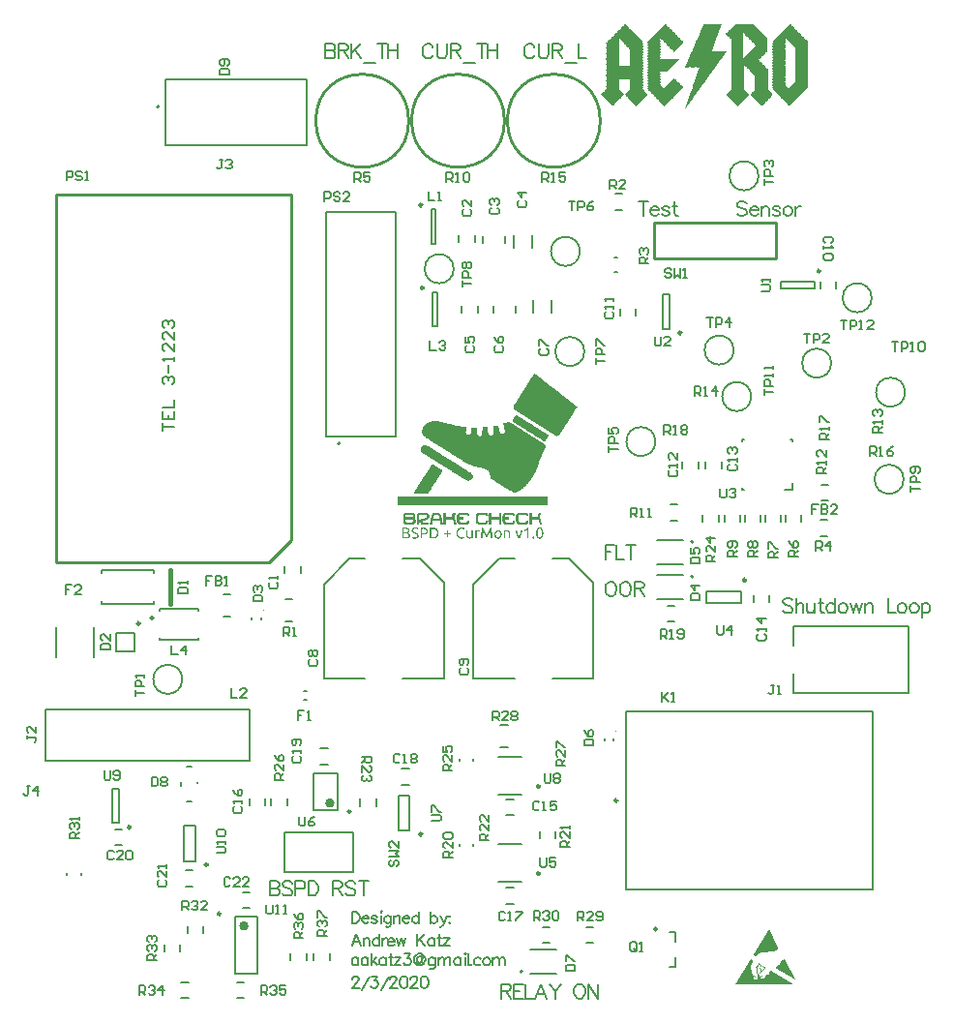
<source format=gbr>
%TF.GenerationSoftware,Altium Limited,Altium Designer,20.0.11 (256)*%
G04 Layer_Color=65535*
%FSLAX26Y26*%
%MOIN*%
%TF.FileFunction,Legend,Top*%
%TF.Part,Single*%
G01*
G75*
%TA.AperFunction,NonConductor*%
%ADD90C,0.008000*%
%ADD110C,0.003937*%
%ADD111C,0.009842*%
%ADD112C,0.015748*%
%ADD113C,0.007874*%
%ADD114C,0.010000*%
%ADD115C,0.005000*%
%ADD116C,0.006000*%
%ADD117C,0.007000*%
G36*
X2488378Y3427098D02*
X2487367D01*
Y3426087D01*
X2488378D01*
Y3425075D01*
X2487367D01*
Y3424064D01*
X2486356D01*
Y3423052D01*
Y3422041D01*
Y3421029D01*
X2485344D01*
Y3420018D01*
X2486356D01*
Y3419006D01*
X2485344D01*
Y3417995D01*
X2484333D01*
Y3416983D01*
X2483321D01*
Y3415972D01*
X2484333D01*
Y3414961D01*
X2483321D01*
Y3413949D01*
Y3412938D01*
Y3411926D01*
X2482310D01*
Y3410915D01*
X2481298D01*
Y3409903D01*
X2482310D01*
Y3408892D01*
X2481298D01*
Y3407880D01*
X2480287D01*
Y3406869D01*
Y3405857D01*
Y3404846D01*
X2479275D01*
Y3403834D01*
X2480287D01*
Y3402823D01*
X2479275D01*
Y3401811D01*
X2478264D01*
Y3400800D01*
X2477252D01*
Y3399789D01*
X2478264D01*
Y3398777D01*
X2477252D01*
Y3397766D01*
Y3396754D01*
Y3395743D01*
X2476241D01*
Y3394731D01*
X2475229D01*
Y3393720D01*
X2476241D01*
Y3392708D01*
X2475229D01*
Y3391697D01*
Y3390685D01*
Y3389674D01*
X2474218D01*
Y3388662D01*
X2473206D01*
Y3387651D01*
X2474218D01*
Y3386639D01*
X2473206D01*
Y3385628D01*
Y3384616D01*
X2472195D01*
Y3383605D01*
Y3382593D01*
X2471184D01*
Y3381582D01*
X2472195D01*
Y3380570D01*
X2471184D01*
Y3379559D01*
X2470172D01*
Y3378548D01*
Y3377536D01*
Y3376525D01*
X2469161D01*
Y3375513D01*
X2470172D01*
Y3374502D01*
X2469161D01*
Y3373490D01*
X2468149D01*
Y3372479D01*
X2467138D01*
Y3371467D01*
X2468149D01*
Y3370456D01*
X2467138D01*
Y3369444D01*
X2466126D01*
Y3368433D01*
Y3367421D01*
Y3366410D01*
X2465115D01*
Y3365398D01*
X2466126D01*
Y3364387D01*
X2465115D01*
Y3363376D01*
X2464103D01*
Y3362364D01*
Y3361352D01*
Y3360341D01*
X2463092D01*
Y3359330D01*
Y3358318D01*
Y3357307D01*
X2462080D01*
Y3356295D01*
X2461069D01*
Y3355284D01*
X2462080D01*
Y3354272D01*
X2461069D01*
Y3353261D01*
Y3352249D01*
Y3351238D01*
X2460057D01*
Y3350226D01*
X2459046D01*
Y3349215D01*
X2460057D01*
Y3348203D01*
X2459046D01*
Y3347192D01*
Y3346180D01*
Y3345169D01*
X2458034D01*
Y3344158D01*
X2457023D01*
Y3343146D01*
X2458034D01*
Y3342135D01*
X2457023D01*
Y3341123D01*
X2456011D01*
Y3340112D01*
Y3339100D01*
Y3338089D01*
X2455000D01*
Y3337077D01*
X2456011D01*
Y3336066D01*
X2455000D01*
Y3335054D01*
X2453988D01*
Y3334043D01*
X2455000D01*
Y3333031D01*
X2456011D01*
Y3334043D01*
X2457023D01*
Y3333031D01*
X2458034D01*
Y3334043D01*
X2457023D01*
Y3335054D01*
X2458034D01*
Y3334043D01*
X2459046D01*
Y3333031D01*
X2460057D01*
Y3334043D01*
X2461069D01*
Y3333031D01*
X2462080D01*
Y3334043D01*
X2461069D01*
Y3335054D01*
X2462080D01*
Y3334043D01*
X2463092D01*
Y3333031D01*
X2464103D01*
Y3334043D01*
X2465115D01*
Y3333031D01*
X2466126D01*
Y3334043D01*
X2465115D01*
Y3335054D01*
X2466126D01*
Y3334043D01*
X2467138D01*
Y3333031D01*
X2468149D01*
Y3334043D01*
X2469161D01*
Y3333031D01*
X2470172D01*
Y3334043D01*
X2469161D01*
Y3335054D01*
X2470172D01*
Y3334043D01*
X2471184D01*
Y3333031D01*
X2472195D01*
Y3334043D01*
X2473206D01*
Y3333031D01*
X2474218D01*
Y3334043D01*
X2473206D01*
Y3335054D01*
X2474218D01*
Y3334043D01*
X2475229D01*
Y3333031D01*
X2476241D01*
Y3334043D01*
X2477252D01*
Y3333031D01*
X2478264D01*
Y3334043D01*
X2477252D01*
Y3335054D01*
X2478264D01*
Y3334043D01*
X2479275D01*
Y3333031D01*
X2480287D01*
Y3334043D01*
X2481298D01*
Y3333031D01*
X2482310D01*
Y3334043D01*
X2481298D01*
Y3335054D01*
X2482310D01*
Y3334043D01*
X2483321D01*
Y3333031D01*
X2484333D01*
Y3334043D01*
X2485344D01*
Y3333031D01*
X2486356D01*
Y3334043D01*
X2485344D01*
Y3335054D01*
X2486356D01*
Y3334043D01*
X2487367D01*
Y3333031D01*
X2488378D01*
Y3334043D01*
X2489390D01*
Y3333031D01*
X2490401D01*
Y3334043D01*
X2489390D01*
Y3335054D01*
X2490401D01*
Y3334043D01*
X2491413D01*
Y3333031D01*
X2492425D01*
Y3334043D01*
X2493436D01*
Y3333031D01*
X2494447D01*
Y3334043D01*
X2493436D01*
Y3335054D01*
X2494447D01*
Y3334043D01*
X2495459D01*
Y3333031D01*
X2496470D01*
Y3334043D01*
X2497482D01*
Y3333031D01*
X2498493D01*
Y3334043D01*
X2497482D01*
Y3335054D01*
X2498493D01*
Y3334043D01*
X2499505D01*
Y3333031D01*
X2500516D01*
Y3334043D01*
X2501528D01*
Y3333031D01*
X2502539D01*
Y3334043D01*
X2501528D01*
Y3335054D01*
X2502539D01*
Y3334043D01*
X2503551D01*
Y3333031D01*
X2504562D01*
Y3332020D01*
X2503551D01*
Y3331008D01*
X2502539D01*
Y3329997D01*
X2501528D01*
Y3328985D01*
Y3327974D01*
Y3326963D01*
X2500516D01*
Y3325951D01*
X2499505D01*
Y3324939D01*
X2498493D01*
Y3323928D01*
X2497482D01*
Y3322917D01*
X2498493D01*
Y3321905D01*
X2495459D01*
Y3320894D01*
X2496470D01*
Y3319882D01*
X2495459D01*
Y3318871D01*
X2494447D01*
Y3317859D01*
X2493436D01*
Y3316848D01*
X2492425D01*
Y3315836D01*
X2491413D01*
Y3314825D01*
Y3313813D01*
Y3312802D01*
X2490401D01*
Y3311790D01*
X2489390D01*
Y3310779D01*
X2488378D01*
Y3309767D01*
X2487367D01*
Y3308756D01*
X2486356D01*
Y3307744D01*
X2485344D01*
Y3306733D01*
X2486356D01*
Y3305722D01*
X2485344D01*
Y3304710D01*
X2484333D01*
Y3303699D01*
X2483321D01*
Y3302687D01*
X2482310D01*
Y3301676D01*
X2481298D01*
Y3300664D01*
Y3299653D01*
X2480287D01*
Y3298641D01*
Y3297630D01*
X2479275D01*
Y3296618D01*
X2478264D01*
Y3295607D01*
X2477252D01*
Y3294595D01*
X2476241D01*
Y3293584D01*
X2475229D01*
Y3292572D01*
X2476241D01*
Y3291561D01*
X2474218D01*
Y3290549D01*
Y3289538D01*
X2473206D01*
Y3288526D01*
X2472195D01*
Y3287515D01*
X2471184D01*
Y3286504D01*
Y3285492D01*
X2470172D01*
Y3284481D01*
Y3283469D01*
X2469161D01*
Y3282458D01*
X2468149D01*
Y3281446D01*
X2467138D01*
Y3280435D01*
X2466126D01*
Y3279423D01*
X2465115D01*
Y3278412D01*
X2466126D01*
Y3277400D01*
X2464103D01*
Y3276389D01*
Y3275377D01*
X2463092D01*
Y3274366D01*
X2462080D01*
Y3273354D01*
X2461069D01*
Y3272343D01*
Y3271331D01*
X2460057D01*
Y3270320D01*
Y3269309D01*
X2459046D01*
Y3268297D01*
X2458034D01*
Y3267286D01*
X2457023D01*
Y3266274D01*
X2456011D01*
Y3265263D01*
X2455000D01*
Y3264251D01*
X2456011D01*
Y3263240D01*
X2453988D01*
Y3262228D01*
Y3261217D01*
X2452977D01*
Y3260205D01*
X2451965D01*
Y3259194D01*
X2450954D01*
Y3258182D01*
Y3257171D01*
X2449943D01*
Y3256159D01*
Y3255148D01*
X2448931D01*
Y3254137D01*
X2447920D01*
Y3253125D01*
X2446908D01*
Y3252114D01*
X2445897D01*
Y3251102D01*
X2444885D01*
Y3250091D01*
X2445897D01*
Y3249079D01*
X2443874D01*
Y3248068D01*
Y3247056D01*
X2442862D01*
Y3246045D01*
X2441851D01*
Y3245033D01*
X2440839D01*
Y3244022D01*
Y3243010D01*
X2438816D01*
Y3241999D01*
X2439828D01*
Y3240987D01*
X2438816D01*
Y3239976D01*
X2437805D01*
Y3238964D01*
X2436794D01*
Y3237953D01*
X2435782D01*
Y3236941D01*
X2434771D01*
Y3235930D01*
X2435782D01*
Y3234919D01*
X2432748D01*
Y3233907D01*
X2433759D01*
Y3232896D01*
X2432748D01*
Y3231884D01*
X2431736D01*
Y3230873D01*
X2430725D01*
Y3229861D01*
Y3228850D01*
X2428702D01*
Y3227838D01*
Y3226827D01*
Y3225815D01*
X2427690D01*
Y3224804D01*
X2426679D01*
Y3223792D01*
X2425667D01*
Y3222781D01*
X2424656D01*
Y3221769D01*
X2425667D01*
Y3220758D01*
X2422633D01*
Y3219746D01*
X2423644D01*
Y3218735D01*
X2422633D01*
Y3217724D01*
X2421621D01*
Y3216712D01*
X2420610D01*
Y3215700D01*
X2419598D01*
Y3214689D01*
X2418587D01*
Y3213678D01*
X2419598D01*
Y3212666D01*
X2418587D01*
Y3211655D01*
X2417575D01*
Y3210643D01*
X2416564D01*
Y3209632D01*
X2415552D01*
Y3208620D01*
X2414541D01*
Y3207609D01*
X2413530D01*
Y3206597D01*
X2412518D01*
Y3205586D01*
X2413530D01*
Y3204574D01*
X2412518D01*
Y3203563D01*
X2411507D01*
Y3202551D01*
X2410495D01*
Y3201540D01*
X2409484D01*
Y3200528D01*
X2408472D01*
Y3199517D01*
Y3198506D01*
Y3197494D01*
X2407461D01*
Y3196483D01*
X2406449D01*
Y3195471D01*
X2405438D01*
Y3194460D01*
X2404426D01*
Y3193448D01*
X2405438D01*
Y3192437D01*
X2404426D01*
Y3193448D01*
X2403415D01*
Y3192437D01*
X2402403D01*
Y3191425D01*
X2403415D01*
Y3190414D01*
X2402403D01*
Y3189402D01*
X2401392D01*
Y3188391D01*
X2400381D01*
Y3187379D01*
X2399369D01*
Y3186368D01*
X2398358D01*
Y3185356D01*
Y3184345D01*
Y3183333D01*
X2397346D01*
Y3182322D01*
X2396334D01*
Y3181311D01*
X2395323D01*
Y3180299D01*
X2394312D01*
Y3179287D01*
X2393300D01*
Y3178276D01*
X2392289D01*
Y3177265D01*
X2393300D01*
Y3176253D01*
X2392289D01*
Y3175242D01*
X2391277D01*
Y3174230D01*
X2390266D01*
Y3173219D01*
X2389254D01*
Y3172207D01*
X2388243D01*
Y3171196D01*
Y3170184D01*
X2387231D01*
Y3169173D01*
Y3168161D01*
X2386220D01*
Y3167150D01*
X2385208D01*
Y3166138D01*
X2384197D01*
Y3165127D01*
X2383185D01*
Y3164115D01*
X2382174D01*
Y3163104D01*
X2383185D01*
Y3162093D01*
X2380151D01*
Y3161081D01*
X2381162D01*
Y3160070D01*
X2380151D01*
Y3159058D01*
X2379140D01*
Y3158047D01*
X2378128D01*
Y3157035D01*
Y3156024D01*
X2377117D01*
Y3155012D01*
Y3154001D01*
X2376105D01*
Y3152989D01*
X2375094D01*
Y3151978D01*
X2374082D01*
Y3150966D01*
X2373071D01*
Y3149955D01*
X2372059D01*
Y3148943D01*
X2373071D01*
Y3147932D01*
X2371048D01*
Y3146920D01*
Y3145909D01*
X2370036D01*
Y3144897D01*
X2369025D01*
Y3143886D01*
X2368013D01*
Y3142874D01*
Y3141863D01*
X2367002D01*
Y3140852D01*
Y3139840D01*
X2365990D01*
Y3138829D01*
X2364979D01*
Y3137817D01*
X2363967D01*
Y3136806D01*
X2362956D01*
Y3137817D01*
X2361945D01*
Y3138829D01*
X2362956D01*
Y3139840D01*
X2363967D01*
Y3140852D01*
X2364979D01*
Y3141863D01*
X2363967D01*
Y3142874D01*
X2364979D01*
Y3143886D01*
X2363967D01*
Y3144897D01*
X2364979D01*
Y3145909D01*
X2365990D01*
Y3146920D01*
X2367002D01*
Y3147932D01*
X2365990D01*
Y3148943D01*
X2367002D01*
Y3149955D01*
Y3150966D01*
Y3151978D01*
X2368013D01*
Y3152989D01*
X2369025D01*
Y3154001D01*
X2368013D01*
Y3155012D01*
X2369025D01*
Y3156024D01*
X2368013D01*
Y3157035D01*
X2370036D01*
Y3158047D01*
Y3159058D01*
X2371048D01*
Y3160070D01*
X2370036D01*
Y3161081D01*
X2371048D01*
Y3162093D01*
Y3163104D01*
X2372059D01*
Y3164115D01*
Y3165127D01*
X2373071D01*
Y3166138D01*
X2372059D01*
Y3167150D01*
X2373071D01*
Y3168161D01*
X2372059D01*
Y3169173D01*
X2374082D01*
Y3170184D01*
Y3171196D01*
X2375094D01*
Y3172207D01*
X2374082D01*
Y3173219D01*
X2375094D01*
Y3174230D01*
X2376105D01*
Y3175242D01*
Y3176253D01*
Y3177265D01*
X2377117D01*
Y3178276D01*
X2376105D01*
Y3179287D01*
X2377117D01*
Y3180299D01*
X2378128D01*
Y3181311D01*
Y3182322D01*
Y3183333D01*
X2379140D01*
Y3184345D01*
Y3185356D01*
Y3186368D01*
X2380151D01*
Y3187379D01*
Y3188391D01*
Y3189402D01*
X2381162D01*
Y3190414D01*
Y3191425D01*
Y3192437D01*
X2382174D01*
Y3193448D01*
X2383185D01*
Y3194460D01*
X2382174D01*
Y3195471D01*
X2383185D01*
Y3196483D01*
Y3197494D01*
Y3198506D01*
X2384197D01*
Y3199517D01*
Y3200528D01*
Y3201540D01*
X2385208D01*
Y3202551D01*
Y3203563D01*
Y3204574D01*
X2386220D01*
Y3205586D01*
X2387231D01*
Y3206597D01*
X2386220D01*
Y3207609D01*
X2387231D01*
Y3208620D01*
Y3209632D01*
Y3210643D01*
X2388243D01*
Y3211655D01*
X2389254D01*
Y3212666D01*
X2388243D01*
Y3213678D01*
X2389254D01*
Y3214689D01*
X2390266D01*
Y3215700D01*
X2389254D01*
Y3216712D01*
X2390266D01*
Y3217724D01*
X2391277D01*
Y3218735D01*
X2390266D01*
Y3219746D01*
X2391277D01*
Y3220758D01*
X2392289D01*
Y3221769D01*
Y3222781D01*
Y3223792D01*
X2393300D01*
Y3224804D01*
X2392289D01*
Y3225815D01*
X2393300D01*
Y3226827D01*
X2394312D01*
Y3227838D01*
Y3228850D01*
Y3229861D01*
X2395323D01*
Y3230873D01*
X2394312D01*
Y3231884D01*
X2395323D01*
Y3232896D01*
X2396334D01*
Y3233907D01*
X2397346D01*
Y3234919D01*
X2396334D01*
Y3235930D01*
X2397346D01*
Y3236941D01*
X2396334D01*
Y3237953D01*
X2397346D01*
Y3238964D01*
X2398358D01*
Y3239976D01*
X2399369D01*
Y3240987D01*
X2398358D01*
Y3241999D01*
X2399369D01*
Y3243010D01*
Y3244022D01*
Y3245033D01*
X2400381D01*
Y3246045D01*
X2401392D01*
Y3247056D01*
X2400381D01*
Y3248068D01*
X2401392D01*
Y3249079D01*
X2400381D01*
Y3250091D01*
X2401392D01*
Y3251102D01*
X2402403D01*
Y3252114D01*
X2403415D01*
Y3253125D01*
X2402403D01*
Y3254137D01*
X2403415D01*
Y3255148D01*
Y3256159D01*
X2404426D01*
Y3257171D01*
Y3258182D01*
X2405438D01*
Y3259194D01*
X2404426D01*
Y3260205D01*
X2405438D01*
Y3261217D01*
Y3262228D01*
X2406449D01*
Y3263240D01*
Y3264251D01*
X2407461D01*
Y3265263D01*
X2406449D01*
Y3266274D01*
X2407461D01*
Y3267286D01*
X2408472D01*
Y3268297D01*
Y3269309D01*
Y3270320D01*
X2409484D01*
Y3271331D01*
X2408472D01*
Y3272343D01*
X2409484D01*
Y3273354D01*
Y3274366D01*
X2410495D01*
Y3275377D01*
Y3276389D01*
X2411507D01*
Y3277400D01*
X2410495D01*
Y3278412D01*
X2409484D01*
Y3279423D01*
X2408472D01*
Y3278412D01*
X2405438D01*
Y3279423D01*
X2404426D01*
Y3278412D01*
X2401392D01*
Y3279423D01*
X2400381D01*
Y3278412D01*
X2397346D01*
Y3279423D01*
X2396334D01*
Y3278412D01*
X2393300D01*
Y3279423D01*
X2392289D01*
Y3278412D01*
X2389254D01*
Y3279423D01*
X2388243D01*
Y3278412D01*
X2385208D01*
Y3279423D01*
X2384197D01*
Y3278412D01*
X2381162D01*
Y3279423D01*
X2380151D01*
Y3278412D01*
X2377117D01*
Y3279423D01*
X2376105D01*
Y3278412D01*
X2373071D01*
Y3279423D01*
X2372059D01*
Y3278412D01*
X2369025D01*
Y3279423D01*
X2368013D01*
Y3278412D01*
X2364979D01*
Y3279423D01*
X2363967D01*
Y3278412D01*
X2362956D01*
Y3279423D01*
X2361945D01*
Y3280435D01*
X2362956D01*
Y3281446D01*
Y3282458D01*
Y3283469D01*
X2363967D01*
Y3284481D01*
X2364979D01*
Y3285492D01*
X2363967D01*
Y3286504D01*
X2364979D01*
Y3287515D01*
X2365990D01*
Y3288526D01*
X2367002D01*
Y3289538D01*
X2365990D01*
Y3290549D01*
X2367002D01*
Y3291561D01*
X2368013D01*
Y3292572D01*
Y3293584D01*
Y3294595D01*
X2369025D01*
Y3295607D01*
Y3296618D01*
Y3297630D01*
X2370036D01*
Y3298641D01*
X2371048D01*
Y3299653D01*
X2370036D01*
Y3300664D01*
X2371048D01*
Y3301676D01*
X2372059D01*
Y3302687D01*
X2373071D01*
Y3303699D01*
X2372059D01*
Y3304710D01*
X2373071D01*
Y3305722D01*
X2374082D01*
Y3306733D01*
Y3307744D01*
Y3308756D01*
X2375094D01*
Y3309767D01*
Y3310779D01*
X2376105D01*
Y3311790D01*
Y3312802D01*
X2377117D01*
Y3313813D01*
X2376105D01*
Y3314825D01*
X2377117D01*
Y3315836D01*
X2378128D01*
Y3316848D01*
X2379140D01*
Y3317859D01*
X2378128D01*
Y3318871D01*
X2379140D01*
Y3319882D01*
X2380151D01*
Y3320894D01*
Y3321905D01*
Y3322917D01*
X2381162D01*
Y3323928D01*
X2382174D01*
Y3324939D01*
X2383185D01*
Y3325951D01*
X2382174D01*
Y3326963D01*
X2383185D01*
Y3327974D01*
Y3328985D01*
X2384197D01*
Y3329997D01*
Y3331008D01*
X2385208D01*
Y3332020D01*
Y3333031D01*
Y3334043D01*
X2386220D01*
Y3335054D01*
X2387231D01*
Y3336066D01*
X2386220D01*
Y3337077D01*
X2387231D01*
Y3338089D01*
X2388243D01*
Y3339100D01*
X2389254D01*
Y3340112D01*
X2388243D01*
Y3341123D01*
X2389254D01*
Y3342135D01*
Y3343146D01*
X2390266D01*
Y3344158D01*
Y3345169D01*
X2391277D01*
Y3346180D01*
Y3347192D01*
Y3348203D01*
X2392289D01*
Y3349215D01*
X2393300D01*
Y3350226D01*
X2392289D01*
Y3351238D01*
X2393300D01*
Y3352249D01*
X2394312D01*
Y3353261D01*
X2395323D01*
Y3354272D01*
X2394312D01*
Y3355284D01*
X2395323D01*
Y3356295D01*
X2396334D01*
Y3357307D01*
Y3358318D01*
Y3359330D01*
X2397346D01*
Y3360341D01*
Y3361352D01*
Y3362364D01*
X2398358D01*
Y3363376D01*
X2399369D01*
Y3364387D01*
Y3365398D01*
Y3366410D01*
X2400381D01*
Y3367421D01*
X2401392D01*
Y3368433D01*
X2400381D01*
Y3369444D01*
X2401392D01*
Y3370456D01*
X2402403D01*
Y3371467D01*
X2403415D01*
Y3372479D01*
X2402403D01*
Y3373490D01*
X2403415D01*
Y3374502D01*
X2404426D01*
Y3375513D01*
Y3376525D01*
Y3377536D01*
X2405438D01*
Y3378548D01*
X2404426D01*
Y3379559D01*
X2406449D01*
Y3380570D01*
Y3381582D01*
X2407461D01*
Y3382593D01*
Y3383605D01*
Y3384616D01*
X2408472D01*
Y3385628D01*
X2409484D01*
Y3386639D01*
X2408472D01*
Y3387651D01*
X2409484D01*
Y3388662D01*
X2410495D01*
Y3389674D01*
X2411507D01*
Y3390685D01*
X2410495D01*
Y3391697D01*
X2411507D01*
Y3392708D01*
Y3393720D01*
X2412518D01*
Y3394731D01*
Y3395743D01*
X2413530D01*
Y3396754D01*
Y3397766D01*
Y3398777D01*
X2414541D01*
Y3399789D01*
X2415552D01*
Y3400800D01*
X2414541D01*
Y3401811D01*
X2415552D01*
Y3402823D01*
X2416564D01*
Y3403834D01*
X2417575D01*
Y3404846D01*
X2416564D01*
Y3405857D01*
X2417575D01*
Y3406869D01*
Y3407880D01*
X2418587D01*
Y3408892D01*
Y3409903D01*
X2419598D01*
Y3410915D01*
Y3411926D01*
Y3412938D01*
X2420610D01*
Y3411926D01*
X2421621D01*
Y3412938D01*
X2420610D01*
Y3413949D01*
X2421621D01*
Y3414961D01*
X2420610D01*
Y3415972D01*
X2421621D01*
Y3416983D01*
X2422633D01*
Y3417995D01*
X2423644D01*
Y3419006D01*
X2422633D01*
Y3420018D01*
X2423644D01*
Y3421029D01*
X2424656D01*
Y3422041D01*
Y3423052D01*
Y3424064D01*
X2425667D01*
Y3425075D01*
X2426679D01*
Y3426087D01*
Y3427098D01*
Y3428110D01*
X2488378D01*
Y3427098D01*
D02*
G37*
G36*
X2295187Y3426087D02*
X2298222D01*
Y3425075D01*
X2297210D01*
Y3424064D01*
X2300245D01*
Y3423052D01*
X2299233D01*
Y3422041D01*
X2302268D01*
Y3421029D01*
X2301256D01*
Y3420018D01*
X2304291D01*
Y3419006D01*
X2303279D01*
Y3417995D01*
X2306314D01*
Y3416983D01*
X2305302D01*
Y3415972D01*
X2308336D01*
Y3414961D01*
X2307325D01*
Y3413949D01*
X2310359D01*
Y3412938D01*
X2309348D01*
Y3411926D01*
X2312382D01*
Y3410915D01*
X2311371D01*
Y3409903D01*
X2314405D01*
Y3408892D01*
X2313394D01*
Y3407880D01*
X2316428D01*
Y3406869D01*
X2315417D01*
Y3405857D01*
X2318451D01*
Y3404846D01*
X2317440D01*
Y3403834D01*
X2320474D01*
Y3402823D01*
X2319463D01*
Y3401811D01*
X2322497D01*
Y3400800D01*
X2321486D01*
Y3399789D01*
X2324520D01*
Y3398777D01*
X2323509D01*
Y3397766D01*
X2326543D01*
Y3396754D01*
X2325532D01*
Y3395743D01*
X2328566D01*
Y3394731D01*
X2327554D01*
Y3393720D01*
X2330589D01*
Y3392708D01*
X2329577D01*
Y3391697D01*
X2332612D01*
Y3390685D01*
X2331600D01*
Y3389674D01*
X2334635D01*
Y3388662D01*
X2333623D01*
Y3387651D01*
X2336658D01*
Y3386639D01*
X2335646D01*
Y3385628D01*
X2338681D01*
Y3384616D01*
X2337669D01*
Y3383605D01*
X2340704D01*
Y3382593D01*
X2339692D01*
Y3381582D01*
X2342727D01*
Y3380570D01*
X2341715D01*
Y3379559D01*
X2344749D01*
Y3378548D01*
X2343738D01*
Y3377536D01*
X2346772D01*
Y3376525D01*
X2345761D01*
Y3375513D01*
X2348795D01*
Y3374502D01*
X2347784D01*
Y3373490D01*
X2350818D01*
Y3372479D01*
X2349807D01*
Y3371467D01*
X2352841D01*
Y3370456D01*
X2351830D01*
Y3369444D01*
X2354864D01*
Y3368433D01*
X2353853D01*
Y3367421D01*
X2356887D01*
Y3366410D01*
X2355876D01*
Y3365398D01*
X2358910D01*
Y3364387D01*
X2357899D01*
Y3363376D01*
X2356887D01*
Y3362364D01*
X2355876D01*
Y3361352D01*
X2354864D01*
Y3360341D01*
X2353853D01*
Y3359330D01*
X2352841D01*
Y3358318D01*
X2351830D01*
Y3357307D01*
X2350818D01*
Y3356295D01*
X2349807D01*
Y3355284D01*
X2348795D01*
Y3354272D01*
X2347784D01*
Y3353261D01*
X2346772D01*
Y3352249D01*
X2345761D01*
Y3351238D01*
X2344749D01*
Y3350226D01*
X2343738D01*
Y3349215D01*
X2342727D01*
Y3348203D01*
X2341715D01*
Y3347192D01*
X2340704D01*
Y3346180D01*
X2339692D01*
Y3345169D01*
X2338681D01*
Y3344158D01*
X2337669D01*
Y3343146D01*
X2336658D01*
Y3342135D01*
X2335646D01*
Y3341123D01*
X2334635D01*
Y3340112D01*
X2333623D01*
Y3339100D01*
X2332612D01*
Y3338089D01*
X2331600D01*
Y3337077D01*
X2330589D01*
Y3336066D01*
X2329577D01*
Y3335054D01*
X2328566D01*
Y3334043D01*
X2327554D01*
Y3333031D01*
X2326543D01*
Y3332020D01*
X2325532D01*
Y3331008D01*
X2324520D01*
Y3332020D01*
X2323509D01*
Y3333031D01*
X2322497D01*
Y3334043D01*
X2321486D01*
Y3335054D01*
X2320474D01*
Y3336066D01*
X2319463D01*
Y3337077D01*
X2318451D01*
Y3338089D01*
X2317440D01*
Y3339100D01*
X2316428D01*
Y3340112D01*
X2315417D01*
Y3341123D01*
X2314405D01*
Y3342135D01*
X2313394D01*
Y3343146D01*
X2312382D01*
Y3344158D01*
X2311371D01*
Y3345169D01*
X2310359D01*
Y3346180D01*
X2309348D01*
Y3347192D01*
X2308336D01*
Y3348203D01*
X2307325D01*
Y3349215D01*
X2306314D01*
Y3350226D01*
X2305302D01*
Y3351238D01*
X2304291D01*
Y3352249D01*
X2303279D01*
Y3353261D01*
X2302268D01*
Y3354272D01*
X2301256D01*
Y3355284D01*
X2300245D01*
Y3356295D01*
X2299233D01*
Y3357307D01*
X2298222D01*
Y3358318D01*
X2297210D01*
Y3359330D01*
X2296199D01*
Y3360341D01*
X2295187D01*
Y3361352D01*
X2294176D01*
Y3362364D01*
X2293164D01*
Y3363376D01*
X2292153D01*
Y3364387D01*
X2291142D01*
Y3365398D01*
X2290130D01*
Y3366410D01*
X2289119D01*
Y3367421D01*
X2288107D01*
Y3368433D01*
X2287096D01*
Y3369444D01*
X2286084D01*
Y3370456D01*
X2285073D01*
Y3371467D01*
X2284061D01*
Y3372479D01*
X2283050D01*
Y3373490D01*
X2282038D01*
Y3374502D01*
X2281027D01*
Y3375513D01*
X2280015D01*
Y3376525D01*
X2279004D01*
Y3377536D01*
X2277992D01*
Y3378548D01*
X2276981D01*
Y3377536D01*
X2277992D01*
Y3376525D01*
X2276981D01*
Y3375513D01*
X2277992D01*
Y3374502D01*
X2276981D01*
Y3373490D01*
X2277992D01*
Y3372479D01*
X2276981D01*
Y3371467D01*
X2277992D01*
Y3370456D01*
X2276981D01*
Y3369444D01*
X2277992D01*
Y3368433D01*
X2276981D01*
Y3367421D01*
X2277992D01*
Y3366410D01*
X2276981D01*
Y3365398D01*
X2277992D01*
Y3364387D01*
X2276981D01*
Y3363376D01*
X2277992D01*
Y3362364D01*
X2276981D01*
Y3361352D01*
X2277992D01*
Y3360341D01*
X2276981D01*
Y3359330D01*
X2277992D01*
Y3358318D01*
X2276981D01*
Y3357307D01*
X2277992D01*
Y3356295D01*
X2276981D01*
Y3355284D01*
X2277992D01*
Y3354272D01*
X2276981D01*
Y3353261D01*
X2277992D01*
Y3352249D01*
X2276981D01*
Y3351238D01*
X2277992D01*
Y3350226D01*
X2276981D01*
Y3349215D01*
X2277992D01*
Y3348203D01*
X2276981D01*
Y3347192D01*
X2277992D01*
Y3346180D01*
X2276981D01*
Y3345169D01*
X2277992D01*
Y3344158D01*
X2276981D01*
Y3343146D01*
X2277992D01*
Y3342135D01*
X2276981D01*
Y3341123D01*
X2277992D01*
Y3340112D01*
X2276981D01*
Y3339100D01*
X2277992D01*
Y3338089D01*
X2276981D01*
Y3337077D01*
X2277992D01*
Y3336066D01*
X2276981D01*
Y3335054D01*
X2277992D01*
Y3334043D01*
X2276981D01*
Y3333031D01*
X2277992D01*
Y3332020D01*
X2276981D01*
Y3331008D01*
X2277992D01*
Y3329997D01*
X2276981D01*
Y3328985D01*
X2277992D01*
Y3327974D01*
X2276981D01*
Y3326963D01*
X2277992D01*
Y3325951D01*
X2276981D01*
Y3324939D01*
X2277992D01*
Y3323928D01*
X2276981D01*
Y3322917D01*
X2277992D01*
Y3321905D01*
X2276981D01*
Y3320894D01*
X2277992D01*
Y3319882D01*
X2276981D01*
Y3318871D01*
X2277992D01*
Y3317859D01*
X2276981D01*
Y3316848D01*
X2277992D01*
Y3315836D01*
X2276981D01*
Y3314825D01*
X2277992D01*
Y3313813D01*
X2276981D01*
Y3312802D01*
X2277992D01*
Y3311790D01*
X2276981D01*
Y3310779D01*
X2277992D01*
Y3309767D01*
X2276981D01*
Y3308756D01*
X2277992D01*
Y3307744D01*
X2279004D01*
Y3306733D01*
X2280015D01*
Y3307744D01*
X2281027D01*
Y3308756D01*
X2282038D01*
Y3307744D01*
X2283050D01*
Y3306733D01*
X2284061D01*
Y3307744D01*
X2285073D01*
Y3308756D01*
X2286084D01*
Y3307744D01*
X2287096D01*
Y3306733D01*
X2288107D01*
Y3307744D01*
X2289119D01*
Y3308756D01*
X2290130D01*
Y3307744D01*
X2291142D01*
Y3306733D01*
X2292153D01*
Y3307744D01*
X2293164D01*
Y3308756D01*
X2294176D01*
Y3307744D01*
X2295187D01*
Y3306733D01*
X2296199D01*
Y3307744D01*
X2297210D01*
Y3308756D01*
X2298222D01*
Y3307744D01*
X2299233D01*
Y3306733D01*
X2300245D01*
Y3307744D01*
X2301256D01*
Y3308756D01*
X2302268D01*
Y3307744D01*
X2303279D01*
Y3306733D01*
X2304291D01*
Y3307744D01*
X2305302D01*
Y3308756D01*
X2306314D01*
Y3307744D01*
X2307325D01*
Y3306733D01*
X2308336D01*
Y3307744D01*
X2309348D01*
Y3308756D01*
X2310359D01*
Y3307744D01*
X2311371D01*
Y3306733D01*
X2312382D01*
Y3307744D01*
X2313394D01*
Y3308756D01*
X2314405D01*
Y3307744D01*
X2315417D01*
Y3306733D01*
X2316428D01*
Y3307744D01*
X2317440D01*
Y3308756D01*
X2318451D01*
Y3307744D01*
X2319463D01*
Y3306733D01*
X2320474D01*
Y3307744D01*
X2321486D01*
Y3308756D01*
X2322497D01*
Y3307744D01*
X2323509D01*
Y3306733D01*
X2324520D01*
Y3307744D01*
X2325532D01*
Y3308756D01*
X2326543D01*
Y3307744D01*
X2327554D01*
Y3306733D01*
X2328566D01*
Y3307744D01*
X2329577D01*
Y3308756D01*
X2330589D01*
Y3307744D01*
X2331600D01*
Y3306733D01*
X2332612D01*
Y3307744D01*
X2333623D01*
Y3308756D01*
X2334635D01*
Y3307744D01*
X2335646D01*
Y3306733D01*
X2336658D01*
Y3307744D01*
X2337669D01*
Y3308756D01*
X2338681D01*
Y3307744D01*
X2339692D01*
Y3306733D01*
X2340704D01*
Y3307744D01*
X2341715D01*
Y3306733D01*
X2342727D01*
Y3305722D01*
X2341715D01*
Y3304710D01*
X2340704D01*
Y3303699D01*
X2338681D01*
Y3302687D01*
Y3301676D01*
X2336658D01*
Y3300664D01*
Y3299653D01*
X2334635D01*
Y3298641D01*
Y3297630D01*
X2333623D01*
Y3296618D01*
X2332612D01*
Y3295607D01*
X2330589D01*
Y3294595D01*
Y3293584D01*
X2328566D01*
Y3292572D01*
Y3291561D01*
X2326543D01*
Y3290549D01*
Y3289538D01*
X2325532D01*
Y3288526D01*
X2324520D01*
Y3287515D01*
X2323509D01*
Y3286504D01*
X2322497D01*
Y3285492D01*
X2321486D01*
Y3284481D01*
X2320474D01*
Y3283469D01*
X2319463D01*
Y3282458D01*
X2318451D01*
Y3281446D01*
X2317440D01*
Y3280435D01*
X2316428D01*
Y3279423D01*
X2315417D01*
Y3278412D01*
X2314405D01*
Y3277400D01*
X2313394D01*
Y3276389D01*
X2312382D01*
Y3275377D01*
X2311371D01*
Y3274366D01*
X2310359D01*
Y3273354D01*
X2309348D01*
Y3272343D01*
X2308336D01*
Y3271331D01*
X2307325D01*
Y3270320D01*
X2306314D01*
Y3269309D01*
X2305302D01*
Y3268297D01*
X2304291D01*
Y3267286D01*
X2303279D01*
Y3266274D01*
X2302268D01*
Y3265263D01*
X2276981D01*
Y3264251D01*
X2277992D01*
Y3263240D01*
X2276981D01*
Y3262228D01*
X2277992D01*
Y3261217D01*
X2276981D01*
Y3260205D01*
X2277992D01*
Y3259194D01*
X2276981D01*
Y3258182D01*
X2277992D01*
Y3257171D01*
X2276981D01*
Y3256159D01*
X2277992D01*
Y3255148D01*
X2276981D01*
Y3254137D01*
X2277992D01*
Y3253125D01*
X2276981D01*
Y3252114D01*
X2277992D01*
Y3251102D01*
X2276981D01*
Y3250091D01*
X2277992D01*
Y3249079D01*
X2276981D01*
Y3248068D01*
X2277992D01*
Y3247056D01*
X2276981D01*
Y3246045D01*
X2277992D01*
Y3245033D01*
X2276981D01*
Y3244022D01*
X2277992D01*
Y3243010D01*
X2276981D01*
Y3241999D01*
X2277992D01*
Y3240987D01*
X2276981D01*
Y3239976D01*
X2277992D01*
Y3238964D01*
X2276981D01*
Y3237953D01*
X2277992D01*
Y3236941D01*
X2276981D01*
Y3235930D01*
X2277992D01*
Y3234919D01*
X2276981D01*
Y3233907D01*
X2277992D01*
Y3232896D01*
X2276981D01*
Y3231884D01*
X2277992D01*
Y3230873D01*
X2276981D01*
Y3229861D01*
X2277992D01*
Y3228850D01*
X2276981D01*
Y3227838D01*
X2277992D01*
Y3226827D01*
X2276981D01*
Y3225815D01*
X2277992D01*
Y3224804D01*
X2276981D01*
Y3223792D01*
X2277992D01*
Y3222781D01*
X2276981D01*
Y3221769D01*
X2277992D01*
Y3220758D01*
X2276981D01*
Y3219746D01*
X2277992D01*
Y3218735D01*
X2276981D01*
Y3217724D01*
X2277992D01*
Y3216712D01*
X2276981D01*
Y3215700D01*
X2279004D01*
Y3214689D01*
Y3213678D01*
X2282038D01*
Y3212666D01*
Y3211655D01*
X2284061D01*
Y3210643D01*
X2283050D01*
Y3209632D01*
X2286084D01*
Y3208620D01*
Y3207609D01*
X2288107D01*
Y3206597D01*
Y3205586D01*
X2290130D01*
Y3206597D01*
Y3207609D01*
X2292153D01*
Y3208620D01*
X2291142D01*
Y3209632D01*
X2294176D01*
Y3210643D01*
Y3211655D01*
X2296199D01*
Y3212666D01*
X2295187D01*
Y3213678D01*
X2298222D01*
Y3214689D01*
Y3215700D01*
X2300245D01*
Y3216712D01*
X2299233D01*
Y3217724D01*
X2302268D01*
Y3218735D01*
X2303279D01*
Y3219746D01*
X2304291D01*
Y3220758D01*
X2303279D01*
Y3221769D01*
X2306314D01*
Y3222781D01*
Y3223792D01*
X2308336D01*
Y3224804D01*
X2307325D01*
Y3225815D01*
X2310359D01*
Y3226827D01*
Y3227838D01*
X2312382D01*
Y3228850D01*
X2311371D01*
Y3229861D01*
X2314405D01*
Y3230873D01*
Y3231884D01*
X2316428D01*
Y3232896D01*
X2315417D01*
Y3233907D01*
X2318451D01*
Y3234919D01*
X2319463D01*
Y3235930D01*
X2320474D01*
Y3236941D01*
X2319463D01*
Y3237953D01*
X2322497D01*
Y3238964D01*
Y3239976D01*
X2324520D01*
Y3240987D01*
X2323509D01*
Y3241999D01*
X2324520D01*
Y3240987D01*
X2325532D01*
Y3239976D01*
X2326543D01*
Y3238964D01*
X2327554D01*
Y3237953D01*
X2328566D01*
Y3236941D01*
X2329577D01*
Y3235930D01*
X2330589D01*
Y3234919D01*
X2331600D01*
Y3233907D01*
X2332612D01*
Y3232896D01*
X2333623D01*
Y3231884D01*
X2334635D01*
Y3230873D01*
X2335646D01*
Y3229861D01*
X2336658D01*
Y3228850D01*
X2337669D01*
Y3227838D01*
X2338681D01*
Y3226827D01*
X2339692D01*
Y3225815D01*
X2340704D01*
Y3224804D01*
X2341715D01*
Y3223792D01*
X2342727D01*
Y3222781D01*
X2343738D01*
Y3221769D01*
X2344749D01*
Y3220758D01*
X2345761D01*
Y3219746D01*
X2346772D01*
Y3218735D01*
X2347784D01*
Y3217724D01*
X2349807D01*
Y3216712D01*
Y3215700D01*
X2351830D01*
Y3214689D01*
Y3213678D01*
X2353853D01*
Y3212666D01*
Y3211655D01*
X2354864D01*
Y3210643D01*
X2355876D01*
Y3209632D01*
X2356887D01*
Y3208620D01*
X2354864D01*
Y3207609D01*
Y3206597D01*
X2351830D01*
Y3205586D01*
X2352841D01*
Y3204574D01*
X2350818D01*
Y3203563D01*
Y3202551D01*
X2347784D01*
Y3201540D01*
X2348795D01*
Y3200528D01*
X2346772D01*
Y3199517D01*
Y3198506D01*
X2343738D01*
Y3197494D01*
X2344749D01*
Y3196483D01*
X2342727D01*
Y3195471D01*
Y3194460D01*
X2339692D01*
Y3193448D01*
X2340704D01*
Y3192437D01*
X2338681D01*
Y3191425D01*
Y3190414D01*
X2335646D01*
Y3189402D01*
X2336658D01*
Y3188391D01*
X2333623D01*
Y3187379D01*
X2334635D01*
Y3186368D01*
X2331600D01*
Y3185356D01*
X2332612D01*
Y3184345D01*
X2329577D01*
Y3183333D01*
X2330589D01*
Y3182322D01*
X2327554D01*
Y3181311D01*
X2328566D01*
Y3180299D01*
X2325532D01*
Y3179287D01*
X2326543D01*
Y3178276D01*
X2323509D01*
Y3177265D01*
X2324520D01*
Y3176253D01*
X2321486D01*
Y3175242D01*
X2322497D01*
Y3174230D01*
X2319463D01*
Y3173219D01*
X2320474D01*
Y3172207D01*
X2317440D01*
Y3171196D01*
X2318451D01*
Y3170184D01*
X2317440D01*
Y3171196D01*
X2316428D01*
Y3170184D01*
X2315417D01*
Y3169173D01*
X2316428D01*
Y3168161D01*
X2313394D01*
Y3167150D01*
X2314405D01*
Y3166138D01*
X2311371D01*
Y3165127D01*
X2312382D01*
Y3164115D01*
X2309348D01*
Y3163104D01*
X2310359D01*
Y3162093D01*
X2309348D01*
Y3163104D01*
X2308336D01*
Y3162093D01*
X2307325D01*
Y3161081D01*
X2308336D01*
Y3160070D01*
X2305302D01*
Y3159058D01*
X2306314D01*
Y3158047D01*
X2303279D01*
Y3157035D01*
X2304291D01*
Y3156024D01*
X2301256D01*
Y3155012D01*
X2300245D01*
Y3154001D01*
X2299233D01*
Y3152989D01*
X2300245D01*
Y3151978D01*
X2297210D01*
Y3150966D01*
X2296199D01*
Y3149955D01*
X2295187D01*
Y3148943D01*
X2296199D01*
Y3147932D01*
X2295187D01*
Y3148943D01*
X2294176D01*
Y3147932D01*
X2293164D01*
Y3146920D01*
X2292153D01*
Y3145909D01*
X2291142D01*
Y3144897D01*
X2290130D01*
Y3145909D01*
X2289119D01*
Y3146920D01*
X2288107D01*
Y3147932D01*
X2287096D01*
Y3148943D01*
X2286084D01*
Y3149955D01*
X2285073D01*
Y3150966D01*
X2284061D01*
Y3151978D01*
X2283050D01*
Y3152989D01*
X2282038D01*
Y3154001D01*
X2281027D01*
Y3155012D01*
X2280015D01*
Y3156024D01*
X2279004D01*
Y3157035D01*
X2280015D01*
Y3158047D01*
X2276981D01*
Y3159058D01*
X2277992D01*
Y3160070D01*
X2274958D01*
Y3161081D01*
X2275969D01*
Y3162093D01*
X2272935D01*
Y3163104D01*
X2273946D01*
Y3164115D01*
X2270912D01*
Y3165127D01*
X2271923D01*
Y3166138D01*
X2268889D01*
Y3167150D01*
X2269901D01*
Y3168161D01*
X2266866D01*
Y3169173D01*
X2267878D01*
Y3170184D01*
X2264843D01*
Y3171196D01*
X2265855D01*
Y3172207D01*
X2262820D01*
Y3173219D01*
X2263832D01*
Y3174230D01*
X2260797D01*
Y3175242D01*
X2261809D01*
Y3176253D01*
X2258774D01*
Y3177265D01*
X2259786D01*
Y3178276D01*
X2256751D01*
Y3179287D01*
X2257763D01*
Y3180299D01*
X2254728D01*
Y3181311D01*
X2255740D01*
Y3182322D01*
X2252706D01*
Y3183333D01*
X2253717D01*
Y3184345D01*
X2250682D01*
Y3185356D01*
X2251694D01*
Y3186368D01*
X2248660D01*
Y3187379D01*
X2249671D01*
Y3188391D01*
X2246637D01*
Y3189402D01*
X2247648D01*
Y3190414D01*
X2244614D01*
Y3191425D01*
X2245625D01*
Y3192437D01*
X2242591D01*
Y3193448D01*
X2243602D01*
Y3194460D01*
X2240568D01*
Y3195471D01*
X2241579D01*
Y3196483D01*
X2238545D01*
Y3197494D01*
X2239556D01*
Y3198506D01*
X2236522D01*
Y3199517D01*
X2237533D01*
Y3200528D01*
X2234499D01*
Y3201540D01*
X2235510D01*
Y3202551D01*
X2234499D01*
Y3203563D01*
X2233488D01*
Y3204574D01*
X2234499D01*
Y3205586D01*
X2233488D01*
Y3206597D01*
X2234499D01*
Y3207609D01*
X2233488D01*
Y3208620D01*
X2234499D01*
Y3209632D01*
X2233488D01*
Y3210643D01*
X2234499D01*
Y3211655D01*
X2233488D01*
Y3212666D01*
X2234499D01*
Y3213678D01*
X2233488D01*
Y3214689D01*
X2234499D01*
Y3215700D01*
X2233488D01*
Y3216712D01*
X2234499D01*
Y3217724D01*
X2233488D01*
Y3218735D01*
X2234499D01*
Y3219746D01*
X2233488D01*
Y3220758D01*
X2234499D01*
Y3221769D01*
X2233488D01*
Y3222781D01*
X2234499D01*
Y3223792D01*
X2233488D01*
Y3224804D01*
X2234499D01*
Y3225815D01*
X2233488D01*
Y3226827D01*
X2234499D01*
Y3227838D01*
X2233488D01*
Y3228850D01*
X2234499D01*
Y3229861D01*
X2233488D01*
Y3230873D01*
X2234499D01*
Y3231884D01*
X2233488D01*
Y3232896D01*
X2234499D01*
Y3233907D01*
X2233488D01*
Y3234919D01*
X2234499D01*
Y3235930D01*
X2233488D01*
Y3236941D01*
X2234499D01*
Y3237953D01*
X2233488D01*
Y3238964D01*
X2234499D01*
Y3239976D01*
X2233488D01*
Y3240987D01*
X2234499D01*
Y3241999D01*
X2233488D01*
Y3243010D01*
X2234499D01*
Y3244022D01*
X2233488D01*
Y3245033D01*
X2234499D01*
Y3246045D01*
X2233488D01*
Y3247056D01*
X2234499D01*
Y3248068D01*
X2233488D01*
Y3249079D01*
X2234499D01*
Y3250091D01*
X2233488D01*
Y3251102D01*
X2234499D01*
Y3252114D01*
X2233488D01*
Y3253125D01*
X2234499D01*
Y3254137D01*
X2233488D01*
Y3255148D01*
X2234499D01*
Y3256159D01*
X2233488D01*
Y3257171D01*
X2234499D01*
Y3258182D01*
X2233488D01*
Y3259194D01*
X2234499D01*
Y3260205D01*
X2233488D01*
Y3261217D01*
X2234499D01*
Y3262228D01*
X2233488D01*
Y3263240D01*
X2234499D01*
Y3264251D01*
X2233488D01*
Y3265263D01*
X2234499D01*
Y3266274D01*
X2233488D01*
Y3267286D01*
X2234499D01*
Y3268297D01*
X2233488D01*
Y3269309D01*
X2234499D01*
Y3270320D01*
X2233488D01*
Y3271331D01*
X2234499D01*
Y3272343D01*
X2233488D01*
Y3273354D01*
X2234499D01*
Y3274366D01*
X2233488D01*
Y3275377D01*
X2234499D01*
Y3276389D01*
X2233488D01*
Y3277400D01*
X2234499D01*
Y3278412D01*
X2233488D01*
Y3279423D01*
X2234499D01*
Y3280435D01*
X2233488D01*
Y3281446D01*
X2234499D01*
Y3282458D01*
X2233488D01*
Y3283469D01*
X2234499D01*
Y3284481D01*
X2233488D01*
Y3285492D01*
X2234499D01*
Y3286504D01*
X2233488D01*
Y3287515D01*
X2234499D01*
Y3288526D01*
X2233488D01*
Y3289538D01*
X2234499D01*
Y3290549D01*
X2233488D01*
Y3291561D01*
X2234499D01*
Y3292572D01*
X2233488D01*
Y3293584D01*
X2234499D01*
Y3294595D01*
X2233488D01*
Y3295607D01*
X2234499D01*
Y3296618D01*
X2233488D01*
Y3297630D01*
X2234499D01*
Y3298641D01*
X2233488D01*
Y3299653D01*
X2234499D01*
Y3300664D01*
X2233488D01*
Y3301676D01*
X2234499D01*
Y3302687D01*
X2233488D01*
Y3303699D01*
X2234499D01*
Y3304710D01*
X2233488D01*
Y3305722D01*
X2234499D01*
Y3306733D01*
X2233488D01*
Y3307744D01*
X2234499D01*
Y3308756D01*
X2233488D01*
Y3309767D01*
X2234499D01*
Y3310779D01*
X2233488D01*
Y3311790D01*
X2234499D01*
Y3312802D01*
X2233488D01*
Y3313813D01*
X2234499D01*
Y3314825D01*
X2233488D01*
Y3315836D01*
X2234499D01*
Y3316848D01*
X2233488D01*
Y3317859D01*
X2234499D01*
Y3318871D01*
X2233488D01*
Y3319882D01*
X2234499D01*
Y3320894D01*
X2233488D01*
Y3321905D01*
X2234499D01*
Y3322917D01*
X2233488D01*
Y3323928D01*
X2234499D01*
Y3324939D01*
X2233488D01*
Y3325951D01*
X2234499D01*
Y3326963D01*
X2233488D01*
Y3327974D01*
X2234499D01*
Y3328985D01*
X2233488D01*
Y3329997D01*
X2234499D01*
Y3331008D01*
X2233488D01*
Y3332020D01*
X2234499D01*
Y3333031D01*
X2233488D01*
Y3334043D01*
X2234499D01*
Y3335054D01*
X2233488D01*
Y3336066D01*
X2234499D01*
Y3337077D01*
X2233488D01*
Y3338089D01*
X2234499D01*
Y3339100D01*
X2233488D01*
Y3340112D01*
X2234499D01*
Y3341123D01*
X2233488D01*
Y3342135D01*
X2234499D01*
Y3343146D01*
X2233488D01*
Y3344158D01*
X2234499D01*
Y3345169D01*
X2233488D01*
Y3346180D01*
X2234499D01*
Y3347192D01*
X2233488D01*
Y3348203D01*
X2234499D01*
Y3349215D01*
X2233488D01*
Y3350226D01*
X2234499D01*
Y3351238D01*
X2233488D01*
Y3352249D01*
X2234499D01*
Y3353261D01*
X2233488D01*
Y3354272D01*
X2234499D01*
Y3355284D01*
X2233488D01*
Y3356295D01*
X2234499D01*
Y3357307D01*
X2233488D01*
Y3358318D01*
X2234499D01*
Y3359330D01*
X2233488D01*
Y3360341D01*
X2234499D01*
Y3361352D01*
X2233488D01*
Y3362364D01*
X2234499D01*
Y3363376D01*
X2233488D01*
Y3364387D01*
X2234499D01*
Y3365398D01*
X2233488D01*
Y3366410D01*
X2234499D01*
Y3367421D01*
X2235510D01*
Y3368433D01*
X2236522D01*
Y3369444D01*
X2237533D01*
Y3370456D01*
Y3371467D01*
X2239556D01*
Y3372479D01*
X2240568D01*
Y3373490D01*
X2241579D01*
Y3374502D01*
Y3375513D01*
X2243602D01*
Y3376525D01*
X2244614D01*
Y3377536D01*
X2245625D01*
Y3378548D01*
Y3379559D01*
X2247648D01*
Y3380570D01*
X2248660D01*
Y3381582D01*
X2249671D01*
Y3382593D01*
Y3383605D01*
X2251694D01*
Y3384616D01*
X2252706D01*
Y3385628D01*
X2253717D01*
Y3386639D01*
Y3387651D01*
X2255740D01*
Y3388662D01*
X2256751D01*
Y3389674D01*
X2257763D01*
Y3390685D01*
Y3391697D01*
X2259786D01*
Y3392708D01*
X2260797D01*
Y3393720D01*
X2261809D01*
Y3394731D01*
Y3395743D01*
X2263832D01*
Y3396754D01*
X2264843D01*
Y3397766D01*
X2265855D01*
Y3398777D01*
Y3399789D01*
X2267878D01*
Y3400800D01*
X2268889D01*
Y3401811D01*
X2269901D01*
Y3402823D01*
Y3403834D01*
X2271923D01*
Y3404846D01*
X2272935D01*
Y3405857D01*
X2273946D01*
Y3406869D01*
Y3407880D01*
X2275969D01*
Y3408892D01*
X2276981D01*
Y3409903D01*
X2277992D01*
Y3410915D01*
Y3411926D01*
X2280015D01*
Y3412938D01*
X2281027D01*
Y3413949D01*
X2282038D01*
Y3414961D01*
Y3415972D01*
X2284061D01*
Y3416983D01*
X2285073D01*
Y3417995D01*
X2286084D01*
Y3419006D01*
Y3420018D01*
X2288107D01*
Y3421029D01*
X2289119D01*
Y3422041D01*
X2290130D01*
Y3423052D01*
Y3424064D01*
X2292153D01*
Y3425075D01*
X2293164D01*
Y3426087D01*
X2294176D01*
Y3427098D01*
X2295187D01*
Y3426087D01*
D02*
G37*
G36*
X2725063Y3427098D02*
X2726075D01*
Y3426087D01*
X2727086D01*
Y3425075D01*
X2728097D01*
Y3424064D01*
X2729109D01*
Y3423052D01*
X2730120D01*
Y3422041D01*
X2731132D01*
Y3421029D01*
X2732143D01*
Y3420018D01*
X2733155D01*
Y3419006D01*
X2734166D01*
Y3417995D01*
X2735178D01*
Y3416983D01*
X2736189D01*
Y3415972D01*
X2737201D01*
Y3414961D01*
X2738212D01*
Y3413949D01*
X2739224D01*
Y3412938D01*
X2740235D01*
Y3411926D01*
X2741247D01*
Y3410915D01*
X2742258D01*
Y3409903D01*
X2743269D01*
Y3408892D01*
X2744281D01*
Y3407880D01*
X2745293D01*
Y3406869D01*
X2746304D01*
Y3405857D01*
X2747316D01*
Y3404846D01*
X2748327D01*
Y3403834D01*
X2749338D01*
Y3402823D01*
X2750350D01*
Y3401811D01*
X2751361D01*
Y3400800D01*
X2752373D01*
Y3399789D01*
X2753384D01*
Y3398777D01*
X2754396D01*
Y3397766D01*
X2755407D01*
Y3396754D01*
X2756419D01*
Y3395743D01*
X2757430D01*
Y3394731D01*
X2758442D01*
Y3393720D01*
X2759453D01*
Y3392708D01*
X2760465D01*
Y3391697D01*
X2761476D01*
Y3390685D01*
X2762488D01*
Y3389674D01*
X2763499D01*
Y3388662D01*
X2764510D01*
Y3387651D01*
X2765522D01*
Y3386639D01*
X2766533D01*
Y3385628D01*
X2767545D01*
Y3384616D01*
X2768556D01*
Y3383605D01*
X2769568D01*
Y3382593D01*
X2770579D01*
Y3381582D01*
X2771591D01*
Y3380570D01*
X2772602D01*
Y3379559D01*
X2773614D01*
Y3378548D01*
X2774625D01*
Y3377536D01*
X2775637D01*
Y3376525D01*
X2776648D01*
Y3375513D01*
X2777660D01*
Y3374502D01*
X2778671D01*
Y3373490D01*
X2779683D01*
Y3372479D01*
X2780694D01*
Y3371467D01*
X2781706D01*
Y3370456D01*
X2782717D01*
Y3369444D01*
X2783729D01*
Y3368433D01*
X2784740D01*
Y3367421D01*
X2785751D01*
Y3366410D01*
X2786763D01*
Y3365398D01*
Y3364387D01*
Y3363376D01*
Y3362364D01*
Y3361352D01*
Y3360341D01*
Y3359330D01*
Y3358318D01*
Y3357307D01*
Y3356295D01*
Y3355284D01*
Y3354272D01*
Y3353261D01*
Y3352249D01*
Y3351238D01*
Y3350226D01*
Y3349215D01*
Y3348203D01*
Y3347192D01*
Y3346180D01*
Y3345169D01*
Y3344158D01*
Y3343146D01*
Y3342135D01*
Y3341123D01*
Y3340112D01*
Y3339100D01*
Y3338089D01*
Y3337077D01*
Y3336066D01*
Y3335054D01*
Y3334043D01*
Y3333031D01*
Y3332020D01*
Y3331008D01*
Y3329997D01*
Y3328985D01*
Y3327974D01*
Y3326963D01*
Y3325951D01*
Y3324939D01*
Y3323928D01*
Y3322917D01*
Y3321905D01*
Y3320894D01*
Y3319882D01*
Y3318871D01*
Y3317859D01*
Y3316848D01*
Y3315836D01*
Y3314825D01*
Y3313813D01*
Y3312802D01*
Y3311790D01*
Y3310779D01*
Y3309767D01*
Y3308756D01*
Y3307744D01*
Y3306733D01*
Y3305722D01*
Y3304710D01*
Y3303699D01*
Y3302687D01*
Y3301676D01*
Y3300664D01*
Y3299653D01*
Y3298641D01*
Y3297630D01*
Y3296618D01*
Y3295607D01*
Y3294595D01*
Y3293584D01*
Y3292572D01*
Y3291561D01*
Y3290549D01*
Y3289538D01*
Y3288526D01*
Y3287515D01*
Y3286504D01*
Y3285492D01*
Y3284481D01*
Y3283469D01*
Y3282458D01*
Y3281446D01*
Y3280435D01*
Y3279423D01*
Y3278412D01*
Y3277400D01*
Y3276389D01*
Y3275377D01*
Y3274366D01*
Y3273354D01*
Y3272343D01*
Y3271331D01*
Y3270320D01*
Y3269309D01*
Y3268297D01*
Y3267286D01*
Y3266274D01*
Y3265263D01*
Y3264251D01*
Y3263240D01*
Y3262228D01*
Y3261217D01*
Y3260205D01*
Y3259194D01*
Y3258182D01*
Y3257171D01*
Y3256159D01*
Y3255148D01*
Y3254137D01*
Y3253125D01*
Y3252114D01*
Y3251102D01*
Y3250091D01*
Y3249079D01*
Y3248068D01*
Y3247056D01*
Y3246045D01*
Y3245033D01*
Y3244022D01*
Y3243010D01*
Y3241999D01*
Y3240987D01*
Y3239976D01*
Y3238964D01*
Y3237953D01*
Y3236941D01*
Y3235930D01*
Y3234919D01*
Y3233907D01*
Y3232896D01*
Y3231884D01*
Y3230873D01*
Y3229861D01*
Y3228850D01*
Y3227838D01*
Y3226827D01*
Y3225815D01*
Y3224804D01*
Y3223792D01*
Y3222781D01*
Y3221769D01*
Y3220758D01*
Y3219746D01*
Y3218735D01*
Y3217724D01*
Y3216712D01*
Y3215700D01*
Y3214689D01*
Y3213678D01*
Y3212666D01*
Y3211655D01*
Y3210643D01*
Y3209632D01*
X2785751D01*
Y3208620D01*
X2784740D01*
Y3207609D01*
X2783729D01*
Y3206597D01*
X2782717D01*
Y3205586D01*
X2781706D01*
Y3204574D01*
X2780694D01*
Y3203563D01*
X2779683D01*
Y3202551D01*
X2778671D01*
Y3201540D01*
X2777660D01*
Y3200528D01*
X2776648D01*
Y3199517D01*
X2775637D01*
Y3198506D01*
X2774625D01*
Y3197494D01*
X2773614D01*
Y3196483D01*
X2772602D01*
Y3195471D01*
X2771591D01*
Y3194460D01*
X2770579D01*
Y3193448D01*
X2769568D01*
Y3192437D01*
X2768556D01*
Y3191425D01*
X2767545D01*
Y3190414D01*
X2766533D01*
Y3189402D01*
X2765522D01*
Y3188391D01*
X2764510D01*
Y3187379D01*
X2763499D01*
Y3186368D01*
X2762488D01*
Y3185356D01*
X2761476D01*
Y3184345D01*
X2760465D01*
Y3183333D01*
X2759453D01*
Y3182322D01*
X2758442D01*
Y3181311D01*
X2757430D01*
Y3180299D01*
X2756419D01*
Y3179287D01*
X2755407D01*
Y3178276D01*
X2754396D01*
Y3177265D01*
X2753384D01*
Y3176253D01*
X2752373D01*
Y3175242D01*
X2751361D01*
Y3174230D01*
X2750350D01*
Y3173219D01*
X2749338D01*
Y3172207D01*
X2748327D01*
Y3171196D01*
X2747316D01*
Y3170184D01*
X2746304D01*
Y3169173D01*
X2745293D01*
Y3168161D01*
X2744281D01*
Y3167150D01*
X2743269D01*
Y3166138D01*
X2742258D01*
Y3165127D01*
X2741247D01*
Y3164115D01*
X2740235D01*
Y3163104D01*
X2739224D01*
Y3162093D01*
X2738212D01*
Y3161081D01*
X2737201D01*
Y3160070D01*
X2736189D01*
Y3159058D01*
X2735178D01*
Y3158047D01*
X2734166D01*
Y3157035D01*
X2733155D01*
Y3156024D01*
X2732143D01*
Y3155012D01*
X2731132D01*
Y3154001D01*
X2730120D01*
Y3152989D01*
X2729109D01*
Y3151978D01*
X2728097D01*
Y3150966D01*
X2727086D01*
Y3149955D01*
X2726075D01*
Y3148943D01*
X2725063D01*
Y3147932D01*
X2724052D01*
Y3146920D01*
X2723040D01*
Y3145909D01*
X2722029D01*
Y3144897D01*
X2721017D01*
Y3145909D01*
X2720006D01*
Y3146920D01*
X2718994D01*
Y3147932D01*
X2717983D01*
Y3148943D01*
X2716971D01*
Y3149955D01*
X2715960D01*
Y3150966D01*
X2714948D01*
Y3151978D01*
X2713937D01*
Y3152989D01*
X2712925D01*
Y3154001D01*
X2711914D01*
Y3155012D01*
X2710902D01*
Y3156024D01*
X2709891D01*
Y3157035D01*
X2708880D01*
Y3158047D01*
X2707868D01*
Y3159058D01*
X2706857D01*
Y3160070D01*
X2705845D01*
Y3161081D01*
X2704834D01*
Y3162093D01*
X2703822D01*
Y3163104D01*
X2702811D01*
Y3164115D01*
X2701799D01*
Y3165127D01*
X2700788D01*
Y3166138D01*
X2699776D01*
Y3167150D01*
X2698765D01*
Y3168161D01*
X2697753D01*
Y3169173D01*
X2696742D01*
Y3170184D01*
X2695730D01*
Y3171196D01*
X2694719D01*
Y3172207D01*
X2693707D01*
Y3173219D01*
X2692696D01*
Y3174230D01*
X2691684D01*
Y3175242D01*
X2690673D01*
Y3176253D01*
X2689662D01*
Y3177265D01*
X2688650D01*
Y3178276D01*
X2687639D01*
Y3179287D01*
X2686627D01*
Y3180299D01*
X2685616D01*
Y3181311D01*
X2684604D01*
Y3182322D01*
X2683593D01*
Y3183333D01*
X2682581D01*
Y3184345D01*
X2681570D01*
Y3185356D01*
X2680558D01*
Y3186368D01*
X2679547D01*
Y3187379D01*
X2678535D01*
Y3188391D01*
X2677524D01*
Y3189402D01*
X2676512D01*
Y3190414D01*
X2675501D01*
Y3191425D01*
X2674490D01*
Y3192437D01*
X2673478D01*
Y3193448D01*
X2672466D01*
Y3194460D01*
X2671455D01*
Y3195471D01*
X2670444D01*
Y3196483D01*
X2669432D01*
Y3197494D01*
X2668421D01*
Y3198506D01*
X2667409D01*
Y3199517D01*
X2666398D01*
Y3200528D01*
X2665386D01*
Y3201540D01*
X2664375D01*
Y3202551D01*
X2663363D01*
Y3203563D01*
X2664375D01*
Y3204574D01*
X2663363D01*
Y3205586D01*
X2664375D01*
Y3206597D01*
X2663363D01*
Y3207609D01*
X2664375D01*
Y3208620D01*
X2663363D01*
Y3209632D01*
X2664375D01*
Y3210643D01*
X2663363D01*
Y3211655D01*
X2664375D01*
Y3212666D01*
X2663363D01*
Y3213678D01*
X2664375D01*
Y3214689D01*
X2663363D01*
Y3215700D01*
X2664375D01*
Y3216712D01*
X2663363D01*
Y3217724D01*
X2664375D01*
Y3218735D01*
X2663363D01*
Y3219746D01*
X2664375D01*
Y3220758D01*
X2663363D01*
Y3221769D01*
X2664375D01*
Y3222781D01*
X2663363D01*
Y3223792D01*
X2664375D01*
Y3224804D01*
X2663363D01*
Y3225815D01*
X2664375D01*
Y3226827D01*
X2663363D01*
Y3227838D01*
X2664375D01*
Y3228850D01*
X2663363D01*
Y3229861D01*
X2664375D01*
Y3230873D01*
X2663363D01*
Y3231884D01*
X2664375D01*
Y3232896D01*
X2663363D01*
Y3233907D01*
X2664375D01*
Y3234919D01*
X2663363D01*
Y3235930D01*
X2664375D01*
Y3236941D01*
X2663363D01*
Y3237953D01*
X2664375D01*
Y3238964D01*
X2663363D01*
Y3239976D01*
X2664375D01*
Y3240987D01*
X2663363D01*
Y3241999D01*
X2664375D01*
Y3243010D01*
X2663363D01*
Y3244022D01*
X2664375D01*
Y3245033D01*
X2663363D01*
Y3246045D01*
X2664375D01*
Y3247056D01*
X2663363D01*
Y3248068D01*
X2664375D01*
Y3249079D01*
X2663363D01*
Y3250091D01*
X2664375D01*
Y3251102D01*
X2663363D01*
Y3252114D01*
X2664375D01*
Y3253125D01*
X2663363D01*
Y3254137D01*
X2664375D01*
Y3255148D01*
X2663363D01*
Y3256159D01*
X2664375D01*
Y3257171D01*
X2663363D01*
Y3258182D01*
X2664375D01*
Y3259194D01*
X2663363D01*
Y3260205D01*
X2664375D01*
Y3261217D01*
X2663363D01*
Y3262228D01*
X2664375D01*
Y3263240D01*
X2663363D01*
Y3264251D01*
X2664375D01*
Y3265263D01*
X2663363D01*
Y3266274D01*
X2664375D01*
Y3267286D01*
X2663363D01*
Y3268297D01*
X2664375D01*
Y3269309D01*
X2663363D01*
Y3270320D01*
X2664375D01*
Y3271331D01*
X2663363D01*
Y3272343D01*
X2664375D01*
Y3273354D01*
X2663363D01*
Y3274366D01*
X2664375D01*
Y3275377D01*
X2663363D01*
Y3276389D01*
X2664375D01*
Y3277400D01*
X2663363D01*
Y3278412D01*
X2664375D01*
Y3279423D01*
X2663363D01*
Y3280435D01*
X2664375D01*
Y3281446D01*
X2663363D01*
Y3282458D01*
X2664375D01*
Y3283469D01*
X2663363D01*
Y3284481D01*
X2664375D01*
Y3285492D01*
X2663363D01*
Y3286504D01*
X2664375D01*
Y3287515D01*
X2663363D01*
Y3288526D01*
X2664375D01*
Y3289538D01*
X2663363D01*
Y3290549D01*
X2664375D01*
Y3291561D01*
X2663363D01*
Y3292572D01*
X2664375D01*
Y3293584D01*
X2663363D01*
Y3294595D01*
X2664375D01*
Y3295607D01*
X2663363D01*
Y3296618D01*
X2664375D01*
Y3297630D01*
X2663363D01*
Y3298641D01*
X2664375D01*
Y3299653D01*
X2663363D01*
Y3300664D01*
X2664375D01*
Y3301676D01*
X2663363D01*
Y3302687D01*
X2664375D01*
Y3303699D01*
X2663363D01*
Y3304710D01*
X2664375D01*
Y3305722D01*
X2663363D01*
Y3306733D01*
X2664375D01*
Y3307744D01*
X2663363D01*
Y3308756D01*
X2664375D01*
Y3309767D01*
X2663363D01*
Y3310779D01*
X2664375D01*
Y3311790D01*
X2663363D01*
Y3312802D01*
X2664375D01*
Y3313813D01*
X2663363D01*
Y3314825D01*
X2664375D01*
Y3315836D01*
X2663363D01*
Y3316848D01*
X2664375D01*
Y3317859D01*
X2663363D01*
Y3318871D01*
X2664375D01*
Y3319882D01*
X2663363D01*
Y3320894D01*
X2664375D01*
Y3321905D01*
X2663363D01*
Y3322917D01*
X2664375D01*
Y3323928D01*
X2663363D01*
Y3324939D01*
X2664375D01*
Y3325951D01*
X2663363D01*
Y3326963D01*
X2664375D01*
Y3327974D01*
X2663363D01*
Y3328985D01*
X2664375D01*
Y3329997D01*
X2663363D01*
Y3331008D01*
X2664375D01*
Y3332020D01*
X2663363D01*
Y3333031D01*
X2664375D01*
Y3334043D01*
X2663363D01*
Y3335054D01*
X2664375D01*
Y3336066D01*
X2663363D01*
Y3337077D01*
X2664375D01*
Y3338089D01*
X2663363D01*
Y3339100D01*
X2664375D01*
Y3340112D01*
X2663363D01*
Y3341123D01*
X2664375D01*
Y3342135D01*
X2663363D01*
Y3343146D01*
X2664375D01*
Y3344158D01*
X2663363D01*
Y3345169D01*
X2664375D01*
Y3346180D01*
X2663363D01*
Y3347192D01*
X2664375D01*
Y3348203D01*
X2663363D01*
Y3349215D01*
X2664375D01*
Y3350226D01*
X2663363D01*
Y3351238D01*
X2664375D01*
Y3352249D01*
X2663363D01*
Y3353261D01*
X2664375D01*
Y3354272D01*
X2663363D01*
Y3355284D01*
X2664375D01*
Y3356295D01*
X2663363D01*
Y3357307D01*
X2664375D01*
Y3358318D01*
X2663363D01*
Y3359330D01*
X2664375D01*
Y3360341D01*
X2663363D01*
Y3361352D01*
X2664375D01*
Y3362364D01*
X2663363D01*
Y3363376D01*
X2664375D01*
Y3364387D01*
X2663363D01*
Y3365398D01*
X2664375D01*
Y3366410D01*
X2663363D01*
Y3367421D01*
X2664375D01*
Y3368433D01*
X2665386D01*
Y3369444D01*
X2666398D01*
Y3370456D01*
X2667409D01*
Y3371467D01*
X2668421D01*
Y3372479D01*
X2669432D01*
Y3373490D01*
X2670444D01*
Y3374502D01*
X2671455D01*
Y3375513D01*
X2672466D01*
Y3376525D01*
X2673478D01*
Y3377536D01*
X2674490D01*
Y3378548D01*
X2675501D01*
Y3379559D01*
X2676512D01*
Y3380570D01*
X2677524D01*
Y3381582D01*
X2678535D01*
Y3382593D01*
X2679547D01*
Y3383605D01*
X2680558D01*
Y3384616D01*
X2681570D01*
Y3385628D01*
X2682581D01*
Y3386639D01*
X2683593D01*
Y3387651D01*
X2684604D01*
Y3388662D01*
X2685616D01*
Y3389674D01*
X2686627D01*
Y3390685D01*
X2687639D01*
Y3391697D01*
X2688650D01*
Y3392708D01*
X2689662D01*
Y3393720D01*
X2690673D01*
Y3394731D01*
X2691684D01*
Y3395743D01*
X2692696D01*
Y3396754D01*
X2693707D01*
Y3397766D01*
X2694719D01*
Y3398777D01*
X2695730D01*
Y3399789D01*
X2696742D01*
Y3400800D01*
X2697753D01*
Y3401811D01*
X2698765D01*
Y3402823D01*
X2699776D01*
Y3403834D01*
X2700788D01*
Y3404846D01*
X2701799D01*
Y3405857D01*
X2702811D01*
Y3406869D01*
X2703822D01*
Y3407880D01*
X2704834D01*
Y3408892D01*
X2705845D01*
Y3409903D01*
X2706857D01*
Y3410915D01*
X2707868D01*
Y3411926D01*
X2708880D01*
Y3412938D01*
X2709891D01*
Y3413949D01*
X2710902D01*
Y3414961D01*
X2711914D01*
Y3415972D01*
X2712925D01*
Y3416983D01*
X2713937D01*
Y3417995D01*
X2714948D01*
Y3419006D01*
X2715960D01*
Y3420018D01*
X2716971D01*
Y3421029D01*
X2717983D01*
Y3422041D01*
X2718994D01*
Y3423052D01*
X2720006D01*
Y3424064D01*
X2721017D01*
Y3425075D01*
X2722029D01*
Y3426087D01*
X2723040D01*
Y3427098D01*
X2724052D01*
Y3428110D01*
X2725063D01*
Y3427098D01*
D02*
G37*
G36*
X2597617D02*
Y3426087D01*
X2599640D01*
Y3425075D01*
X2600652D01*
Y3424064D01*
X2601663D01*
Y3423052D01*
X2602675D01*
Y3422041D01*
X2603686D01*
Y3421029D01*
X2604698D01*
Y3420018D01*
X2605709D01*
Y3419006D01*
X2606721D01*
Y3417995D01*
X2607732D01*
Y3416983D01*
X2608744D01*
Y3415972D01*
X2609755D01*
Y3414961D01*
X2610767D01*
Y3413949D01*
X2611778D01*
Y3412938D01*
X2612790D01*
Y3411926D01*
X2613801D01*
Y3410915D01*
X2614813D01*
Y3409903D01*
X2615824D01*
Y3408892D01*
X2616836D01*
Y3407880D01*
X2617847D01*
Y3406869D01*
X2618858D01*
Y3405857D01*
X2619870D01*
Y3404846D01*
X2620881D01*
Y3403834D01*
X2621893D01*
Y3402823D01*
X2622904D01*
Y3401811D01*
X2623916D01*
Y3400800D01*
X2624927D01*
Y3399789D01*
X2625939D01*
Y3398777D01*
X2626950D01*
Y3397766D01*
X2627962D01*
Y3396754D01*
X2628973D01*
Y3395743D01*
X2629985D01*
Y3394731D01*
X2630996D01*
Y3393720D01*
X2632008D01*
Y3392708D01*
X2633019D01*
Y3391697D01*
X2634031D01*
Y3390685D01*
X2635042D01*
Y3389674D01*
X2636053D01*
Y3388662D01*
X2637065D01*
Y3387651D01*
X2638077D01*
Y3386639D01*
X2639088D01*
Y3385628D01*
X2640099D01*
Y3384616D01*
X2641111D01*
Y3383605D01*
X2642122D01*
Y3382593D01*
X2643134D01*
Y3381582D01*
X2644145D01*
Y3380570D01*
X2645157D01*
Y3379559D01*
X2646168D01*
Y3378548D01*
Y3377536D01*
Y3376525D01*
Y3375513D01*
Y3374502D01*
Y3373490D01*
Y3372479D01*
Y3371467D01*
Y3370456D01*
X2645157D01*
Y3369444D01*
X2646168D01*
Y3368433D01*
Y3367421D01*
Y3366410D01*
X2645157D01*
Y3365398D01*
X2646168D01*
Y3364387D01*
Y3363376D01*
Y3362364D01*
X2645157D01*
Y3361352D01*
X2646168D01*
Y3360341D01*
Y3359330D01*
Y3358318D01*
Y3357307D01*
Y3356295D01*
Y3355284D01*
Y3354272D01*
X2645157D01*
Y3353261D01*
X2646168D01*
Y3352249D01*
Y3351238D01*
Y3350226D01*
X2645157D01*
Y3349215D01*
X2646168D01*
Y3348203D01*
Y3347192D01*
Y3346180D01*
X2645157D01*
Y3345169D01*
X2646168D01*
Y3344158D01*
Y3343146D01*
Y3342135D01*
Y3341123D01*
Y3340112D01*
Y3339100D01*
Y3338089D01*
X2645157D01*
Y3337077D01*
X2646168D01*
Y3336066D01*
Y3335054D01*
Y3334043D01*
X2645157D01*
Y3333031D01*
X2644145D01*
Y3332020D01*
X2643134D01*
Y3331008D01*
X2642122D01*
Y3329997D01*
X2641111D01*
Y3328985D01*
X2640099D01*
Y3327974D01*
X2639088D01*
Y3326963D01*
X2638077D01*
Y3325951D01*
X2637065D01*
Y3324939D01*
X2636053D01*
Y3323928D01*
X2635042D01*
Y3322917D01*
X2634031D01*
Y3321905D01*
X2633019D01*
Y3320894D01*
X2632008D01*
Y3319882D01*
X2630996D01*
Y3318871D01*
X2629985D01*
Y3317859D01*
X2628973D01*
Y3316848D01*
X2627962D01*
Y3315836D01*
X2626950D01*
Y3314825D01*
X2625939D01*
Y3313813D01*
X2624927D01*
Y3312802D01*
X2623916D01*
Y3311790D01*
X2622904D01*
Y3310779D01*
X2621893D01*
Y3309767D01*
X2620881D01*
Y3308756D01*
X2619870D01*
Y3307744D01*
X2618858D01*
Y3306733D01*
X2617847D01*
Y3305722D01*
X2616836D01*
Y3304710D01*
X2615824D01*
Y3303699D01*
Y3302687D01*
X2617847D01*
Y3301676D01*
Y3300664D01*
X2619870D01*
Y3299653D01*
Y3298641D01*
X2621893D01*
Y3297630D01*
Y3296618D01*
X2623916D01*
Y3295607D01*
Y3294595D01*
X2625939D01*
Y3293584D01*
X2624927D01*
Y3292572D01*
X2627962D01*
Y3291561D01*
X2626950D01*
Y3290549D01*
X2629985D01*
Y3289538D01*
X2628973D01*
Y3288526D01*
X2632008D01*
Y3287515D01*
X2630996D01*
Y3286504D01*
X2634031D01*
Y3285492D01*
X2633019D01*
Y3284481D01*
X2635042D01*
Y3283469D01*
Y3282458D01*
X2638077D01*
Y3281446D01*
X2637065D01*
Y3280435D01*
X2640099D01*
Y3279423D01*
X2639088D01*
Y3278412D01*
X2642122D01*
Y3277400D01*
X2641111D01*
Y3276389D01*
X2643134D01*
Y3275377D01*
Y3274366D01*
X2645157D01*
Y3273354D01*
Y3272343D01*
X2647180D01*
Y3271331D01*
Y3270320D01*
X2648191D01*
Y3269309D01*
X2647180D01*
Y3268297D01*
X2648191D01*
Y3267286D01*
X2647180D01*
Y3266274D01*
X2648191D01*
Y3265263D01*
X2647180D01*
Y3264251D01*
X2648191D01*
Y3263240D01*
X2647180D01*
Y3262228D01*
X2648191D01*
Y3261217D01*
X2647180D01*
Y3260205D01*
X2648191D01*
Y3259194D01*
X2647180D01*
Y3258182D01*
X2648191D01*
Y3257171D01*
X2647180D01*
Y3256159D01*
X2648191D01*
Y3255148D01*
X2647180D01*
Y3254137D01*
X2648191D01*
Y3253125D01*
X2647180D01*
Y3252114D01*
X2648191D01*
Y3251102D01*
X2647180D01*
Y3250091D01*
X2648191D01*
Y3249079D01*
X2647180D01*
Y3248068D01*
X2648191D01*
Y3247056D01*
X2647180D01*
Y3246045D01*
X2648191D01*
Y3245033D01*
X2647180D01*
Y3244022D01*
X2648191D01*
Y3243010D01*
X2647180D01*
Y3241999D01*
X2648191D01*
Y3240987D01*
X2647180D01*
Y3239976D01*
X2648191D01*
Y3238964D01*
X2647180D01*
Y3237953D01*
X2648191D01*
Y3236941D01*
X2647180D01*
Y3235930D01*
X2648191D01*
Y3234919D01*
X2647180D01*
Y3233907D01*
X2648191D01*
Y3232896D01*
X2647180D01*
Y3231884D01*
X2648191D01*
Y3230873D01*
X2647180D01*
Y3229861D01*
X2648191D01*
Y3228850D01*
X2647180D01*
Y3227838D01*
X2648191D01*
Y3226827D01*
X2647180D01*
Y3225815D01*
X2648191D01*
Y3224804D01*
X2647180D01*
Y3223792D01*
X2648191D01*
Y3222781D01*
X2647180D01*
Y3221769D01*
X2648191D01*
Y3220758D01*
X2647180D01*
Y3219746D01*
X2648191D01*
Y3218735D01*
X2647180D01*
Y3217724D01*
X2648191D01*
Y3216712D01*
X2647180D01*
Y3215700D01*
X2648191D01*
Y3214689D01*
X2647180D01*
Y3213678D01*
X2648191D01*
Y3212666D01*
X2647180D01*
Y3211655D01*
X2648191D01*
Y3210643D01*
X2647180D01*
Y3209632D01*
X2648191D01*
Y3208620D01*
X2647180D01*
Y3207609D01*
X2648191D01*
Y3206597D01*
X2647180D01*
Y3205586D01*
X2648191D01*
Y3204574D01*
X2647180D01*
Y3203563D01*
X2648191D01*
Y3202551D01*
X2647180D01*
Y3201540D01*
X2650214D01*
Y3200528D01*
X2651226D01*
Y3199517D01*
X2652237D01*
Y3198506D01*
Y3197494D01*
X2654260D01*
Y3196483D01*
X2655271D01*
Y3195471D01*
X2656283D01*
Y3194460D01*
X2655271D01*
Y3193448D01*
X2658306D01*
Y3192437D01*
X2659317D01*
Y3191425D01*
X2660329D01*
Y3190414D01*
Y3189402D01*
X2662352D01*
Y3188391D01*
X2663363D01*
Y3187379D01*
X2664375D01*
Y3186368D01*
X2663363D01*
Y3185356D01*
X2666398D01*
Y3184345D01*
X2665386D01*
Y3183333D01*
X2664375D01*
Y3182322D01*
X2663363D01*
Y3181311D01*
X2662352D01*
Y3180299D01*
X2661340D01*
Y3179287D01*
X2660329D01*
Y3178276D01*
X2659317D01*
Y3177265D01*
X2658306D01*
Y3176253D01*
X2657294D01*
Y3175242D01*
X2656283D01*
Y3174230D01*
X2655271D01*
Y3173219D01*
X2654260D01*
Y3172207D01*
X2653249D01*
Y3171196D01*
X2652237D01*
Y3170184D01*
X2651226D01*
Y3169173D01*
X2650214D01*
Y3168161D01*
X2649203D01*
Y3167150D01*
X2648191D01*
Y3166138D01*
X2647180D01*
Y3165127D01*
X2646168D01*
Y3164115D01*
X2645157D01*
Y3163104D01*
X2644145D01*
Y3162093D01*
X2643134D01*
Y3161081D01*
X2642122D01*
Y3160070D01*
X2641111D01*
Y3159058D01*
X2640099D01*
Y3158047D01*
X2639088D01*
Y3157035D01*
X2638077D01*
Y3156024D01*
X2637065D01*
Y3155012D01*
X2636053D01*
Y3154001D01*
X2635042D01*
Y3152989D01*
X2634031D01*
Y3151978D01*
X2633019D01*
Y3150966D01*
X2632008D01*
Y3149955D01*
X2630996D01*
Y3148943D01*
X2629985D01*
Y3147932D01*
X2628973D01*
Y3146920D01*
X2627962D01*
Y3145909D01*
X2626950D01*
Y3144897D01*
X2625939D01*
Y3145909D01*
X2624927D01*
Y3146920D01*
X2623916D01*
Y3147932D01*
X2622904D01*
Y3148943D01*
X2621893D01*
Y3149955D01*
X2620881D01*
Y3150966D01*
X2619870D01*
Y3151978D01*
X2618858D01*
Y3152989D01*
X2617847D01*
Y3154001D01*
X2616836D01*
Y3155012D01*
X2615824D01*
Y3156024D01*
X2614813D01*
Y3157035D01*
X2613801D01*
Y3158047D01*
X2612790D01*
Y3159058D01*
X2611778D01*
Y3160070D01*
X2610767D01*
Y3161081D01*
X2609755D01*
Y3162093D01*
X2608744D01*
Y3163104D01*
X2607732D01*
Y3164115D01*
X2606721D01*
Y3165127D01*
X2605709D01*
Y3166138D01*
X2604698D01*
Y3167150D01*
X2603686D01*
Y3168161D01*
X2602675D01*
Y3169173D01*
X2601663D01*
Y3170184D01*
X2600652D01*
Y3171196D01*
X2599640D01*
Y3172207D01*
X2598629D01*
Y3173219D01*
X2597617D01*
Y3174230D01*
X2596606D01*
Y3175242D01*
X2595595D01*
Y3176253D01*
X2594583D01*
Y3177265D01*
X2593572D01*
Y3178276D01*
X2592560D01*
Y3179287D01*
X2591549D01*
Y3180299D01*
X2590537D01*
Y3181311D01*
X2589526D01*
Y3182322D01*
X2588514D01*
Y3183333D01*
X2587503D01*
Y3184345D01*
X2586491D01*
Y3185356D01*
X2587503D01*
Y3186368D01*
X2588514D01*
Y3187379D01*
X2589526D01*
Y3188391D01*
X2590537D01*
Y3189402D01*
X2591549D01*
Y3190414D01*
X2592560D01*
Y3191425D01*
X2593572D01*
Y3192437D01*
X2594583D01*
Y3193448D01*
X2595595D01*
Y3194460D01*
X2596606D01*
Y3195471D01*
X2597617D01*
Y3196483D01*
X2598629D01*
Y3197494D01*
X2599640D01*
Y3198506D01*
X2600652D01*
Y3199517D01*
X2601663D01*
Y3200528D01*
Y3201540D01*
X2603686D01*
Y3202551D01*
X2602675D01*
Y3203563D01*
X2603686D01*
Y3204574D01*
X2602675D01*
Y3205586D01*
X2603686D01*
Y3206597D01*
Y3207609D01*
Y3208620D01*
X2602675D01*
Y3209632D01*
X2603686D01*
Y3210643D01*
X2602675D01*
Y3211655D01*
X2603686D01*
Y3212666D01*
X2602675D01*
Y3213678D01*
X2603686D01*
Y3214689D01*
Y3215700D01*
Y3216712D01*
X2602675D01*
Y3217724D01*
X2603686D01*
Y3218735D01*
X2602675D01*
Y3219746D01*
X2603686D01*
Y3220758D01*
X2602675D01*
Y3221769D01*
X2603686D01*
Y3222781D01*
Y3223792D01*
Y3224804D01*
X2602675D01*
Y3225815D01*
X2603686D01*
Y3226827D01*
X2602675D01*
Y3227838D01*
X2603686D01*
Y3228850D01*
X2602675D01*
Y3229861D01*
X2603686D01*
Y3230873D01*
Y3231884D01*
Y3232896D01*
X2602675D01*
Y3233907D01*
X2603686D01*
Y3234919D01*
X2602675D01*
Y3235930D01*
X2603686D01*
Y3236941D01*
X2602675D01*
Y3237953D01*
X2603686D01*
Y3238964D01*
Y3239976D01*
Y3240987D01*
X2602675D01*
Y3241999D01*
X2603686D01*
Y3243010D01*
X2602675D01*
Y3244022D01*
X2603686D01*
Y3245033D01*
X2602675D01*
Y3246045D01*
X2603686D01*
Y3247056D01*
Y3248068D01*
Y3249079D01*
X2602675D01*
Y3250091D01*
X2601663D01*
Y3251102D01*
X2600652D01*
Y3252114D01*
X2599640D01*
Y3253125D01*
X2598629D01*
Y3254137D01*
X2597617D01*
Y3255148D01*
X2596606D01*
Y3256159D01*
X2595595D01*
Y3257171D01*
X2594583D01*
Y3258182D01*
X2593572D01*
Y3259194D01*
X2592560D01*
Y3260205D01*
X2591549D01*
Y3261217D01*
X2590537D01*
Y3262228D01*
X2589526D01*
Y3263240D01*
X2588514D01*
Y3264251D01*
X2587503D01*
Y3265263D01*
X2586491D01*
Y3266274D01*
X2587503D01*
Y3267286D01*
X2584468D01*
Y3268297D01*
X2585480D01*
Y3269309D01*
X2582445D01*
Y3270320D01*
X2583457D01*
Y3271331D01*
X2580423D01*
Y3272343D01*
X2581434D01*
Y3273354D01*
X2578400D01*
Y3274366D01*
X2579411D01*
Y3275377D01*
X2576377D01*
Y3276389D01*
X2577388D01*
Y3277400D01*
X2574354D01*
Y3278412D01*
X2575365D01*
Y3279423D01*
X2572331D01*
Y3280435D01*
X2573342D01*
Y3281446D01*
X2570308D01*
Y3282458D01*
X2571319D01*
Y3283469D01*
X2568285D01*
Y3284481D01*
X2569296D01*
Y3285492D01*
X2566262D01*
Y3286504D01*
X2565250D01*
Y3285492D01*
X2566262D01*
Y3284481D01*
X2565250D01*
Y3283469D01*
X2566262D01*
Y3282458D01*
X2565250D01*
Y3281446D01*
X2566262D01*
Y3280435D01*
X2565250D01*
Y3279423D01*
X2566262D01*
Y3278412D01*
X2565250D01*
Y3277400D01*
X2566262D01*
Y3276389D01*
X2565250D01*
Y3275377D01*
X2566262D01*
Y3274366D01*
X2565250D01*
Y3273354D01*
X2566262D01*
Y3272343D01*
X2565250D01*
Y3271331D01*
X2566262D01*
Y3270320D01*
X2565250D01*
Y3269309D01*
X2566262D01*
Y3268297D01*
X2565250D01*
Y3267286D01*
X2566262D01*
Y3266274D01*
X2565250D01*
Y3265263D01*
X2566262D01*
Y3264251D01*
X2565250D01*
Y3263240D01*
X2566262D01*
Y3262228D01*
X2565250D01*
Y3261217D01*
X2566262D01*
Y3260205D01*
X2565250D01*
Y3259194D01*
X2566262D01*
Y3258182D01*
X2565250D01*
Y3257171D01*
X2566262D01*
Y3256159D01*
X2565250D01*
Y3255148D01*
X2566262D01*
Y3254137D01*
X2565250D01*
Y3253125D01*
X2566262D01*
Y3252114D01*
X2565250D01*
Y3251102D01*
X2566262D01*
Y3250091D01*
X2565250D01*
Y3249079D01*
X2566262D01*
Y3248068D01*
X2565250D01*
Y3247056D01*
X2566262D01*
Y3246045D01*
X2565250D01*
Y3245033D01*
X2566262D01*
Y3244022D01*
X2565250D01*
Y3243010D01*
X2566262D01*
Y3241999D01*
X2565250D01*
Y3240987D01*
X2566262D01*
Y3239976D01*
X2565250D01*
Y3238964D01*
X2566262D01*
Y3237953D01*
X2565250D01*
Y3236941D01*
X2566262D01*
Y3235930D01*
X2565250D01*
Y3234919D01*
X2566262D01*
Y3233907D01*
X2565250D01*
Y3232896D01*
X2566262D01*
Y3231884D01*
X2565250D01*
Y3230873D01*
X2566262D01*
Y3229861D01*
X2565250D01*
Y3228850D01*
X2566262D01*
Y3227838D01*
X2565250D01*
Y3226827D01*
X2566262D01*
Y3225815D01*
X2565250D01*
Y3224804D01*
X2566262D01*
Y3223792D01*
X2565250D01*
Y3222781D01*
X2566262D01*
Y3221769D01*
X2565250D01*
Y3220758D01*
X2566262D01*
Y3219746D01*
X2565250D01*
Y3218735D01*
X2566262D01*
Y3217724D01*
X2565250D01*
Y3216712D01*
X2566262D01*
Y3215700D01*
X2565250D01*
Y3214689D01*
X2566262D01*
Y3213678D01*
X2565250D01*
Y3212666D01*
X2566262D01*
Y3211655D01*
X2565250D01*
Y3210643D01*
X2566262D01*
Y3209632D01*
X2565250D01*
Y3208620D01*
X2566262D01*
Y3207609D01*
X2565250D01*
Y3206597D01*
X2566262D01*
Y3205586D01*
X2565250D01*
Y3204574D01*
X2566262D01*
Y3203563D01*
X2565250D01*
Y3202551D01*
X2566262D01*
Y3201540D01*
X2567273D01*
Y3200528D01*
X2568285D01*
Y3199517D01*
X2569296D01*
Y3198506D01*
X2570308D01*
Y3197494D01*
X2571319D01*
Y3196483D01*
X2572331D01*
Y3195471D01*
X2573342D01*
Y3194460D01*
X2574354D01*
Y3193448D01*
X2575365D01*
Y3192437D01*
X2576377D01*
Y3191425D01*
X2577388D01*
Y3190414D01*
X2578400D01*
Y3189402D01*
X2579411D01*
Y3188391D01*
X2580423D01*
Y3187379D01*
X2581434D01*
Y3186368D01*
X2582445D01*
Y3185356D01*
X2583457D01*
Y3184345D01*
X2582445D01*
Y3183333D01*
X2581434D01*
Y3182322D01*
X2580423D01*
Y3181311D01*
X2579411D01*
Y3180299D01*
X2578400D01*
Y3179287D01*
X2577388D01*
Y3178276D01*
X2576377D01*
Y3177265D01*
X2575365D01*
Y3176253D01*
X2574354D01*
Y3175242D01*
X2573342D01*
Y3174230D01*
X2572331D01*
Y3173219D01*
X2571319D01*
Y3172207D01*
X2570308D01*
Y3171196D01*
X2569296D01*
Y3170184D01*
X2568285D01*
Y3169173D01*
X2567273D01*
Y3168161D01*
X2566262D01*
Y3167150D01*
X2565250D01*
Y3166138D01*
X2564239D01*
Y3165127D01*
X2563227D01*
Y3164115D01*
X2562216D01*
Y3163104D01*
X2561205D01*
Y3162093D01*
X2560193D01*
Y3161081D01*
X2559182D01*
Y3160070D01*
X2558170D01*
Y3159058D01*
X2557159D01*
Y3158047D01*
X2556147D01*
Y3157035D01*
X2555136D01*
Y3156024D01*
X2554124D01*
Y3155012D01*
X2553113D01*
Y3154001D01*
X2552101D01*
Y3152989D01*
X2551090D01*
Y3151978D01*
X2550078D01*
Y3150966D01*
X2549067D01*
Y3149955D01*
X2548055D01*
Y3148943D01*
X2547044D01*
Y3147932D01*
X2546032D01*
Y3146920D01*
X2545021D01*
Y3145909D01*
X2544010D01*
Y3144897D01*
X2542998D01*
Y3145909D01*
X2541987D01*
Y3146920D01*
X2540975D01*
Y3147932D01*
X2539964D01*
Y3148943D01*
X2538952D01*
Y3149955D01*
X2537941D01*
Y3150966D01*
X2536929D01*
Y3151978D01*
X2535918D01*
Y3152989D01*
X2534906D01*
Y3154001D01*
X2533895D01*
Y3155012D01*
X2532883D01*
Y3156024D01*
X2531872D01*
Y3157035D01*
X2530860D01*
Y3158047D01*
X2529849D01*
Y3159058D01*
X2528837D01*
Y3160070D01*
X2527826D01*
Y3161081D01*
X2526814D01*
Y3162093D01*
X2525803D01*
Y3163104D01*
X2524792D01*
Y3164115D01*
X2523780D01*
Y3165127D01*
X2522769D01*
Y3166138D01*
X2521757D01*
Y3167150D01*
X2520746D01*
Y3168161D01*
X2519734D01*
Y3169173D01*
X2518723D01*
Y3170184D01*
X2517711D01*
Y3171196D01*
X2516700D01*
Y3172207D01*
X2515688D01*
Y3173219D01*
X2514677D01*
Y3174230D01*
X2513665D01*
Y3175242D01*
X2512654D01*
Y3176253D01*
X2511642D01*
Y3177265D01*
X2510631D01*
Y3178276D01*
X2509619D01*
Y3179287D01*
X2508608D01*
Y3180299D01*
X2507597D01*
Y3181311D01*
X2506585D01*
Y3182322D01*
X2505573D01*
Y3183333D01*
X2504562D01*
Y3184345D01*
X2503551D01*
Y3185356D01*
X2504562D01*
Y3186368D01*
X2505573D01*
Y3187379D01*
X2506585D01*
Y3188391D01*
X2507597D01*
Y3189402D01*
X2508608D01*
Y3190414D01*
X2509619D01*
Y3191425D01*
X2510631D01*
Y3192437D01*
X2511642D01*
Y3193448D01*
X2512654D01*
Y3194460D01*
X2513665D01*
Y3195471D01*
X2514677D01*
Y3196483D01*
X2515688D01*
Y3197494D01*
X2516700D01*
Y3198506D01*
X2517711D01*
Y3199517D01*
X2518723D01*
Y3200528D01*
X2519734D01*
Y3201540D01*
X2520746D01*
Y3202551D01*
X2521757D01*
Y3203563D01*
Y3204574D01*
Y3205586D01*
X2522769D01*
Y3206597D01*
X2521757D01*
Y3207609D01*
Y3208620D01*
Y3209632D01*
X2522769D01*
Y3210643D01*
X2521757D01*
Y3211655D01*
Y3212666D01*
Y3213678D01*
X2522769D01*
Y3214689D01*
X2521757D01*
Y3215700D01*
Y3216712D01*
Y3217724D01*
X2522769D01*
Y3218735D01*
X2521757D01*
Y3219746D01*
Y3220758D01*
Y3221769D01*
X2522769D01*
Y3222781D01*
X2521757D01*
Y3223792D01*
Y3224804D01*
Y3225815D01*
X2522769D01*
Y3226827D01*
X2521757D01*
Y3227838D01*
Y3228850D01*
Y3229861D01*
X2522769D01*
Y3230873D01*
X2521757D01*
Y3231884D01*
Y3232896D01*
Y3233907D01*
X2522769D01*
Y3234919D01*
X2521757D01*
Y3235930D01*
Y3236941D01*
Y3237953D01*
X2522769D01*
Y3238964D01*
X2521757D01*
Y3239976D01*
Y3240987D01*
Y3241999D01*
X2522769D01*
Y3243010D01*
X2521757D01*
Y3244022D01*
Y3245033D01*
Y3246045D01*
X2522769D01*
Y3247056D01*
X2521757D01*
Y3248068D01*
Y3249079D01*
Y3250091D01*
X2522769D01*
Y3251102D01*
X2521757D01*
Y3252114D01*
Y3253125D01*
Y3254137D01*
X2522769D01*
Y3255148D01*
X2521757D01*
Y3256159D01*
Y3257171D01*
Y3258182D01*
X2522769D01*
Y3259194D01*
X2521757D01*
Y3260205D01*
Y3261217D01*
Y3262228D01*
X2522769D01*
Y3263240D01*
X2521757D01*
Y3264251D01*
Y3265263D01*
Y3266274D01*
X2522769D01*
Y3267286D01*
X2521757D01*
Y3268297D01*
Y3269309D01*
Y3270320D01*
X2522769D01*
Y3271331D01*
X2521757D01*
Y3272343D01*
Y3273354D01*
Y3274366D01*
X2522769D01*
Y3275377D01*
X2521757D01*
Y3276389D01*
Y3277400D01*
Y3278412D01*
X2522769D01*
Y3279423D01*
X2521757D01*
Y3280435D01*
Y3281446D01*
Y3282458D01*
X2522769D01*
Y3283469D01*
X2521757D01*
Y3284481D01*
Y3285492D01*
Y3286504D01*
X2522769D01*
Y3287515D01*
X2521757D01*
Y3288526D01*
Y3289538D01*
Y3290549D01*
X2522769D01*
Y3291561D01*
X2521757D01*
Y3292572D01*
Y3293584D01*
Y3294595D01*
X2522769D01*
Y3295607D01*
X2521757D01*
Y3296618D01*
Y3297630D01*
Y3298641D01*
X2522769D01*
Y3299653D01*
X2521757D01*
Y3300664D01*
Y3301676D01*
Y3302687D01*
X2522769D01*
Y3303699D01*
X2521757D01*
Y3304710D01*
Y3305722D01*
Y3306733D01*
X2522769D01*
Y3307744D01*
X2521757D01*
Y3308756D01*
Y3309767D01*
Y3310779D01*
X2522769D01*
Y3311790D01*
X2521757D01*
Y3312802D01*
Y3313813D01*
Y3314825D01*
X2522769D01*
Y3315836D01*
X2521757D01*
Y3316848D01*
Y3317859D01*
Y3318871D01*
X2522769D01*
Y3319882D01*
X2521757D01*
Y3320894D01*
Y3321905D01*
Y3322917D01*
X2522769D01*
Y3323928D01*
X2521757D01*
Y3324939D01*
Y3325951D01*
Y3326963D01*
X2522769D01*
Y3327974D01*
X2521757D01*
Y3328985D01*
Y3329997D01*
Y3331008D01*
X2522769D01*
Y3332020D01*
X2521757D01*
Y3333031D01*
Y3334043D01*
Y3335054D01*
X2522769D01*
Y3336066D01*
X2521757D01*
Y3337077D01*
Y3338089D01*
Y3339100D01*
X2522769D01*
Y3340112D01*
X2521757D01*
Y3341123D01*
Y3342135D01*
Y3343146D01*
X2522769D01*
Y3344158D01*
X2521757D01*
Y3345169D01*
Y3346180D01*
Y3347192D01*
X2522769D01*
Y3348203D01*
X2521757D01*
Y3349215D01*
Y3350226D01*
Y3351238D01*
X2522769D01*
Y3352249D01*
X2521757D01*
Y3353261D01*
Y3354272D01*
Y3355284D01*
X2522769D01*
Y3356295D01*
X2521757D01*
Y3357307D01*
Y3358318D01*
Y3359330D01*
X2522769D01*
Y3360341D01*
X2521757D01*
Y3361352D01*
Y3362364D01*
Y3363376D01*
X2522769D01*
Y3364387D01*
X2521757D01*
Y3365398D01*
Y3366410D01*
Y3367421D01*
X2522769D01*
Y3368433D01*
X2521757D01*
Y3369444D01*
Y3370456D01*
Y3371467D01*
X2522769D01*
Y3372479D01*
X2521757D01*
Y3373490D01*
Y3374502D01*
Y3375513D01*
X2520746D01*
Y3376525D01*
X2519734D01*
Y3377536D01*
X2518723D01*
Y3378548D01*
X2516700D01*
Y3379559D01*
Y3380570D01*
X2514677D01*
Y3381582D01*
Y3382593D01*
X2512654D01*
Y3383605D01*
Y3384616D01*
X2510631D01*
Y3385628D01*
X2509619D01*
Y3386639D01*
X2507597D01*
Y3387651D01*
X2508608D01*
Y3388662D01*
X2505573D01*
Y3389674D01*
Y3390685D01*
X2503551D01*
Y3391697D01*
Y3392708D01*
X2502539D01*
Y3393720D01*
X2504562D01*
Y3394731D01*
X2503551D01*
Y3395743D01*
X2506585D01*
Y3396754D01*
X2505573D01*
Y3397766D01*
X2508608D01*
Y3398777D01*
X2507597D01*
Y3399789D01*
X2510631D01*
Y3400800D01*
X2509619D01*
Y3401811D01*
X2512654D01*
Y3402823D01*
X2511642D01*
Y3403834D01*
X2514677D01*
Y3404846D01*
X2513665D01*
Y3405857D01*
X2516700D01*
Y3406869D01*
X2515688D01*
Y3407880D01*
X2518723D01*
Y3408892D01*
X2517711D01*
Y3409903D01*
X2520746D01*
Y3410915D01*
X2519734D01*
Y3411926D01*
X2522769D01*
Y3412938D01*
X2521757D01*
Y3413949D01*
X2524792D01*
Y3414961D01*
X2523780D01*
Y3415972D01*
X2526814D01*
Y3416983D01*
X2525803D01*
Y3417995D01*
X2528837D01*
Y3419006D01*
X2527826D01*
Y3420018D01*
X2530860D01*
Y3421029D01*
X2529849D01*
Y3422041D01*
X2532883D01*
Y3423052D01*
X2531872D01*
Y3424064D01*
X2534906D01*
Y3425075D01*
X2533895D01*
Y3426087D01*
X2536929D01*
Y3427098D01*
X2535918D01*
Y3428110D01*
X2597617D01*
Y3427098D01*
D02*
G37*
G36*
X2156616D02*
X2157627D01*
Y3426087D01*
X2158639D01*
Y3425075D01*
X2159650D01*
Y3424064D01*
X2160662D01*
Y3423052D01*
X2161673D01*
Y3422041D01*
X2162684D01*
Y3421029D01*
X2163696D01*
Y3420018D01*
X2164707D01*
Y3419006D01*
X2165719D01*
Y3417995D01*
X2166730D01*
Y3416983D01*
X2167742D01*
Y3415972D01*
X2168753D01*
Y3414961D01*
X2169765D01*
Y3413949D01*
X2170776D01*
Y3412938D01*
X2171788D01*
Y3411926D01*
X2172799D01*
Y3410915D01*
X2173811D01*
Y3409903D01*
X2174822D01*
Y3408892D01*
X2175834D01*
Y3407880D01*
X2176845D01*
Y3406869D01*
X2177857D01*
Y3405857D01*
X2178868D01*
Y3404846D01*
X2179879D01*
Y3403834D01*
X2180891D01*
Y3402823D01*
X2181902D01*
Y3401811D01*
X2182914D01*
Y3400800D01*
X2183925D01*
Y3399789D01*
X2184937D01*
Y3398777D01*
X2185948D01*
Y3397766D01*
X2186960D01*
Y3396754D01*
X2187971D01*
Y3395743D01*
X2188983D01*
Y3394731D01*
X2189994D01*
Y3393720D01*
X2191006D01*
Y3392708D01*
X2192017D01*
Y3391697D01*
X2193029D01*
Y3390685D01*
X2194040D01*
Y3389674D01*
X2195052D01*
Y3388662D01*
X2196063D01*
Y3387651D01*
X2197075D01*
Y3386639D01*
X2198086D01*
Y3385628D01*
X2199097D01*
Y3384616D01*
X2200109D01*
Y3383605D01*
X2201120D01*
Y3382593D01*
X2202132D01*
Y3381582D01*
X2203143D01*
Y3380570D01*
X2204155D01*
Y3379559D01*
X2205166D01*
Y3378548D01*
X2206178D01*
Y3377536D01*
X2207189D01*
Y3376525D01*
X2208201D01*
Y3375513D01*
X2209212D01*
Y3374502D01*
X2210224D01*
Y3373490D01*
X2211235D01*
Y3372479D01*
X2212247D01*
Y3371467D01*
X2213258D01*
Y3370456D01*
X2214269D01*
Y3369444D01*
X2215281D01*
Y3368433D01*
X2216293D01*
Y3367421D01*
X2217304D01*
Y3366410D01*
X2216293D01*
Y3365398D01*
X2217304D01*
Y3364387D01*
X2216293D01*
Y3363376D01*
X2217304D01*
Y3362364D01*
X2216293D01*
Y3361352D01*
X2217304D01*
Y3360341D01*
X2216293D01*
Y3359330D01*
X2217304D01*
Y3358318D01*
X2216293D01*
Y3357307D01*
X2217304D01*
Y3356295D01*
X2216293D01*
Y3355284D01*
X2217304D01*
Y3354272D01*
X2216293D01*
Y3353261D01*
X2217304D01*
Y3352249D01*
X2216293D01*
Y3351238D01*
X2217304D01*
Y3350226D01*
X2216293D01*
Y3349215D01*
X2217304D01*
Y3348203D01*
X2216293D01*
Y3347192D01*
X2217304D01*
Y3346180D01*
X2216293D01*
Y3345169D01*
X2217304D01*
Y3344158D01*
X2216293D01*
Y3343146D01*
X2217304D01*
Y3342135D01*
X2216293D01*
Y3341123D01*
X2217304D01*
Y3340112D01*
X2216293D01*
Y3339100D01*
X2217304D01*
Y3338089D01*
X2216293D01*
Y3337077D01*
X2217304D01*
Y3336066D01*
X2216293D01*
Y3335054D01*
X2217304D01*
Y3334043D01*
X2216293D01*
Y3333031D01*
X2217304D01*
Y3332020D01*
X2216293D01*
Y3331008D01*
X2217304D01*
Y3329997D01*
X2216293D01*
Y3328985D01*
X2217304D01*
Y3327974D01*
X2216293D01*
Y3326963D01*
X2217304D01*
Y3325951D01*
X2216293D01*
Y3324939D01*
X2217304D01*
Y3323928D01*
X2216293D01*
Y3322917D01*
X2217304D01*
Y3321905D01*
X2216293D01*
Y3320894D01*
X2217304D01*
Y3319882D01*
X2216293D01*
Y3318871D01*
X2217304D01*
Y3317859D01*
X2216293D01*
Y3316848D01*
X2217304D01*
Y3315836D01*
X2216293D01*
Y3314825D01*
X2217304D01*
Y3313813D01*
X2216293D01*
Y3312802D01*
X2217304D01*
Y3311790D01*
X2216293D01*
Y3310779D01*
X2217304D01*
Y3309767D01*
X2216293D01*
Y3308756D01*
X2217304D01*
Y3307744D01*
X2216293D01*
Y3306733D01*
X2217304D01*
Y3305722D01*
X2216293D01*
Y3304710D01*
X2217304D01*
Y3303699D01*
X2216293D01*
Y3302687D01*
X2217304D01*
Y3301676D01*
X2216293D01*
Y3300664D01*
X2217304D01*
Y3299653D01*
X2216293D01*
Y3298641D01*
X2217304D01*
Y3297630D01*
X2216293D01*
Y3296618D01*
X2217304D01*
Y3295607D01*
X2216293D01*
Y3294595D01*
X2217304D01*
Y3293584D01*
X2216293D01*
Y3292572D01*
X2217304D01*
Y3291561D01*
X2216293D01*
Y3290549D01*
X2217304D01*
Y3289538D01*
X2216293D01*
Y3288526D01*
X2217304D01*
Y3287515D01*
X2216293D01*
Y3286504D01*
X2217304D01*
Y3285492D01*
X2216293D01*
Y3284481D01*
X2217304D01*
Y3283469D01*
X2216293D01*
Y3282458D01*
X2217304D01*
Y3281446D01*
X2216293D01*
Y3280435D01*
X2217304D01*
Y3279423D01*
X2216293D01*
Y3278412D01*
X2217304D01*
Y3277400D01*
X2216293D01*
Y3276389D01*
X2217304D01*
Y3275377D01*
X2216293D01*
Y3274366D01*
X2217304D01*
Y3273354D01*
X2216293D01*
Y3272343D01*
X2217304D01*
Y3271331D01*
X2216293D01*
Y3270320D01*
X2217304D01*
Y3269309D01*
X2216293D01*
Y3268297D01*
X2217304D01*
Y3267286D01*
X2216293D01*
Y3266274D01*
X2217304D01*
Y3265263D01*
X2216293D01*
Y3264251D01*
X2217304D01*
Y3263240D01*
X2216293D01*
Y3262228D01*
X2217304D01*
Y3261217D01*
X2216293D01*
Y3260205D01*
X2217304D01*
Y3259194D01*
X2216293D01*
Y3258182D01*
X2217304D01*
Y3257171D01*
X2216293D01*
Y3256159D01*
X2217304D01*
Y3255148D01*
X2216293D01*
Y3254137D01*
X2217304D01*
Y3253125D01*
X2216293D01*
Y3252114D01*
X2217304D01*
Y3251102D01*
X2216293D01*
Y3250091D01*
X2217304D01*
Y3249079D01*
X2216293D01*
Y3248068D01*
X2217304D01*
Y3247056D01*
X2216293D01*
Y3246045D01*
X2217304D01*
Y3245033D01*
X2216293D01*
Y3244022D01*
X2217304D01*
Y3243010D01*
X2216293D01*
Y3241999D01*
X2217304D01*
Y3240987D01*
X2216293D01*
Y3239976D01*
X2217304D01*
Y3238964D01*
X2216293D01*
Y3237953D01*
X2217304D01*
Y3236941D01*
X2216293D01*
Y3235930D01*
X2217304D01*
Y3234919D01*
X2216293D01*
Y3233907D01*
X2217304D01*
Y3232896D01*
X2216293D01*
Y3231884D01*
X2217304D01*
Y3230873D01*
X2216293D01*
Y3229861D01*
X2217304D01*
Y3228850D01*
X2216293D01*
Y3227838D01*
X2217304D01*
Y3226827D01*
X2216293D01*
Y3225815D01*
X2217304D01*
Y3224804D01*
X2216293D01*
Y3223792D01*
X2217304D01*
Y3222781D01*
X2216293D01*
Y3221769D01*
X2217304D01*
Y3220758D01*
X2216293D01*
Y3219746D01*
X2217304D01*
Y3218735D01*
X2216293D01*
Y3217724D01*
X2217304D01*
Y3216712D01*
X2216293D01*
Y3215700D01*
X2217304D01*
Y3214689D01*
X2216293D01*
Y3213678D01*
X2217304D01*
Y3212666D01*
X2216293D01*
Y3211655D01*
X2217304D01*
Y3210643D01*
X2216293D01*
Y3209632D01*
X2217304D01*
Y3208620D01*
X2216293D01*
Y3207609D01*
X2217304D01*
Y3206597D01*
X2216293D01*
Y3205586D01*
X2217304D01*
Y3204574D01*
X2216293D01*
Y3203563D01*
X2217304D01*
Y3202551D01*
Y3201540D01*
X2219327D01*
Y3200528D01*
Y3199517D01*
X2221350D01*
Y3198506D01*
X2220338D01*
Y3197494D01*
X2223373D01*
Y3196483D01*
X2222361D01*
Y3195471D01*
X2225396D01*
Y3194460D01*
X2224384D01*
Y3193448D01*
X2225396D01*
Y3192437D01*
X2226407D01*
Y3191425D01*
X2227419D01*
Y3190414D01*
X2228430D01*
Y3189402D01*
X2229442D01*
Y3188391D01*
X2230453D01*
Y3187379D01*
X2231465D01*
Y3186368D01*
X2232476D01*
Y3185356D01*
X2233488D01*
Y3184345D01*
X2232476D01*
Y3183333D01*
X2231465D01*
Y3182322D01*
X2230453D01*
Y3181311D01*
X2229442D01*
Y3180299D01*
X2228430D01*
Y3179287D01*
X2227419D01*
Y3178276D01*
X2226407D01*
Y3177265D01*
X2225396D01*
Y3176253D01*
X2224384D01*
Y3175242D01*
X2223373D01*
Y3174230D01*
X2222361D01*
Y3173219D01*
X2221350D01*
Y3172207D01*
X2220338D01*
Y3171196D01*
X2219327D01*
Y3170184D01*
X2218315D01*
Y3169173D01*
X2217304D01*
Y3168161D01*
X2216293D01*
Y3167150D01*
X2215281D01*
Y3166138D01*
X2214269D01*
Y3165127D01*
X2213258D01*
Y3164115D01*
X2212247D01*
Y3163104D01*
X2211235D01*
Y3162093D01*
X2210224D01*
Y3161081D01*
X2209212D01*
Y3160070D01*
X2208201D01*
Y3159058D01*
X2207189D01*
Y3158047D01*
X2206178D01*
Y3157035D01*
X2205166D01*
Y3156024D01*
X2204155D01*
Y3155012D01*
X2203143D01*
Y3154001D01*
X2202132D01*
Y3152989D01*
X2201120D01*
Y3151978D01*
X2200109D01*
Y3150966D01*
X2199097D01*
Y3149955D01*
X2198086D01*
Y3148943D01*
X2197075D01*
Y3147932D01*
X2196063D01*
Y3146920D01*
X2195052D01*
Y3145909D01*
X2194040D01*
Y3144897D01*
X2193029D01*
Y3145909D01*
X2192017D01*
Y3146920D01*
X2191006D01*
Y3147932D01*
X2189994D01*
Y3148943D01*
X2188983D01*
Y3149955D01*
X2187971D01*
Y3150966D01*
X2186960D01*
Y3151978D01*
X2185948D01*
Y3152989D01*
X2184937D01*
Y3154001D01*
X2183925D01*
Y3155012D01*
X2182914D01*
Y3156024D01*
X2181902D01*
Y3157035D01*
X2180891D01*
Y3158047D01*
X2179879D01*
Y3159058D01*
X2178868D01*
Y3160070D01*
X2177857D01*
Y3161081D01*
X2176845D01*
Y3162093D01*
X2175834D01*
Y3163104D01*
X2174822D01*
Y3164115D01*
X2173811D01*
Y3165127D01*
X2172799D01*
Y3166138D01*
X2171788D01*
Y3167150D01*
X2170776D01*
Y3168161D01*
X2169765D01*
Y3169173D01*
X2170776D01*
Y3170184D01*
X2167742D01*
Y3171196D01*
X2168753D01*
Y3172207D01*
X2165719D01*
Y3173219D01*
X2166730D01*
Y3174230D01*
X2163696D01*
Y3175242D01*
X2164707D01*
Y3176253D01*
X2161673D01*
Y3177265D01*
X2162684D01*
Y3178276D01*
X2159650D01*
Y3179287D01*
X2160662D01*
Y3180299D01*
X2157627D01*
Y3181311D01*
X2158639D01*
Y3182322D01*
X2155604D01*
Y3183333D01*
X2156616D01*
Y3184345D01*
X2153581D01*
Y3185356D01*
X2156616D01*
Y3186368D01*
X2155604D01*
Y3187379D01*
X2157627D01*
Y3188391D01*
Y3189402D01*
X2160662D01*
Y3190414D01*
X2159650D01*
Y3191425D01*
X2161673D01*
Y3192437D01*
Y3193448D01*
X2164707D01*
Y3194460D01*
X2163696D01*
Y3195471D01*
X2165719D01*
Y3196483D01*
Y3197494D01*
X2167742D01*
Y3198506D01*
Y3199517D01*
X2169765D01*
Y3200528D01*
Y3201540D01*
X2171788D01*
Y3202551D01*
Y3203563D01*
X2172799D01*
Y3204574D01*
X2171788D01*
Y3205586D01*
X2172799D01*
Y3206597D01*
X2171788D01*
Y3207609D01*
X2172799D01*
Y3208620D01*
X2171788D01*
Y3209632D01*
X2172799D01*
Y3210643D01*
X2171788D01*
Y3211655D01*
X2172799D01*
Y3212666D01*
X2171788D01*
Y3213678D01*
X2172799D01*
Y3214689D01*
X2171788D01*
Y3215700D01*
X2172799D01*
Y3216712D01*
X2171788D01*
Y3217724D01*
X2172799D01*
Y3218735D01*
X2171788D01*
Y3219746D01*
X2172799D01*
Y3220758D01*
X2171788D01*
Y3221769D01*
X2172799D01*
Y3222781D01*
X2171788D01*
Y3223792D01*
X2172799D01*
Y3224804D01*
X2171788D01*
Y3225815D01*
X2172799D01*
Y3226827D01*
X2171788D01*
Y3227838D01*
X2172799D01*
Y3228850D01*
X2171788D01*
Y3229861D01*
X2172799D01*
Y3230873D01*
X2171788D01*
Y3231884D01*
X2172799D01*
Y3232896D01*
X2171788D01*
Y3233907D01*
X2172799D01*
Y3234919D01*
X2171788D01*
Y3235930D01*
X2172799D01*
Y3236941D01*
X2171788D01*
Y3237953D01*
X2172799D01*
Y3238964D01*
X2135375D01*
Y3237953D01*
X2134363D01*
Y3236941D01*
X2135375D01*
Y3235930D01*
X2134363D01*
Y3234919D01*
Y3233907D01*
Y3232896D01*
X2135375D01*
Y3231884D01*
X2134363D01*
Y3230873D01*
Y3229861D01*
Y3228850D01*
X2135375D01*
Y3227838D01*
X2134363D01*
Y3226827D01*
Y3225815D01*
Y3224804D01*
X2135375D01*
Y3223792D01*
X2134363D01*
Y3222781D01*
Y3221769D01*
Y3220758D01*
X2135375D01*
Y3219746D01*
X2134363D01*
Y3218735D01*
Y3217724D01*
Y3216712D01*
X2135375D01*
Y3215700D01*
X2134363D01*
Y3214689D01*
Y3213678D01*
Y3212666D01*
X2135375D01*
Y3211655D01*
X2134363D01*
Y3210643D01*
Y3209632D01*
Y3208620D01*
X2135375D01*
Y3207609D01*
X2134363D01*
Y3206597D01*
Y3205586D01*
Y3204574D01*
X2135375D01*
Y3203563D01*
X2134363D01*
Y3202551D01*
X2135375D01*
Y3201540D01*
X2136386D01*
Y3200528D01*
X2137398D01*
Y3199517D01*
X2138409D01*
Y3198506D01*
X2139421D01*
Y3197494D01*
X2140432D01*
Y3196483D01*
X2141443D01*
Y3195471D01*
X2142455D01*
Y3194460D01*
X2143466D01*
Y3193448D01*
X2144478D01*
Y3192437D01*
X2145489D01*
Y3191425D01*
X2146501D01*
Y3190414D01*
X2147512D01*
Y3189402D01*
X2148524D01*
Y3188391D01*
X2149535D01*
Y3187379D01*
X2150547D01*
Y3186368D01*
X2151558D01*
Y3185356D01*
X2152570D01*
Y3184345D01*
X2151558D01*
Y3183333D01*
X2150547D01*
Y3182322D01*
X2149535D01*
Y3181311D01*
X2148524D01*
Y3180299D01*
X2147512D01*
Y3179287D01*
X2146501D01*
Y3178276D01*
X2145489D01*
Y3177265D01*
X2144478D01*
Y3176253D01*
X2143466D01*
Y3175242D01*
X2142455D01*
Y3174230D01*
X2141443D01*
Y3173219D01*
X2140432D01*
Y3172207D01*
X2139421D01*
Y3171196D01*
X2138409D01*
Y3170184D01*
X2137398D01*
Y3169173D01*
X2136386D01*
Y3168161D01*
X2135375D01*
Y3167150D01*
X2134363D01*
Y3166138D01*
X2133352D01*
Y3165127D01*
X2132340D01*
Y3164115D01*
X2131329D01*
Y3163104D01*
X2130317D01*
Y3162093D01*
X2129306D01*
Y3161081D01*
X2128294D01*
Y3160070D01*
X2127283D01*
Y3159058D01*
X2126271D01*
Y3158047D01*
X2125260D01*
Y3157035D01*
X2124249D01*
Y3156024D01*
X2123237D01*
Y3155012D01*
X2122226D01*
Y3154001D01*
X2121214D01*
Y3152989D01*
X2120203D01*
Y3151978D01*
X2119191D01*
Y3150966D01*
X2118180D01*
Y3149955D01*
X2117168D01*
Y3148943D01*
X2116157D01*
Y3147932D01*
X2115145D01*
Y3146920D01*
X2114134D01*
Y3145909D01*
X2113122D01*
Y3144897D01*
X2112111D01*
Y3145909D01*
X2111099D01*
Y3146920D01*
X2110088D01*
Y3147932D01*
X2109076D01*
Y3148943D01*
X2108065D01*
Y3149955D01*
X2107053D01*
Y3150966D01*
X2106042D01*
Y3151978D01*
X2105030D01*
Y3152989D01*
X2104019D01*
Y3154001D01*
X2103008D01*
Y3155012D01*
X2101996D01*
Y3156024D01*
X2100985D01*
Y3157035D01*
X2099973D01*
Y3158047D01*
X2098962D01*
Y3159058D01*
X2097950D01*
Y3160070D01*
X2096939D01*
Y3161081D01*
X2095927D01*
Y3162093D01*
X2094916D01*
Y3163104D01*
X2093904D01*
Y3164115D01*
X2092893D01*
Y3165127D01*
X2091881D01*
Y3166138D01*
X2090870D01*
Y3167150D01*
X2089858D01*
Y3168161D01*
X2088847D01*
Y3169173D01*
X2087836D01*
Y3170184D01*
X2086824D01*
Y3171196D01*
X2085813D01*
Y3172207D01*
X2084801D01*
Y3173219D01*
X2083790D01*
Y3174230D01*
X2082778D01*
Y3175242D01*
X2081767D01*
Y3176253D01*
X2080755D01*
Y3177265D01*
X2079744D01*
Y3178276D01*
X2078732D01*
Y3179287D01*
X2077721D01*
Y3180299D01*
X2076709D01*
Y3181311D01*
X2075698D01*
Y3182322D01*
X2074686D01*
Y3183333D01*
X2073675D01*
Y3184345D01*
X2072663D01*
Y3185356D01*
X2073675D01*
Y3186368D01*
X2074686D01*
Y3187379D01*
X2075698D01*
Y3188391D01*
X2076709D01*
Y3189402D01*
X2077721D01*
Y3190414D01*
X2078732D01*
Y3191425D01*
X2079744D01*
Y3192437D01*
X2080755D01*
Y3193448D01*
X2081767D01*
Y3194460D01*
X2082778D01*
Y3195471D01*
X2083790D01*
Y3196483D01*
X2084801D01*
Y3197494D01*
X2085813D01*
Y3198506D01*
X2086824D01*
Y3199517D01*
X2087836D01*
Y3200528D01*
X2088847D01*
Y3201540D01*
X2089858D01*
Y3202551D01*
X2090870D01*
Y3203563D01*
X2089858D01*
Y3204574D01*
X2090870D01*
Y3205586D01*
Y3206597D01*
Y3207609D01*
X2089858D01*
Y3208620D01*
X2090870D01*
Y3209632D01*
Y3210643D01*
Y3211655D01*
X2089858D01*
Y3212666D01*
X2090870D01*
Y3213678D01*
Y3214689D01*
Y3215700D01*
X2089858D01*
Y3216712D01*
X2090870D01*
Y3217724D01*
Y3218735D01*
Y3219746D01*
X2089858D01*
Y3220758D01*
X2090870D01*
Y3221769D01*
Y3222781D01*
Y3223792D01*
X2089858D01*
Y3224804D01*
X2090870D01*
Y3225815D01*
Y3226827D01*
Y3227838D01*
X2089858D01*
Y3228850D01*
X2090870D01*
Y3229861D01*
Y3230873D01*
Y3231884D01*
X2089858D01*
Y3232896D01*
X2090870D01*
Y3233907D01*
Y3234919D01*
Y3235930D01*
X2089858D01*
Y3236941D01*
X2090870D01*
Y3237953D01*
Y3238964D01*
Y3239976D01*
X2089858D01*
Y3240987D01*
X2090870D01*
Y3241999D01*
Y3243010D01*
Y3244022D01*
X2089858D01*
Y3245033D01*
X2090870D01*
Y3246045D01*
Y3247056D01*
Y3248068D01*
X2089858D01*
Y3249079D01*
X2090870D01*
Y3250091D01*
Y3251102D01*
Y3252114D01*
X2089858D01*
Y3253125D01*
X2090870D01*
Y3254137D01*
Y3255148D01*
Y3256159D01*
X2089858D01*
Y3257171D01*
X2090870D01*
Y3258182D01*
Y3259194D01*
Y3260205D01*
X2089858D01*
Y3261217D01*
X2090870D01*
Y3262228D01*
Y3263240D01*
Y3264251D01*
X2089858D01*
Y3265263D01*
X2090870D01*
Y3266274D01*
Y3267286D01*
Y3268297D01*
X2089858D01*
Y3269309D01*
X2090870D01*
Y3270320D01*
Y3271331D01*
Y3272343D01*
X2089858D01*
Y3273354D01*
X2090870D01*
Y3274366D01*
Y3275377D01*
Y3276389D01*
X2089858D01*
Y3277400D01*
X2090870D01*
Y3278412D01*
Y3279423D01*
Y3280435D01*
X2089858D01*
Y3281446D01*
X2090870D01*
Y3282458D01*
Y3283469D01*
Y3284481D01*
X2089858D01*
Y3285492D01*
X2090870D01*
Y3286504D01*
Y3287515D01*
Y3288526D01*
X2089858D01*
Y3289538D01*
X2090870D01*
Y3290549D01*
Y3291561D01*
Y3292572D01*
X2089858D01*
Y3293584D01*
X2090870D01*
Y3294595D01*
Y3295607D01*
Y3296618D01*
X2089858D01*
Y3297630D01*
X2090870D01*
Y3298641D01*
Y3299653D01*
Y3300664D01*
X2089858D01*
Y3301676D01*
X2090870D01*
Y3302687D01*
Y3303699D01*
Y3304710D01*
X2089858D01*
Y3305722D01*
X2090870D01*
Y3306733D01*
Y3307744D01*
Y3308756D01*
X2089858D01*
Y3309767D01*
X2090870D01*
Y3310779D01*
Y3311790D01*
Y3312802D01*
X2089858D01*
Y3313813D01*
X2090870D01*
Y3314825D01*
Y3315836D01*
Y3316848D01*
X2089858D01*
Y3317859D01*
X2090870D01*
Y3318871D01*
Y3319882D01*
Y3320894D01*
X2089858D01*
Y3321905D01*
X2090870D01*
Y3322917D01*
Y3323928D01*
Y3324939D01*
X2089858D01*
Y3325951D01*
X2090870D01*
Y3326963D01*
Y3327974D01*
Y3328985D01*
X2089858D01*
Y3329997D01*
X2090870D01*
Y3331008D01*
Y3332020D01*
Y3333031D01*
X2089858D01*
Y3334043D01*
X2090870D01*
Y3335054D01*
Y3336066D01*
Y3337077D01*
X2089858D01*
Y3338089D01*
X2090870D01*
Y3339100D01*
Y3340112D01*
Y3341123D01*
X2089858D01*
Y3342135D01*
X2090870D01*
Y3343146D01*
Y3344158D01*
Y3345169D01*
X2089858D01*
Y3346180D01*
X2090870D01*
Y3347192D01*
Y3348203D01*
Y3349215D01*
X2089858D01*
Y3350226D01*
X2090870D01*
Y3351238D01*
Y3352249D01*
Y3353261D01*
X2089858D01*
Y3354272D01*
X2090870D01*
Y3355284D01*
Y3356295D01*
Y3357307D01*
X2089858D01*
Y3358318D01*
X2090870D01*
Y3359330D01*
Y3360341D01*
Y3361352D01*
X2089858D01*
Y3362364D01*
X2090870D01*
Y3363376D01*
X2091881D01*
Y3364387D01*
X2092893D01*
Y3365398D01*
X2093904D01*
Y3366410D01*
X2094916D01*
Y3367421D01*
X2095927D01*
Y3368433D01*
X2096939D01*
Y3369444D01*
X2097950D01*
Y3370456D01*
X2098962D01*
Y3371467D01*
X2099973D01*
Y3372479D01*
X2100985D01*
Y3373490D01*
X2101996D01*
Y3374502D01*
X2103008D01*
Y3375513D01*
X2104019D01*
Y3376525D01*
X2105030D01*
Y3377536D01*
X2106042D01*
Y3378548D01*
X2107053D01*
Y3379559D01*
X2108065D01*
Y3380570D01*
X2109076D01*
Y3381582D01*
X2110088D01*
Y3382593D01*
X2111099D01*
Y3383605D01*
X2112111D01*
Y3384616D01*
X2113122D01*
Y3385628D01*
X2114134D01*
Y3386639D01*
X2115145D01*
Y3387651D01*
X2116157D01*
Y3388662D01*
X2117168D01*
Y3389674D01*
X2118180D01*
Y3390685D01*
X2119191D01*
Y3391697D01*
X2120203D01*
Y3392708D01*
X2121214D01*
Y3393720D01*
X2122226D01*
Y3394731D01*
X2123237D01*
Y3395743D01*
X2124249D01*
Y3396754D01*
X2125260D01*
Y3397766D01*
X2126271D01*
Y3398777D01*
X2127283D01*
Y3399789D01*
X2128294D01*
Y3400800D01*
X2129306D01*
Y3401811D01*
X2130317D01*
Y3402823D01*
X2131329D01*
Y3403834D01*
X2132340D01*
Y3404846D01*
X2133352D01*
Y3405857D01*
X2134363D01*
Y3406869D01*
X2135375D01*
Y3407880D01*
X2136386D01*
Y3408892D01*
X2137398D01*
Y3409903D01*
X2138409D01*
Y3410915D01*
X2139421D01*
Y3411926D01*
X2140432D01*
Y3412938D01*
X2141443D01*
Y3413949D01*
X2142455D01*
Y3414961D01*
X2143466D01*
Y3415972D01*
X2144478D01*
Y3416983D01*
X2145489D01*
Y3417995D01*
X2146501D01*
Y3419006D01*
X2147512D01*
Y3420018D01*
X2148524D01*
Y3421029D01*
X2149535D01*
Y3422041D01*
X2150547D01*
Y3423052D01*
X2151558D01*
Y3424064D01*
X2152570D01*
Y3425075D01*
X2153581D01*
Y3426087D01*
X2154593D01*
Y3427098D01*
X2155604D01*
Y3428110D01*
X2156616D01*
Y3427098D01*
D02*
G37*
G36*
X1845214Y2223174D02*
X1846089D01*
Y2222300D01*
Y2221425D01*
X1848713D01*
Y2220550D01*
X1849588D01*
Y2219675D01*
X1850463D01*
Y2218800D01*
X1852212D01*
Y2217926D01*
Y2217051D01*
X1854837D01*
Y2216176D01*
X1855712D01*
Y2215301D01*
Y2214426D01*
X1857461D01*
Y2213552D01*
X1858336D01*
Y2212677D01*
X1859211D01*
Y2211802D01*
X1860960D01*
Y2210927D01*
X1861835D01*
Y2210052D01*
X1862710D01*
Y2209178D01*
X1864460D01*
Y2208303D01*
X1865334D01*
Y2207428D01*
X1867084D01*
Y2206553D01*
X1867959D01*
Y2205678D01*
Y2204803D01*
X1869708D01*
Y2203929D01*
X1871458D01*
Y2203054D01*
X1872333D01*
Y2202179D01*
X1873208D01*
Y2201304D01*
X1874082D01*
Y2200430D01*
Y2199555D01*
X1876707D01*
Y2198680D01*
X1877582D01*
Y2197805D01*
X1879331D01*
Y2196930D01*
X1880206D01*
Y2196056D01*
Y2195181D01*
X1882830D01*
Y2194306D01*
X1883705D01*
Y2193431D01*
X1884580D01*
Y2192556D01*
Y2191682D01*
X1886330D01*
Y2190807D01*
Y2189932D01*
X1888954D01*
Y2189057D01*
X1889829D01*
Y2188182D01*
Y2187307D01*
X1892453D01*
Y2186433D01*
X1893328D01*
Y2185558D01*
X1894203D01*
Y2184683D01*
X1895953D01*
Y2183808D01*
Y2182934D01*
X1896827D01*
Y2182059D01*
X1898577D01*
Y2181184D01*
X1899452D01*
Y2180309D01*
X1901201D01*
Y2179434D01*
X1902076D01*
Y2178559D01*
Y2177685D01*
X1903826D01*
Y2176810D01*
X1904700D01*
Y2175935D01*
X1906450D01*
Y2175060D01*
X1908200D01*
Y2174186D01*
Y2173311D01*
X1909949D01*
Y2172436D01*
X1911699D01*
Y2171561D01*
Y2170686D01*
X1913448D01*
Y2169811D01*
X1914323D01*
Y2168937D01*
Y2168062D01*
X1916948D01*
Y2167187D01*
X1917823D01*
Y2166312D01*
X1918697D01*
Y2165438D01*
X1920447D01*
Y2164563D01*
Y2163688D01*
X1923071D01*
Y2162813D01*
X1923946D01*
Y2161938D01*
Y2161064D01*
X1925696D01*
Y2160189D01*
X1926571D01*
Y2159314D01*
X1927445D01*
Y2158439D01*
X1929195D01*
Y2157564D01*
X1930070D01*
Y2156689D01*
Y2155815D01*
X1930945D01*
Y2154940D01*
X1932694D01*
Y2154065D01*
X1935319D01*
Y2153190D01*
X1936193D01*
Y2152315D01*
Y2151441D01*
X1938818D01*
Y2150566D01*
Y2149691D01*
X1939693D01*
Y2148816D01*
X1940567D01*
Y2147941D01*
X1942317D01*
Y2147067D01*
Y2146192D01*
X1944067D01*
Y2145317D01*
X1945816D01*
Y2144442D01*
Y2143567D01*
X1947566D01*
Y2142693D01*
X1948441D01*
Y2141818D01*
X1950190D01*
Y2140943D01*
X1951065D01*
Y2140068D01*
X1951940D01*
Y2139193D01*
X1952815D01*
Y2138319D01*
X1954564D01*
Y2137444D01*
X1955439D01*
Y2136569D01*
X1957189D01*
Y2135694D01*
X1958063D01*
Y2134819D01*
Y2133945D01*
X1959813D01*
Y2133070D01*
X1960688D01*
Y2132195D01*
X1961563D01*
Y2131320D01*
X1964187D01*
Y2130445D01*
Y2129571D01*
X1965062D01*
Y2128696D01*
X1966812D01*
Y2127821D01*
X1967686D01*
Y2126946D01*
X1969436D01*
Y2126071D01*
X1970311D01*
Y2125197D01*
Y2124322D01*
X1972935D01*
Y2123447D01*
X1973810D01*
Y2122572D01*
X1974685D01*
Y2121697D01*
X1975560D01*
Y2120823D01*
X1976434D01*
Y2119948D01*
X1978184D01*
Y2119073D01*
X1979934D01*
Y2118198D01*
Y2117323D01*
X1981683D01*
Y2116448D01*
X1982558D01*
Y2115574D01*
X1981683D01*
Y2114699D01*
X1985182D01*
Y2113824D01*
Y2112949D01*
X1986057D01*
Y2112075D01*
X1986932D01*
Y2111200D01*
X1988681D01*
Y2110325D01*
X1989556D01*
Y2109450D01*
X1991306D01*
Y2108575D01*
X1989556D01*
Y2107700D01*
Y2106826D01*
X1988681D01*
Y2105951D01*
Y2105076D01*
X1986932D01*
Y2104201D01*
Y2103327D01*
X1986057D01*
Y2102452D01*
Y2101577D01*
X1984307D01*
Y2100702D01*
Y2099827D01*
X1983433D01*
Y2098952D01*
Y2098078D01*
Y2097203D01*
X1981683D01*
Y2096328D01*
X1982558D01*
Y2095453D01*
X1981683D01*
Y2094579D01*
Y2093704D01*
X1979934D01*
Y2092829D01*
Y2091954D01*
Y2091079D01*
X1979059D01*
Y2090204D01*
X1977309D01*
Y2089330D01*
Y2088455D01*
Y2087580D01*
X1976434D01*
Y2086705D01*
X1975560D01*
Y2085831D01*
X1974685D01*
Y2084956D01*
Y2084081D01*
X1973810D01*
Y2083206D01*
Y2082331D01*
Y2081456D01*
X1972060D01*
Y2080582D01*
Y2079707D01*
X1971185D01*
Y2078832D01*
Y2077957D01*
X1970311D01*
Y2077082D01*
Y2076208D01*
X1969436D01*
Y2075333D01*
Y2074458D01*
X1967686D01*
Y2073583D01*
Y2072709D01*
Y2071834D01*
X1966812D01*
Y2070959D01*
Y2070084D01*
X1965062D01*
Y2069209D01*
Y2068334D01*
Y2067460D01*
X1964187D01*
Y2066585D01*
X1962438D01*
Y2065710D01*
Y2064835D01*
X1961563D01*
Y2063960D01*
Y2063086D01*
Y2062211D01*
X1959813D01*
Y2061336D01*
X1960688D01*
Y2060461D01*
X1958938D01*
Y2059586D01*
X1959813D01*
Y2058712D01*
X1958938D01*
Y2057837D01*
X1958063D01*
Y2056962D01*
X1957189D01*
Y2056087D01*
Y2055212D01*
X1955439D01*
Y2054338D01*
Y2053463D01*
Y2052588D01*
X1954564D01*
Y2051713D01*
Y2050838D01*
X1952815D01*
Y2049964D01*
Y2049089D01*
X1951940D01*
Y2048214D01*
Y2047339D01*
X1950190D01*
Y2046464D01*
Y2045590D01*
X1949315D01*
Y2044715D01*
Y2043840D01*
X1948441D01*
Y2042965D01*
X1947566D01*
Y2042090D01*
X1948441D01*
Y2041216D01*
X1947566D01*
Y2040341D01*
X1946691D01*
Y2039466D01*
X1945816D01*
Y2038591D01*
Y2037716D01*
X1944941D01*
Y2036842D01*
Y2035967D01*
Y2035092D01*
X1943192D01*
Y2034217D01*
X1942317D01*
Y2033342D01*
Y2032467D01*
X1941442D01*
Y2031593D01*
X1940567D01*
Y2030718D01*
Y2029843D01*
X1939693D01*
Y2028968D01*
Y2028093D01*
X1937943D01*
Y2027219D01*
Y2026344D01*
Y2025469D01*
X1937068D01*
Y2024594D01*
Y2023720D01*
X1936193D01*
Y2022845D01*
Y2021970D01*
X1935319D01*
Y2021095D01*
X1934444D01*
Y2020220D01*
X1933569D01*
Y2019345D01*
Y2018471D01*
X1932694D01*
Y2017596D01*
Y2016721D01*
X1931819D01*
Y2015846D01*
X1930945D01*
Y2014972D01*
Y2014097D01*
X1930070D01*
Y2013222D01*
X1928320D01*
Y2012347D01*
Y2011472D01*
X1926571D01*
Y2010598D01*
X1925696D01*
Y2009723D01*
X1922197D01*
Y2008848D01*
X1919572D01*
Y2009723D01*
X1916073D01*
Y2010598D01*
X1915198D01*
Y2011472D01*
X1913448D01*
Y2012347D01*
X1912574D01*
Y2013222D01*
X1909949D01*
Y2014097D01*
X1908200D01*
Y2014972D01*
Y2015846D01*
X1905575D01*
Y2016721D01*
X1904700D01*
Y2017596D01*
X1903826D01*
Y2018471D01*
X1902951D01*
Y2019345D01*
X1901201D01*
Y2020220D01*
X1900326D01*
Y2021095D01*
X1898577D01*
Y2021970D01*
X1896827D01*
Y2022845D01*
X1895953D01*
Y2023720D01*
X1893328D01*
Y2024594D01*
Y2025469D01*
X1890704D01*
Y2026344D01*
X1888954D01*
Y2027219D01*
Y2028093D01*
X1886330D01*
Y2028968D01*
X1885455D01*
Y2029843D01*
Y2030718D01*
X1882830D01*
Y2031593D01*
X1881081D01*
Y2032467D01*
X1880206D01*
Y2033342D01*
X1878457D01*
Y2034217D01*
X1877582D01*
Y2035092D01*
X1875832D01*
Y2035967D01*
X1873208D01*
Y2036842D01*
Y2037716D01*
X1871458D01*
Y2038591D01*
X1870583D01*
Y2039466D01*
X1869708D01*
Y2040341D01*
X1867959D01*
Y2041216D01*
X1866209D01*
Y2042090D01*
Y2042965D01*
X1863585D01*
Y2043840D01*
X1861835D01*
Y2044715D01*
Y2045590D01*
X1859211D01*
Y2046464D01*
X1858336D01*
Y2047339D01*
X1856586D01*
Y2048214D01*
X1854837D01*
Y2049089D01*
X1853962D01*
Y2049964D01*
X1852212D01*
Y2050838D01*
X1850463D01*
Y2051713D01*
X1849588D01*
Y2052588D01*
X1848713D01*
Y2053463D01*
X1846964D01*
Y2054338D01*
Y2055212D01*
X1844339D01*
Y2056087D01*
X1842590D01*
Y2056962D01*
X1839965D01*
Y2057837D01*
X1839090D01*
Y2058712D01*
X1839965D01*
Y2059586D01*
X1837341D01*
Y2060461D01*
X1835591D01*
Y2061336D01*
X1834716D01*
Y2062211D01*
X1832967D01*
Y2063086D01*
X1831217D01*
Y2063960D01*
X1830342D01*
Y2064835D01*
X1829467D01*
Y2065710D01*
X1827718D01*
Y2066585D01*
Y2067460D01*
X1824219D01*
Y2068334D01*
X1823344D01*
Y2069209D01*
X1821594D01*
Y2070084D01*
X1819845D01*
Y2070959D01*
Y2071834D01*
X1817220D01*
Y2072709D01*
X1816345D01*
Y2073583D01*
Y2074458D01*
X1813721D01*
Y2075333D01*
X1812846D01*
Y2076208D01*
X1811972D01*
Y2077082D01*
X1810222D01*
Y2077957D01*
X1807598D01*
Y2078832D01*
Y2079707D01*
X1804973D01*
Y2080582D01*
X1804098D01*
Y2081456D01*
X1802349D01*
Y2082331D01*
X1800599D01*
Y2083206D01*
Y2084081D01*
X1797975D01*
Y2084956D01*
X1796225D01*
Y2085831D01*
Y2086705D01*
X1793601D01*
Y2087580D01*
Y2088455D01*
Y2089330D01*
X1790101D01*
Y2090204D01*
X1788352D01*
Y2091079D01*
X1786602D01*
Y2091954D01*
X1784853D01*
Y2092829D01*
X1783978D01*
Y2093704D01*
X1783103D01*
Y2094579D01*
X1781353D01*
Y2095453D01*
Y2096328D01*
X1778729D01*
Y2097203D01*
X1776979D01*
Y2098078D01*
Y2098952D01*
X1775230D01*
Y2099827D01*
X1774355D01*
Y2100702D01*
X1773480D01*
Y2101577D01*
X1772605D01*
Y2102452D01*
Y2103327D01*
Y2104201D01*
X1771731D01*
Y2105076D01*
Y2105951D01*
Y2106826D01*
Y2107700D01*
Y2108575D01*
Y2109450D01*
Y2110325D01*
Y2111200D01*
Y2112075D01*
X1772605D01*
Y2112949D01*
X1771731D01*
Y2113824D01*
X1772605D01*
Y2114699D01*
X1773480D01*
Y2115574D01*
Y2116448D01*
X1774355D01*
Y2117323D01*
Y2118198D01*
X1775230D01*
Y2119073D01*
X1776105D01*
Y2119948D01*
X1776979D01*
Y2120823D01*
Y2121697D01*
X1778729D01*
Y2122572D01*
Y2123447D01*
X1779604D01*
Y2124322D01*
Y2125197D01*
X1780479D01*
Y2126071D01*
X1781353D01*
Y2126946D01*
Y2127821D01*
X1782228D01*
Y2128696D01*
Y2129571D01*
X1783978D01*
Y2130445D01*
Y2131320D01*
Y2132195D01*
Y2133070D01*
X1785727D01*
Y2133945D01*
Y2134819D01*
Y2135694D01*
X1786602D01*
Y2136569D01*
X1787477D01*
Y2137444D01*
X1788352D01*
Y2138319D01*
Y2139193D01*
X1789227D01*
Y2140068D01*
Y2140943D01*
Y2141818D01*
X1790976D01*
Y2142693D01*
X1791851D01*
Y2143567D01*
Y2144442D01*
Y2145317D01*
X1793601D01*
Y2146192D01*
Y2147067D01*
X1794476D01*
Y2147941D01*
X1793601D01*
Y2148816D01*
X1795350D01*
Y2149691D01*
Y2150566D01*
Y2151441D01*
X1796225D01*
Y2152315D01*
Y2153190D01*
X1797975D01*
Y2154065D01*
Y2154940D01*
X1798850D01*
Y2155815D01*
X1799724D01*
Y2156689D01*
X1800599D01*
Y2157564D01*
Y2158439D01*
X1801474D01*
Y2159314D01*
Y2160189D01*
X1802349D01*
Y2161064D01*
X1803224D01*
Y2161938D01*
Y2162813D01*
X1804098D01*
Y2163688D01*
Y2164563D01*
X1804973D01*
Y2165438D01*
X1805848D01*
Y2166312D01*
Y2167187D01*
Y2168062D01*
X1807598D01*
Y2168937D01*
Y2169811D01*
Y2170686D01*
X1808472D01*
Y2171561D01*
Y2172436D01*
X1810222D01*
Y2173311D01*
Y2174186D01*
X1811097D01*
Y2175060D01*
Y2175935D01*
X1812846D01*
Y2176810D01*
Y2177685D01*
X1813721D01*
Y2178559D01*
Y2179434D01*
Y2180309D01*
X1815471D01*
Y2181184D01*
Y2182059D01*
Y2182934D01*
X1816345D01*
Y2183808D01*
X1817220D01*
Y2184683D01*
Y2185558D01*
X1818095D01*
Y2186433D01*
Y2187307D01*
X1819845D01*
Y2188182D01*
Y2189057D01*
X1820719D01*
Y2189932D01*
Y2190807D01*
X1821594D01*
Y2191682D01*
X1822469D01*
Y2192556D01*
Y2193431D01*
X1823344D01*
Y2194306D01*
Y2195181D01*
X1825093D01*
Y2196056D01*
Y2196930D01*
Y2197805D01*
X1825968D01*
Y2198680D01*
X1826843D01*
Y2199555D01*
X1827718D01*
Y2200430D01*
Y2201304D01*
Y2202179D01*
X1828593D01*
Y2203054D01*
X1829467D01*
Y2203929D01*
Y2204803D01*
X1830342D01*
Y2205678D01*
Y2206553D01*
X1831217D01*
Y2207428D01*
X1832092D01*
Y2208303D01*
Y2209178D01*
X1832967D01*
Y2210052D01*
Y2210927D01*
X1833841D01*
Y2211802D01*
X1835591D01*
Y2212677D01*
Y2213552D01*
Y2214426D01*
X1837341D01*
Y2215301D01*
Y2216176D01*
Y2217051D01*
X1838216D01*
Y2217926D01*
Y2218800D01*
X1839090D01*
Y2219675D01*
Y2220550D01*
X1839965D01*
Y2221425D01*
X1841715D01*
Y2222300D01*
Y2223174D01*
Y2224049D01*
X1845214D01*
Y2223174D01*
D02*
G37*
G36*
X1781353Y2081456D02*
X1782228D01*
Y2080582D01*
X1783103D01*
Y2079707D01*
X1784853D01*
Y2078832D01*
Y2077957D01*
X1787477D01*
Y2077082D01*
X1788352D01*
Y2076208D01*
X1790101D01*
Y2075333D01*
X1791851D01*
Y2074458D01*
Y2073583D01*
X1794476D01*
Y2072709D01*
X1796225D01*
Y2071834D01*
Y2070959D01*
X1798850D01*
Y2070084D01*
X1799724D01*
Y2069209D01*
X1800599D01*
Y2068334D01*
X1802349D01*
Y2067460D01*
X1804098D01*
Y2066585D01*
Y2065710D01*
X1806723D01*
Y2064835D01*
X1808472D01*
Y2063960D01*
X1810222D01*
Y2063086D01*
X1811972D01*
Y2062211D01*
Y2061336D01*
X1814596D01*
Y2060461D01*
X1815471D01*
Y2059586D01*
Y2058712D01*
X1818095D01*
Y2057837D01*
X1818970D01*
Y2056962D01*
Y2056087D01*
X1821594D01*
Y2055212D01*
X1823344D01*
Y2054338D01*
X1824219D01*
Y2053463D01*
X1826843D01*
Y2052588D01*
X1827718D01*
Y2051713D01*
X1828593D01*
Y2050838D01*
X1831217D01*
Y2049964D01*
Y2049089D01*
X1833841D01*
Y2048214D01*
X1835591D01*
Y2047339D01*
Y2046464D01*
X1837341D01*
Y2045590D01*
X1838216D01*
Y2044715D01*
Y2043840D01*
X1841715D01*
Y2042965D01*
X1843464D01*
Y2042090D01*
X1845214D01*
Y2041216D01*
X1846089D01*
Y2040341D01*
X1846964D01*
Y2039466D01*
X1848713D01*
Y2038591D01*
X1850463D01*
Y2037716D01*
Y2036842D01*
X1852212D01*
Y2035967D01*
X1853962D01*
Y2035092D01*
X1854837D01*
Y2034217D01*
X1856586D01*
Y2033342D01*
X1858336D01*
Y2032467D01*
Y2031593D01*
X1860960D01*
Y2030718D01*
X1861835D01*
Y2029843D01*
X1864460D01*
Y2028968D01*
X1865334D01*
Y2028093D01*
X1866209D01*
Y2027219D01*
X1867959D01*
Y2026344D01*
X1869708D01*
Y2025469D01*
X1870583D01*
Y2024594D01*
X1872333D01*
Y2023720D01*
X1874082D01*
Y2022845D01*
Y2021970D01*
X1874957D01*
Y2021095D01*
X1877582D01*
Y2020220D01*
Y2019345D01*
X1881081D01*
Y2018471D01*
Y2017596D01*
X1883705D01*
Y2016721D01*
X1884580D01*
Y2015846D01*
Y2014972D01*
X1887205D01*
Y2014097D01*
X1888954D01*
Y2013222D01*
X1889829D01*
Y2012347D01*
X1891579D01*
Y2011472D01*
X1892453D01*
Y2010598D01*
X1893328D01*
Y2009723D01*
X1892453D01*
Y2008848D01*
Y2007973D01*
X1891579D01*
Y2007098D01*
Y2006224D01*
X1889829D01*
Y2005349D01*
Y2004474D01*
Y2003599D01*
X1888954D01*
Y2002724D01*
Y2001850D01*
X1887205D01*
Y2000975D01*
Y2000100D01*
Y1999225D01*
X1885455D01*
Y1998350D01*
X1884580D01*
Y1997476D01*
Y1996601D01*
X1883705D01*
Y1995726D01*
Y1994851D01*
Y1993976D01*
X1881956D01*
Y1993101D01*
Y1992227D01*
X1881081D01*
Y1991352D01*
Y1990477D01*
Y1989602D01*
X1875832D01*
Y1990477D01*
Y1991352D01*
X1874082D01*
Y1992227D01*
X1872333D01*
Y1993101D01*
X1871458D01*
Y1993976D01*
X1870583D01*
Y1994851D01*
X1868834D01*
Y1995726D01*
Y1996601D01*
X1866209D01*
Y1997476D01*
X1864460D01*
Y1998350D01*
Y1999225D01*
X1861835D01*
Y2000100D01*
Y2000975D01*
X1859211D01*
Y2001850D01*
X1857461D01*
Y2002724D01*
X1856586D01*
Y2003599D01*
X1854837D01*
Y2004474D01*
X1853087D01*
Y2005349D01*
X1852212D01*
Y2006224D01*
X1851338D01*
Y2007098D01*
X1849588D01*
Y2007973D01*
Y2008848D01*
X1846964D01*
Y2009723D01*
X1846089D01*
Y2010598D01*
X1844339D01*
Y2011472D01*
X1842590D01*
Y2012347D01*
X1841715D01*
Y2013222D01*
X1839090D01*
Y2014097D01*
X1838216D01*
Y2014972D01*
Y2015846D01*
X1835591D01*
Y2016721D01*
X1834716D01*
Y2017596D01*
X1833841D01*
Y2018471D01*
X1832092D01*
Y2019345D01*
X1830342D01*
Y2020220D01*
X1829467D01*
Y2021095D01*
X1827718D01*
Y2021970D01*
X1825968D01*
Y2022845D01*
X1825093D01*
Y2023720D01*
X1822469D01*
Y2024594D01*
Y2025469D01*
X1819845D01*
Y2026344D01*
X1818095D01*
Y2027219D01*
Y2028093D01*
X1815471D01*
Y2028968D01*
Y2029843D01*
Y2030718D01*
X1812846D01*
Y2031593D01*
X1811097D01*
Y2032467D01*
X1810222D01*
Y2033342D01*
X1808472D01*
Y2034217D01*
X1805848D01*
Y2035092D01*
X1804973D01*
Y2035967D01*
X1803224D01*
Y2036842D01*
Y2037716D01*
X1801474D01*
Y2038591D01*
X1799724D01*
Y2039466D01*
X1798850D01*
Y2040341D01*
X1797100D01*
Y2041216D01*
X1795350D01*
Y2042090D01*
Y2042965D01*
X1792726D01*
Y2043840D01*
X1791851D01*
Y2044715D01*
Y2045590D01*
X1788352D01*
Y2046464D01*
X1787477D01*
Y2047339D01*
X1785727D01*
Y2048214D01*
X1783103D01*
Y2049089D01*
X1783978D01*
Y2049964D01*
X1781353D01*
Y2050838D01*
X1780479D01*
Y2051713D01*
X1779604D01*
Y2052588D01*
X1777854D01*
Y2053463D01*
X1776105D01*
Y2054338D01*
Y2055212D01*
X1773480D01*
Y2056087D01*
X1771731D01*
Y2056962D01*
X1769981D01*
Y2057837D01*
X1769106D01*
Y2058712D01*
X1768231D01*
Y2059586D01*
X1766482D01*
Y2060461D01*
Y2061336D01*
X1767357D01*
Y2062211D01*
X1768231D01*
Y2063086D01*
X1769106D01*
Y2063960D01*
Y2064835D01*
X1769981D01*
Y2065710D01*
X1771731D01*
Y2066585D01*
Y2067460D01*
Y2068334D01*
X1772605D01*
Y2069209D01*
X1771731D01*
Y2070084D01*
X1773480D01*
Y2070959D01*
Y2071834D01*
Y2072709D01*
X1774355D01*
Y2073583D01*
X1775230D01*
Y2074458D01*
X1776105D01*
Y2075333D01*
X1776979D01*
Y2076208D01*
Y2077082D01*
X1777854D01*
Y2077957D01*
X1778729D01*
Y2078832D01*
Y2079707D01*
X1779604D01*
Y2080582D01*
X1780479D01*
Y2081456D01*
Y2082331D01*
X1781353D01*
Y2081456D01*
D02*
G37*
G36*
X1469049Y1977355D02*
X1472548D01*
Y1976480D01*
X1473423D01*
Y1975605D01*
X1475173D01*
Y1974731D01*
X1476048D01*
Y1973856D01*
X1478672D01*
Y1972981D01*
X1480421D01*
Y1972106D01*
X1481296D01*
Y1971231D01*
X1482171D01*
Y1970357D01*
X1483921D01*
Y1969482D01*
X1484795D01*
Y1968607D01*
X1485670D01*
Y1967732D01*
X1488295D01*
Y1966857D01*
Y1965983D01*
X1490919D01*
Y1965108D01*
X1491794D01*
Y1964233D01*
X1492669D01*
Y1963358D01*
X1495293D01*
Y1962483D01*
Y1961609D01*
X1497918D01*
Y1960734D01*
X1499667D01*
Y1959859D01*
X1500542D01*
Y1958984D01*
X1502292D01*
Y1958109D01*
X1503166D01*
Y1957235D01*
X1504041D01*
Y1956360D01*
X1504916D01*
Y1955485D01*
X1507540D01*
Y1954610D01*
Y1953735D01*
X1509290D01*
Y1952861D01*
X1511914D01*
Y1951986D01*
X1512789D01*
Y1951111D01*
X1514539D01*
Y1950236D01*
Y1949361D01*
X1517163D01*
Y1948487D01*
X1518913D01*
Y1947612D01*
X1519788D01*
Y1946737D01*
X1521537D01*
Y1945862D01*
X1522412D01*
Y1944987D01*
X1523287D01*
Y1944112D01*
X1525036D01*
Y1943238D01*
X1526786D01*
Y1942363D01*
Y1941488D01*
X1531160D01*
Y1940613D01*
Y1939739D01*
X1532910D01*
Y1938864D01*
X1534659D01*
Y1937989D01*
Y1937114D01*
X1537284D01*
Y1936239D01*
X1538159D01*
Y1935365D01*
Y1934490D01*
X1540783D01*
Y1933615D01*
X1541658D01*
Y1932740D01*
X1542533D01*
Y1931865D01*
X1544282D01*
Y1930991D01*
X1546032D01*
Y1930116D01*
X1547781D01*
Y1929241D01*
X1549531D01*
Y1928366D01*
X1550406D01*
Y1927491D01*
X1552155D01*
Y1926617D01*
X1553905D01*
Y1925742D01*
Y1924867D01*
X1556529D01*
Y1923992D01*
X1558279D01*
Y1923117D01*
X1557404D01*
Y1922243D01*
X1560903D01*
Y1921368D01*
X1561778D01*
Y1920493D01*
X1562653D01*
Y1919618D01*
X1564403D01*
Y1918743D01*
X1566152D01*
Y1917869D01*
X1567902D01*
Y1916994D01*
X1569651D01*
Y1916119D01*
X1570526D01*
Y1915244D01*
X1571401D01*
Y1914369D01*
X1573151D01*
Y1913494D01*
Y1912620D01*
X1575775D01*
Y1911745D01*
X1577525D01*
Y1910870D01*
Y1909995D01*
X1580149D01*
Y1909120D01*
X1581024D01*
Y1908246D01*
X1581899D01*
Y1907371D01*
X1585398D01*
Y1906496D01*
Y1905621D01*
X1587147D01*
Y1904746D01*
X1588897D01*
Y1903872D01*
X1589772D01*
Y1902997D01*
X1591521D01*
Y1902122D01*
X1592396D01*
Y1901247D01*
Y1900372D01*
X1595021D01*
Y1899498D01*
X1596770D01*
Y1898623D01*
Y1897748D01*
X1599395D01*
Y1896873D01*
X1601144D01*
Y1895998D01*
X1602019D01*
Y1895124D01*
X1604643D01*
Y1894249D01*
Y1893374D01*
X1606393D01*
Y1892499D01*
X1608143D01*
Y1891624D01*
X1609017D01*
Y1890750D01*
X1610767D01*
Y1889875D01*
X1612517D01*
Y1889000D01*
Y1888125D01*
X1615141D01*
Y1887250D01*
X1616016D01*
Y1886376D01*
Y1885501D01*
X1619515D01*
Y1884626D01*
X1620390D01*
Y1883751D01*
X1622139D01*
Y1882876D01*
X1624764D01*
Y1882002D01*
X1623889D01*
Y1881127D01*
X1626514D01*
Y1880252D01*
Y1879377D01*
Y1878502D01*
X1628263D01*
Y1877628D01*
Y1876753D01*
Y1875878D01*
X1629138D01*
Y1875003D01*
Y1874128D01*
X1630888D01*
Y1873254D01*
Y1872379D01*
Y1871504D01*
Y1870629D01*
Y1869754D01*
Y1868880D01*
Y1868005D01*
Y1867130D01*
Y1866255D01*
Y1865380D01*
X1629138D01*
Y1864506D01*
Y1863631D01*
Y1862756D01*
X1628263D01*
Y1861881D01*
Y1861006D01*
Y1860132D01*
X1626514D01*
Y1859257D01*
Y1858382D01*
X1625639D01*
Y1857507D01*
X1623889D01*
Y1856632D01*
Y1855757D01*
X1619515D01*
Y1854883D01*
X1618640D01*
Y1854008D01*
X1613391D01*
Y1854883D01*
Y1855757D01*
X1607268D01*
Y1856632D01*
X1606393D01*
Y1857507D01*
X1605518D01*
Y1858382D01*
X1603769D01*
Y1859257D01*
Y1860132D01*
X1601144D01*
Y1861006D01*
X1599395D01*
Y1861881D01*
Y1862756D01*
X1596770D01*
Y1863631D01*
X1595895D01*
Y1864506D01*
X1595021D01*
Y1865380D01*
X1593271D01*
Y1866255D01*
X1591521D01*
Y1867130D01*
X1589772D01*
Y1868005D01*
X1588022D01*
Y1868880D01*
X1587147D01*
Y1869754D01*
X1586273D01*
Y1870629D01*
X1583648D01*
Y1871504D01*
Y1872379D01*
X1581024D01*
Y1873254D01*
X1580149D01*
Y1874128D01*
Y1875003D01*
X1577525D01*
Y1875878D01*
X1576650D01*
Y1876753D01*
X1575775D01*
Y1877628D01*
X1572276D01*
Y1878502D01*
X1571401D01*
Y1879377D01*
X1569651D01*
Y1880252D01*
X1568776D01*
Y1881127D01*
X1567902D01*
Y1882002D01*
X1567027D01*
Y1882876D01*
X1564403D01*
Y1883751D01*
Y1884626D01*
X1561778D01*
Y1885501D01*
X1560028D01*
Y1886376D01*
Y1887250D01*
X1557404D01*
Y1888125D01*
Y1889000D01*
X1554780D01*
Y1889875D01*
X1553030D01*
Y1890750D01*
X1552155D01*
Y1891624D01*
X1550406D01*
Y1892499D01*
X1548656D01*
Y1893374D01*
X1547781D01*
Y1894249D01*
X1546907D01*
Y1895124D01*
X1545157D01*
Y1895998D01*
Y1896873D01*
X1542533D01*
Y1897748D01*
X1540783D01*
Y1898623D01*
Y1899498D01*
X1538159D01*
Y1900372D01*
Y1901247D01*
X1535534D01*
Y1902122D01*
X1533784D01*
Y1902997D01*
X1532910D01*
Y1903872D01*
X1531160D01*
Y1904746D01*
X1529410D01*
Y1905621D01*
X1528536D01*
Y1906496D01*
X1527661D01*
Y1907371D01*
X1525911D01*
Y1908246D01*
Y1909120D01*
X1522412D01*
Y1909995D01*
X1521537D01*
Y1910870D01*
Y1911745D01*
X1518038D01*
Y1912620D01*
Y1913494D01*
X1515414D01*
Y1914369D01*
X1513664D01*
Y1915244D01*
X1512789D01*
Y1916119D01*
X1511914D01*
Y1916994D01*
X1510165D01*
Y1917869D01*
X1509290D01*
Y1918743D01*
X1508415D01*
Y1919618D01*
X1505791D01*
Y1920493D01*
Y1921368D01*
X1503166D01*
Y1922243D01*
X1502292D01*
Y1923117D01*
X1499667D01*
Y1923992D01*
X1498792D01*
Y1924867D01*
Y1925742D01*
X1496168D01*
Y1926617D01*
X1494418D01*
Y1927491D01*
X1493544D01*
Y1928366D01*
X1491794D01*
Y1929241D01*
X1490044D01*
Y1930116D01*
X1489170D01*
Y1930991D01*
X1488295D01*
Y1931865D01*
X1486545D01*
Y1932740D01*
Y1933615D01*
X1482171D01*
Y1934490D01*
Y1935365D01*
X1480421D01*
Y1936239D01*
X1479547D01*
Y1937114D01*
Y1937989D01*
X1476922D01*
Y1938864D01*
X1475173D01*
Y1939739D01*
X1474298D01*
Y1940613D01*
X1472548D01*
Y1941488D01*
X1470799D01*
Y1942363D01*
X1469924D01*
Y1943238D01*
X1469049D01*
Y1944112D01*
X1467300D01*
Y1944987D01*
X1464675D01*
Y1945862D01*
X1462926D01*
Y1946737D01*
Y1947612D01*
X1460301D01*
Y1948487D01*
X1459426D01*
Y1949361D01*
Y1950236D01*
X1456802D01*
Y1951111D01*
X1455927D01*
Y1951986D01*
Y1952861D01*
X1455052D01*
Y1953735D01*
X1454178D01*
Y1954610D01*
X1453303D01*
Y1955485D01*
X1452428D01*
Y1956360D01*
Y1957235D01*
X1451553D01*
Y1958109D01*
X1450678D01*
Y1958984D01*
Y1959859D01*
Y1960734D01*
Y1961609D01*
Y1962483D01*
Y1963358D01*
Y1964233D01*
Y1965108D01*
Y1965983D01*
Y1966857D01*
Y1967732D01*
X1451553D01*
Y1968607D01*
X1452428D01*
Y1969482D01*
Y1970357D01*
Y1971231D01*
X1453303D01*
Y1972106D01*
X1454178D01*
Y1972981D01*
X1455052D01*
Y1973856D01*
X1455927D01*
Y1974731D01*
X1456802D01*
Y1975605D01*
X1459426D01*
Y1976480D01*
Y1977355D01*
X1462051D01*
Y1978230D01*
X1469049D01*
Y1977355D01*
D02*
G37*
G36*
X1506666Y2060461D02*
X1514539D01*
Y2059586D01*
X1515414D01*
Y2058712D01*
X1520662D01*
Y2057837D01*
X1525036D01*
Y2056962D01*
X1525911D01*
Y2056087D01*
X1529410D01*
Y2055212D01*
X1534659D01*
Y2054338D01*
Y2053463D01*
X1541658D01*
Y2052588D01*
X1543407D01*
Y2051713D01*
X1546907D01*
Y2050838D01*
X1551281D01*
Y2049964D01*
X1552155D01*
Y2049089D01*
X1557404D01*
Y2048214D01*
X1561778D01*
Y2047339D01*
X1563528D01*
Y2046464D01*
X1568776D01*
Y2045590D01*
X1573151D01*
Y2044715D01*
X1574025D01*
Y2043840D01*
X1581899D01*
Y2042965D01*
X1588022D01*
Y2042090D01*
X1596770D01*
Y2041216D01*
X1606393D01*
Y2040341D01*
X1607268D01*
Y2039466D01*
X1609017D01*
Y2038591D01*
Y2037716D01*
Y2036842D01*
Y2035967D01*
X1608143D01*
Y2035092D01*
Y2034217D01*
X1607268D01*
Y2033342D01*
Y2032467D01*
Y2031593D01*
Y2030718D01*
Y2029843D01*
Y2028968D01*
Y2028093D01*
Y2027219D01*
Y2026344D01*
Y2025469D01*
Y2024594D01*
Y2023720D01*
X1606393D01*
Y2022845D01*
Y2021970D01*
Y2021095D01*
Y2020220D01*
Y2019345D01*
X1607268D01*
Y2018471D01*
Y2017596D01*
X1608143D01*
Y2016721D01*
X1609017D01*
Y2015846D01*
Y2014972D01*
X1609892D01*
Y2014097D01*
X1612517D01*
Y2013222D01*
Y2012347D01*
X1618640D01*
Y2013222D01*
X1619515D01*
Y2014097D01*
X1621265D01*
Y2014972D01*
X1623014D01*
Y2015846D01*
Y2016721D01*
X1623889D01*
Y2017596D01*
Y2018471D01*
X1624764D01*
Y2019345D01*
X1625639D01*
Y2020220D01*
Y2021095D01*
Y2021970D01*
Y2022845D01*
Y2023720D01*
Y2024594D01*
Y2025469D01*
Y2026344D01*
Y2027219D01*
Y2028093D01*
Y2028968D01*
Y2029843D01*
X1626514D01*
Y2030718D01*
Y2031593D01*
Y2032467D01*
Y2033342D01*
Y2034217D01*
Y2035092D01*
Y2035967D01*
Y2036842D01*
Y2037716D01*
Y2038591D01*
X1645759D01*
Y2037716D01*
Y2036842D01*
Y2035967D01*
Y2035092D01*
Y2034217D01*
Y2033342D01*
Y2032467D01*
Y2031593D01*
Y2030718D01*
Y2029843D01*
Y2028968D01*
Y2028093D01*
Y2027219D01*
Y2026344D01*
Y2025469D01*
Y2024594D01*
Y2023720D01*
Y2022845D01*
Y2021970D01*
Y2021095D01*
Y2020220D01*
Y2019345D01*
Y2018471D01*
Y2017596D01*
Y2016721D01*
Y2015846D01*
Y2014972D01*
Y2014097D01*
X1646634D01*
Y2013222D01*
Y2012347D01*
X1647509D01*
Y2011472D01*
X1648384D01*
Y2010598D01*
X1649258D01*
Y2009723D01*
X1651008D01*
Y2008848D01*
X1657131D01*
Y2009723D01*
X1660631D01*
Y2010598D01*
X1659756D01*
Y2011472D01*
X1661506D01*
Y2012347D01*
Y2013222D01*
X1662380D01*
Y2014097D01*
Y2014972D01*
Y2015846D01*
Y2016721D01*
Y2017596D01*
Y2018471D01*
Y2019345D01*
Y2020220D01*
X1663255D01*
Y2021095D01*
Y2021970D01*
Y2022845D01*
Y2023720D01*
Y2024594D01*
Y2025469D01*
Y2026344D01*
X1664130D01*
Y2027219D01*
Y2028093D01*
Y2028968D01*
Y2029843D01*
Y2030718D01*
Y2031593D01*
Y2032467D01*
Y2033342D01*
Y2034217D01*
Y2035092D01*
Y2035967D01*
Y2036842D01*
Y2037716D01*
Y2038591D01*
Y2039466D01*
X1679002D01*
Y2040341D01*
X1682501D01*
Y2039466D01*
Y2038591D01*
Y2037716D01*
Y2036842D01*
Y2035967D01*
Y2035092D01*
Y2034217D01*
Y2033342D01*
Y2032467D01*
Y2031593D01*
Y2030718D01*
Y2029843D01*
Y2028968D01*
Y2028093D01*
Y2027219D01*
Y2026344D01*
Y2025469D01*
Y2024594D01*
Y2023720D01*
X1683376D01*
Y2022845D01*
Y2021970D01*
Y2021095D01*
Y2020220D01*
Y2019345D01*
X1684250D01*
Y2018471D01*
Y2017596D01*
Y2016721D01*
Y2015846D01*
Y2014972D01*
X1685125D01*
Y2014097D01*
X1686000D01*
Y2013222D01*
X1686875D01*
Y2012347D01*
X1687750D01*
Y2011472D01*
X1692124D01*
Y2010598D01*
X1693873D01*
Y2011472D01*
X1697372D01*
Y2012347D01*
X1699122D01*
Y2013222D01*
Y2014097D01*
X1700872D01*
Y2014972D01*
Y2015846D01*
Y2016721D01*
X1701746D01*
Y2017596D01*
Y2018471D01*
Y2019345D01*
Y2020220D01*
Y2021095D01*
Y2021970D01*
Y2022845D01*
Y2023720D01*
Y2024594D01*
Y2025469D01*
Y2026344D01*
Y2027219D01*
Y2028093D01*
Y2028968D01*
Y2029843D01*
Y2030718D01*
Y2031593D01*
Y2032467D01*
Y2033342D01*
Y2034217D01*
X1700872D01*
Y2035092D01*
Y2035967D01*
Y2036842D01*
Y2037716D01*
Y2038591D01*
Y2039466D01*
Y2040341D01*
Y2041216D01*
Y2042090D01*
Y2042965D01*
X1705246D01*
Y2043840D01*
X1712244D01*
Y2044715D01*
X1713119D01*
Y2045590D01*
X1718368D01*
Y2044715D01*
Y2043840D01*
Y2042965D01*
Y2042090D01*
X1719243D01*
Y2041216D01*
Y2040341D01*
Y2039466D01*
Y2038591D01*
X1720117D01*
Y2037716D01*
X1720992D01*
Y2036842D01*
Y2035967D01*
Y2035092D01*
Y2034217D01*
Y2033342D01*
X1721867D01*
Y2032467D01*
Y2031593D01*
Y2030718D01*
Y2029843D01*
X1723617D01*
Y2028968D01*
Y2028093D01*
Y2027219D01*
Y2026344D01*
Y2025469D01*
X1724491D01*
Y2024594D01*
Y2023720D01*
Y2022845D01*
Y2021970D01*
Y2021095D01*
X1725366D01*
Y2020220D01*
Y2019345D01*
X1726241D01*
Y2018471D01*
Y2017596D01*
X1728865D01*
Y2016721D01*
X1737613D01*
Y2017596D01*
X1739363D01*
Y2018471D01*
Y2019345D01*
X1740238D01*
Y2020220D01*
X1741987D01*
Y2021095D01*
Y2021970D01*
Y2022845D01*
Y2023720D01*
Y2024594D01*
Y2025469D01*
Y2026344D01*
Y2027219D01*
Y2028093D01*
Y2028968D01*
Y2029843D01*
Y2030718D01*
X1740238D01*
Y2031593D01*
Y2032467D01*
Y2033342D01*
Y2034217D01*
X1739363D01*
Y2035092D01*
Y2035967D01*
Y2036842D01*
Y2037716D01*
Y2038591D01*
X1738488D01*
Y2039466D01*
X1737613D01*
Y2040341D01*
X1738488D01*
Y2041216D01*
Y2042090D01*
Y2042965D01*
Y2043840D01*
X1737613D01*
Y2044715D01*
Y2045590D01*
Y2046464D01*
Y2047339D01*
X1735864D01*
Y2048214D01*
Y2049089D01*
Y2049964D01*
Y2050838D01*
Y2051713D01*
X1734989D01*
Y2052588D01*
Y2053463D01*
X1744612D01*
Y2054338D01*
X1745486D01*
Y2055212D01*
X1748986D01*
Y2056087D01*
X1754235D01*
Y2056962D01*
X1755984D01*
Y2056087D01*
X1759483D01*
Y2055212D01*
X1760358D01*
Y2054338D01*
Y2053463D01*
X1764732D01*
Y2052588D01*
X1765607D01*
Y2051713D01*
X1767357D01*
Y2050838D01*
X1769106D01*
Y2049964D01*
X1769981D01*
Y2049089D01*
X1770856D01*
Y2048214D01*
X1772605D01*
Y2047339D01*
Y2046464D01*
X1774355D01*
Y2045590D01*
X1776105D01*
Y2044715D01*
X1776979D01*
Y2043840D01*
X1778729D01*
Y2042965D01*
X1780479D01*
Y2042090D01*
X1782228D01*
Y2041216D01*
X1783978D01*
Y2040341D01*
Y2039466D01*
X1786602D01*
Y2038591D01*
X1787477D01*
Y2037716D01*
X1788352D01*
Y2036842D01*
X1790101D01*
Y2035967D01*
X1792726D01*
Y2035092D01*
X1791851D01*
Y2034217D01*
X1794476D01*
Y2033342D01*
X1796225D01*
Y2032467D01*
X1797100D01*
Y2031593D01*
X1798850D01*
Y2030718D01*
X1799724D01*
Y2029843D01*
X1802349D01*
Y2028968D01*
X1804098D01*
Y2028093D01*
X1803224D01*
Y2027219D01*
X1805848D01*
Y2026344D01*
X1806723D01*
Y2025469D01*
Y2024594D01*
X1809347D01*
Y2023720D01*
X1811097D01*
Y2022845D01*
X1811972D01*
Y2021970D01*
X1813721D01*
Y2021095D01*
X1815471D01*
Y2020220D01*
X1816345D01*
Y2019345D01*
X1818970D01*
Y2018471D01*
Y2017596D01*
X1821594D01*
Y2016721D01*
X1822469D01*
Y2015846D01*
X1823344D01*
Y2014972D01*
X1825093D01*
Y2014097D01*
X1825968D01*
Y2013222D01*
Y2012347D01*
X1829467D01*
Y2011472D01*
X1830342D01*
Y2010598D01*
Y2009723D01*
X1832967D01*
Y2008848D01*
X1834716D01*
Y2007973D01*
X1836466D01*
Y2007098D01*
X1838216D01*
Y2006224D01*
Y2005349D01*
X1839965D01*
Y2004474D01*
X1841715D01*
Y2003599D01*
X1842590D01*
Y2002724D01*
X1844339D01*
Y2001850D01*
X1846089D01*
Y2000975D01*
Y2000100D01*
X1848713D01*
Y1999225D01*
X1849588D01*
Y1998350D01*
Y1997476D01*
X1853087D01*
Y1996601D01*
Y1995726D01*
X1855712D01*
Y1994851D01*
X1857461D01*
Y1993976D01*
X1858336D01*
Y1993101D01*
X1860086D01*
Y1992227D01*
X1861835D01*
Y1991352D01*
Y1990477D01*
X1862710D01*
Y1989602D01*
X1865334D01*
Y1988727D01*
Y1987853D01*
X1867959D01*
Y1986978D01*
X1869708D01*
Y1986103D01*
X1871458D01*
Y1985228D01*
X1872333D01*
Y1984353D01*
Y1983479D01*
X1874957D01*
Y1982604D01*
X1876707D01*
Y1981729D01*
X1877582D01*
Y1980854D01*
X1879331D01*
Y1979979D01*
X1880206D01*
Y1979105D01*
Y1978230D01*
X1881956D01*
Y1977355D01*
X1881081D01*
Y1976480D01*
X1881956D01*
Y1975605D01*
Y1974731D01*
Y1973856D01*
X1883705D01*
Y1972981D01*
Y1972106D01*
Y1971231D01*
X1882830D01*
Y1970357D01*
X1881956D01*
Y1969482D01*
Y1968607D01*
Y1967732D01*
Y1966857D01*
X1881081D01*
Y1965983D01*
X1880206D01*
Y1965108D01*
Y1964233D01*
Y1963358D01*
X1879331D01*
Y1962483D01*
Y1961609D01*
X1877582D01*
Y1960734D01*
Y1959859D01*
X1876707D01*
Y1958984D01*
Y1958109D01*
Y1957235D01*
X1874957D01*
Y1956360D01*
Y1955485D01*
X1874082D01*
Y1954610D01*
Y1953735D01*
Y1952861D01*
X1872333D01*
Y1951986D01*
Y1951111D01*
Y1950236D01*
X1871458D01*
Y1949361D01*
Y1948487D01*
Y1947612D01*
X1869708D01*
Y1946737D01*
X1870583D01*
Y1945862D01*
X1869708D01*
Y1944987D01*
Y1944112D01*
X1868834D01*
Y1943238D01*
X1867959D01*
Y1942363D01*
Y1941488D01*
Y1940613D01*
X1867084D01*
Y1939739D01*
Y1938864D01*
Y1937989D01*
X1865334D01*
Y1937114D01*
Y1936239D01*
Y1935365D01*
Y1934490D01*
Y1933615D01*
X1864460D01*
Y1932740D01*
Y1931865D01*
X1863585D01*
Y1930991D01*
X1862710D01*
Y1930116D01*
Y1929241D01*
Y1928366D01*
Y1927491D01*
X1861835D01*
Y1926617D01*
Y1925742D01*
Y1924867D01*
Y1923992D01*
Y1923117D01*
X1860086D01*
Y1922243D01*
Y1921368D01*
Y1920493D01*
Y1919618D01*
X1859211D01*
Y1918743D01*
Y1917869D01*
Y1916994D01*
X1860086D01*
Y1916119D01*
X1858336D01*
Y1915244D01*
Y1914369D01*
Y1913494D01*
Y1912620D01*
Y1911745D01*
X1857461D01*
Y1910870D01*
Y1909995D01*
Y1909120D01*
X1856586D01*
Y1908246D01*
X1855712D01*
Y1907371D01*
Y1906496D01*
Y1905621D01*
Y1904746D01*
X1854837D01*
Y1903872D01*
Y1902997D01*
Y1902122D01*
X1853962D01*
Y1901247D01*
X1853087D01*
Y1900372D01*
Y1899498D01*
Y1898623D01*
X1852212D01*
Y1897748D01*
Y1896873D01*
Y1895998D01*
X1850463D01*
Y1895124D01*
Y1894249D01*
Y1893374D01*
Y1892499D01*
X1849588D01*
Y1891624D01*
Y1890750D01*
Y1889875D01*
X1848713D01*
Y1889000D01*
X1847838D01*
Y1888125D01*
Y1887250D01*
Y1886376D01*
Y1885501D01*
X1846964D01*
Y1884626D01*
X1846089D01*
Y1883751D01*
Y1882876D01*
Y1882002D01*
X1845214D01*
Y1881127D01*
Y1880252D01*
X1844339D01*
Y1879377D01*
X1843464D01*
Y1878502D01*
Y1877628D01*
X1842590D01*
Y1876753D01*
X1841715D01*
Y1875878D01*
X1840840D01*
Y1875003D01*
Y1874128D01*
Y1873254D01*
X1839965D01*
Y1872379D01*
X1839090D01*
Y1871504D01*
X1838216D01*
Y1870629D01*
Y1869754D01*
X1837341D01*
Y1868880D01*
Y1868005D01*
Y1867130D01*
X1836466D01*
Y1866255D01*
X1835591D01*
Y1865380D01*
Y1864506D01*
X1833841D01*
Y1863631D01*
Y1862756D01*
X1832967D01*
Y1861881D01*
Y1861006D01*
X1832092D01*
Y1860132D01*
X1831217D01*
Y1859257D01*
Y1858382D01*
X1830342D01*
Y1857507D01*
X1828593D01*
Y1856632D01*
Y1855757D01*
Y1854883D01*
X1827718D01*
Y1854008D01*
X1826843D01*
Y1853133D01*
X1825093D01*
Y1852258D01*
X1825968D01*
Y1851384D01*
X1824219D01*
Y1850509D01*
Y1849634D01*
X1823344D01*
Y1848759D01*
Y1847884D01*
X1821594D01*
Y1847010D01*
Y1846135D01*
X1820719D01*
Y1845260D01*
X1818970D01*
Y1844385D01*
Y1843510D01*
X1816345D01*
Y1842636D01*
Y1841761D01*
Y1840886D01*
X1813721D01*
Y1840011D01*
X1814596D01*
Y1839136D01*
X1813721D01*
Y1838262D01*
X1811972D01*
Y1837387D01*
Y1836512D01*
X1811097D01*
Y1835637D01*
X1809347D01*
Y1834762D01*
Y1833888D01*
X1808472D01*
Y1833013D01*
X1806723D01*
Y1832138D01*
Y1831263D01*
X1804098D01*
Y1830388D01*
Y1829514D01*
Y1828639D01*
X1802349D01*
Y1827764D01*
Y1826889D01*
X1800599D01*
Y1826014D01*
X1798850D01*
Y1825139D01*
Y1824265D01*
X1797100D01*
Y1823390D01*
X1796225D01*
Y1822515D01*
Y1821640D01*
X1793601D01*
Y1820765D01*
X1792726D01*
Y1819891D01*
X1791851D01*
Y1819016D01*
X1790101D01*
Y1818141D01*
X1789227D01*
Y1817266D01*
X1786602D01*
Y1816391D01*
X1783103D01*
Y1815517D01*
Y1814642D01*
X1770856D01*
Y1815517D01*
X1769981D01*
Y1816391D01*
X1767357D01*
Y1817266D01*
X1763857D01*
Y1818141D01*
Y1819016D01*
X1761233D01*
Y1819891D01*
X1759483D01*
Y1820765D01*
Y1821640D01*
X1755109D01*
Y1822515D01*
Y1823390D01*
X1753360D01*
Y1824265D01*
X1751610D01*
Y1825139D01*
Y1826014D01*
X1748986D01*
Y1826889D01*
X1748111D01*
Y1827764D01*
Y1828639D01*
X1745486D01*
Y1829514D01*
X1744612D01*
Y1830388D01*
X1743737D01*
Y1831263D01*
X1741987D01*
Y1832138D01*
X1739363D01*
Y1833013D01*
X1738488D01*
Y1833888D01*
X1736739D01*
Y1834762D01*
X1735864D01*
Y1835637D01*
X1734114D01*
Y1836512D01*
X1732364D01*
Y1837387D01*
Y1838262D01*
X1729740D01*
Y1839136D01*
X1727991D01*
Y1840011D01*
Y1840886D01*
X1725366D01*
Y1841761D01*
X1724491D01*
Y1842636D01*
X1723617D01*
Y1843510D01*
X1721867D01*
Y1844385D01*
X1720117D01*
Y1845260D01*
X1718368D01*
Y1846135D01*
X1716618D01*
Y1847010D01*
X1715743D01*
Y1847884D01*
X1714869D01*
Y1848759D01*
X1713119D01*
Y1849634D01*
Y1850509D01*
X1710494D01*
Y1851384D01*
X1708745D01*
Y1852258D01*
Y1853133D01*
X1706120D01*
Y1854008D01*
X1705246D01*
Y1854883D01*
Y1855757D01*
X1701746D01*
Y1856632D01*
X1700872D01*
Y1857507D01*
X1699122D01*
Y1858382D01*
X1698247D01*
Y1859257D01*
X1697372D01*
Y1860132D01*
X1695623D01*
Y1861006D01*
X1693873D01*
Y1861881D01*
X1692998D01*
Y1862756D01*
X1693873D01*
Y1863631D01*
X1692124D01*
Y1864506D01*
Y1865380D01*
Y1866255D01*
X1691249D01*
Y1867130D01*
Y1868005D01*
Y1868880D01*
Y1869754D01*
Y1870629D01*
Y1871504D01*
Y1872379D01*
X1689499D01*
Y1873254D01*
Y1874128D01*
Y1875003D01*
Y1875878D01*
Y1876753D01*
Y1877628D01*
Y1878502D01*
Y1879377D01*
X1688624D01*
Y1880252D01*
Y1881127D01*
Y1882002D01*
Y1882876D01*
Y1883751D01*
Y1884626D01*
X1687750D01*
Y1885501D01*
X1686875D01*
Y1886376D01*
Y1887250D01*
X1686000D01*
Y1888125D01*
Y1889000D01*
X1683376D01*
Y1889875D01*
X1681626D01*
Y1890750D01*
Y1891624D01*
X1679002D01*
Y1892499D01*
X1676377D01*
Y1893374D01*
Y1894249D01*
X1673753D01*
Y1895124D01*
X1671128D01*
Y1895998D01*
X1670254D01*
Y1896873D01*
X1667629D01*
Y1897748D01*
X1664130D01*
Y1898623D01*
X1663255D01*
Y1899498D01*
X1658881D01*
Y1900372D01*
X1654507D01*
Y1901247D01*
X1648384D01*
Y1902122D01*
X1644009D01*
Y1902997D01*
X1643135D01*
Y1903872D01*
X1637886D01*
Y1904746D01*
X1634387D01*
Y1905621D01*
X1633512D01*
Y1906496D01*
X1629138D01*
Y1907371D01*
X1626514D01*
Y1908246D01*
Y1909120D01*
X1622139D01*
Y1909995D01*
X1620390D01*
Y1910870D01*
X1618640D01*
Y1911745D01*
X1616016D01*
Y1912620D01*
X1615141D01*
Y1913494D01*
X1612517D01*
Y1914369D01*
X1610767D01*
Y1915244D01*
X1609892D01*
Y1916119D01*
X1607268D01*
Y1916994D01*
X1605518D01*
Y1917869D01*
Y1918743D01*
X1602894D01*
Y1919618D01*
X1601144D01*
Y1920493D01*
Y1921368D01*
X1598520D01*
Y1922243D01*
X1596770D01*
Y1923117D01*
X1595021D01*
Y1923992D01*
X1593271D01*
Y1924867D01*
X1594146D01*
Y1925742D01*
X1591521D01*
Y1926617D01*
X1589772D01*
Y1927491D01*
Y1928366D01*
X1587147D01*
Y1929241D01*
X1586273D01*
Y1930116D01*
X1585398D01*
Y1930991D01*
X1583648D01*
Y1931865D01*
X1581899D01*
Y1932740D01*
Y1933615D01*
X1578399D01*
Y1934490D01*
X1577525D01*
Y1935365D01*
X1575775D01*
Y1936239D01*
X1574025D01*
Y1937114D01*
Y1937989D01*
X1571401D01*
Y1938864D01*
X1570526D01*
Y1939739D01*
Y1940613D01*
X1567902D01*
Y1941488D01*
X1567027D01*
Y1942363D01*
Y1943238D01*
X1564403D01*
Y1944112D01*
X1562653D01*
Y1944987D01*
X1560028D01*
Y1945862D01*
X1559154D01*
Y1946737D01*
X1558279D01*
Y1947612D01*
X1557404D01*
Y1948487D01*
X1554780D01*
Y1949361D01*
Y1950236D01*
X1553030D01*
Y1951111D01*
X1551281D01*
Y1951986D01*
X1550406D01*
Y1952861D01*
X1548656D01*
Y1953735D01*
X1547781D01*
Y1954610D01*
Y1955485D01*
X1544282D01*
Y1956360D01*
X1543407D01*
Y1957235D01*
X1540783D01*
Y1958109D01*
X1539908D01*
Y1958984D01*
X1539033D01*
Y1959859D01*
X1537284D01*
Y1960734D01*
X1535534D01*
Y1961609D01*
Y1962483D01*
X1533784D01*
Y1963358D01*
X1532035D01*
Y1964233D01*
X1531160D01*
Y1965108D01*
X1529410D01*
Y1965983D01*
X1527661D01*
Y1966857D01*
Y1967732D01*
X1524162D01*
Y1968607D01*
Y1969482D01*
X1521537D01*
Y1970357D01*
X1520662D01*
Y1971231D01*
X1519788D01*
Y1972106D01*
X1518038D01*
Y1972981D01*
X1516288D01*
Y1973856D01*
X1515414D01*
Y1974731D01*
X1513664D01*
Y1975605D01*
X1511914D01*
Y1976480D01*
X1511040D01*
Y1977355D01*
X1510165D01*
Y1978230D01*
X1508415D01*
Y1979105D01*
X1505791D01*
Y1979979D01*
X1504041D01*
Y1980854D01*
Y1981729D01*
X1502292D01*
Y1982604D01*
X1501417D01*
Y1983479D01*
Y1984353D01*
X1498792D01*
Y1985228D01*
X1497043D01*
Y1986103D01*
X1496168D01*
Y1986978D01*
X1494418D01*
Y1987853D01*
X1493544D01*
Y1988727D01*
X1492669D01*
Y1989602D01*
X1489170D01*
Y1990477D01*
Y1991352D01*
X1487420D01*
Y1992227D01*
X1485670D01*
Y1993101D01*
X1484795D01*
Y1993976D01*
X1483046D01*
Y1994851D01*
X1481296D01*
Y1995726D01*
X1482171D01*
Y1996601D01*
X1478672D01*
Y1997476D01*
X1477797D01*
Y1998350D01*
Y1999225D01*
X1475173D01*
Y2000100D01*
X1474298D01*
Y2000975D01*
X1471674D01*
Y2001850D01*
X1469924D01*
Y2002724D01*
X1469049D01*
Y2003599D01*
X1468174D01*
Y2004474D01*
X1467300D01*
Y2005349D01*
Y2006224D01*
X1464675D01*
Y2007098D01*
X1463800D01*
Y2007973D01*
X1462926D01*
Y2008848D01*
X1462051D01*
Y2009723D01*
X1461176D01*
Y2010598D01*
X1460301D01*
Y2011472D01*
X1459426D01*
Y2012347D01*
X1460301D01*
Y2013222D01*
X1458552D01*
Y2014097D01*
Y2014972D01*
X1457677D01*
Y2015846D01*
Y2016721D01*
Y2017596D01*
X1455927D01*
Y2018471D01*
Y2019345D01*
Y2020220D01*
Y2021095D01*
Y2021970D01*
Y2022845D01*
Y2023720D01*
Y2024594D01*
Y2025469D01*
Y2026344D01*
Y2027219D01*
Y2028093D01*
Y2028968D01*
X1456802D01*
Y2029843D01*
X1457677D01*
Y2030718D01*
Y2031593D01*
Y2032467D01*
X1458552D01*
Y2033342D01*
Y2034217D01*
Y2035092D01*
X1459426D01*
Y2035967D01*
X1460301D01*
Y2036842D01*
X1459426D01*
Y2037716D01*
X1460301D01*
Y2038591D01*
Y2039466D01*
X1462051D01*
Y2040341D01*
Y2041216D01*
Y2042090D01*
X1462926D01*
Y2042965D01*
X1464675D01*
Y2043840D01*
Y2044715D01*
X1465550D01*
Y2045590D01*
X1466425D01*
Y2046464D01*
X1467300D01*
Y2047339D01*
X1468174D01*
Y2048214D01*
Y2049089D01*
X1469049D01*
Y2049964D01*
X1469924D01*
Y2050838D01*
X1471674D01*
Y2051713D01*
X1472548D01*
Y2052588D01*
Y2053463D01*
X1476922D01*
Y2054338D01*
Y2055212D01*
X1478672D01*
Y2056087D01*
X1482171D01*
Y2056962D01*
X1481296D01*
Y2057837D01*
X1483921D01*
Y2058712D01*
X1487420D01*
Y2059586D01*
X1488295D01*
Y2060461D01*
X1493544D01*
Y2061336D01*
X1506666D01*
Y2060461D01*
D02*
G37*
G36*
X1493544Y1911745D02*
X1494418D01*
Y1910870D01*
Y1909995D01*
X1496168D01*
Y1909120D01*
X1497918D01*
Y1908246D01*
Y1907371D01*
X1501417D01*
Y1906496D01*
Y1905621D01*
X1503166D01*
Y1904746D01*
X1504916D01*
Y1903872D01*
Y1902997D01*
X1507540D01*
Y1902122D01*
X1509290D01*
Y1901247D01*
Y1900372D01*
X1511040D01*
Y1899498D01*
X1512789D01*
Y1898623D01*
Y1897748D01*
X1515414D01*
Y1896873D01*
X1516288D01*
Y1895998D01*
X1518038D01*
Y1895124D01*
X1519788D01*
Y1894249D01*
Y1893374D01*
X1522412D01*
Y1892499D01*
X1524162D01*
Y1891624D01*
X1523287D01*
Y1890750D01*
X1525911D01*
Y1889875D01*
X1526786D01*
Y1889000D01*
Y1888125D01*
Y1887250D01*
X1525911D01*
Y1886376D01*
X1524162D01*
Y1885501D01*
Y1884626D01*
X1523287D01*
Y1883751D01*
X1524162D01*
Y1882876D01*
X1523287D01*
Y1882002D01*
X1522412D01*
Y1881127D01*
Y1880252D01*
X1521537D01*
Y1879377D01*
Y1878502D01*
X1520662D01*
Y1877628D01*
X1518913D01*
Y1876753D01*
Y1875878D01*
Y1875003D01*
X1517163D01*
Y1874128D01*
Y1873254D01*
Y1872379D01*
X1516288D01*
Y1871504D01*
X1515414D01*
Y1870629D01*
X1514539D01*
Y1869754D01*
Y1868880D01*
X1513664D01*
Y1868005D01*
Y1867130D01*
X1511914D01*
Y1866255D01*
X1512789D01*
Y1865380D01*
X1511914D01*
Y1864506D01*
Y1863631D01*
X1510165D01*
Y1862756D01*
Y1861881D01*
Y1861006D01*
X1509290D01*
Y1860132D01*
X1507540D01*
Y1859257D01*
Y1858382D01*
Y1857507D01*
X1506666D01*
Y1856632D01*
Y1855757D01*
X1504916D01*
Y1854883D01*
Y1854008D01*
Y1853133D01*
X1504041D01*
Y1852258D01*
X1502292D01*
Y1851384D01*
Y1850509D01*
X1501417D01*
Y1849634D01*
Y1848759D01*
X1502292D01*
Y1847884D01*
X1500542D01*
Y1847010D01*
Y1846135D01*
X1499667D01*
Y1845260D01*
Y1844385D01*
X1497918D01*
Y1843510D01*
X1497043D01*
Y1842636D01*
Y1841761D01*
Y1840886D01*
X1495293D01*
Y1840011D01*
Y1839136D01*
Y1838262D01*
X1494418D01*
Y1837387D01*
X1493544D01*
Y1836512D01*
X1492669D01*
Y1835637D01*
Y1834762D01*
X1491794D01*
Y1833888D01*
Y1833013D01*
X1490044D01*
Y1832138D01*
Y1831263D01*
Y1830388D01*
Y1829514D01*
X1488295D01*
Y1828639D01*
Y1827764D01*
Y1826889D01*
X1487420D01*
Y1826014D01*
Y1825139D01*
X1485670D01*
Y1824265D01*
Y1823390D01*
X1484795D01*
Y1822515D01*
Y1821640D01*
X1483046D01*
Y1820765D01*
Y1819891D01*
X1482171D01*
Y1819016D01*
Y1818141D01*
Y1817266D01*
X1481296D01*
Y1816391D01*
X1479547D01*
Y1815517D01*
Y1814642D01*
Y1813767D01*
X1478672D01*
Y1812892D01*
X1477797D01*
Y1812017D01*
X1427059D01*
Y1812892D01*
Y1813767D01*
X1427933D01*
Y1814642D01*
Y1815517D01*
X1428808D01*
Y1816391D01*
Y1817266D01*
X1429683D01*
Y1818141D01*
X1430558D01*
Y1819016D01*
X1431433D01*
Y1819891D01*
Y1820765D01*
X1433182D01*
Y1821640D01*
Y1822515D01*
X1434057D01*
Y1823390D01*
Y1824265D01*
Y1825139D01*
X1435807D01*
Y1826014D01*
Y1826889D01*
X1436681D01*
Y1827764D01*
Y1828639D01*
X1437556D01*
Y1829514D01*
Y1830388D01*
X1438431D01*
Y1831263D01*
Y1832138D01*
X1440181D01*
Y1833013D01*
Y1833888D01*
Y1834762D01*
X1441055D01*
Y1835637D01*
Y1836512D01*
X1442805D01*
Y1837387D01*
Y1838262D01*
X1443680D01*
Y1839136D01*
Y1840011D01*
X1445429D01*
Y1840886D01*
Y1841761D01*
X1446304D01*
Y1842636D01*
Y1843510D01*
X1448054D01*
Y1844385D01*
Y1845260D01*
X1447179D01*
Y1846135D01*
X1448054D01*
Y1847010D01*
X1448929D01*
Y1847884D01*
X1449803D01*
Y1848759D01*
Y1849634D01*
X1450678D01*
Y1850509D01*
Y1851384D01*
X1451553D01*
Y1852258D01*
X1452428D01*
Y1853133D01*
X1453303D01*
Y1854008D01*
X1454178D01*
Y1854883D01*
X1455052D01*
Y1855757D01*
Y1856632D01*
X1455927D01*
Y1857507D01*
Y1858382D01*
Y1859257D01*
X1457677D01*
Y1860132D01*
Y1861006D01*
X1458552D01*
Y1861881D01*
Y1862756D01*
X1459426D01*
Y1863631D01*
X1460301D01*
Y1864506D01*
Y1865380D01*
Y1866255D01*
X1462051D01*
Y1867130D01*
Y1868005D01*
X1462926D01*
Y1868880D01*
Y1869754D01*
X1463800D01*
Y1870629D01*
X1464675D01*
Y1871504D01*
Y1872379D01*
X1465550D01*
Y1873254D01*
Y1874128D01*
X1467300D01*
Y1875003D01*
Y1875878D01*
X1468174D01*
Y1876753D01*
Y1877628D01*
X1469924D01*
Y1878502D01*
Y1879377D01*
X1470799D01*
Y1880252D01*
X1469924D01*
Y1881127D01*
X1471674D01*
Y1882002D01*
Y1882876D01*
Y1883751D01*
X1472548D01*
Y1884626D01*
Y1885501D01*
X1474298D01*
Y1886376D01*
Y1887250D01*
X1475173D01*
Y1888125D01*
X1476048D01*
Y1889000D01*
X1476922D01*
Y1889875D01*
Y1890750D01*
X1477797D01*
Y1891624D01*
Y1892499D01*
X1478672D01*
Y1893374D01*
X1479547D01*
Y1894249D01*
Y1895124D01*
X1480421D01*
Y1895998D01*
Y1896873D01*
X1481296D01*
Y1897748D01*
X1482171D01*
Y1898623D01*
Y1899498D01*
Y1900372D01*
X1483921D01*
Y1901247D01*
Y1902122D01*
X1484795D01*
Y1902997D01*
Y1903872D01*
X1485670D01*
Y1904746D01*
X1486545D01*
Y1905621D01*
Y1906496D01*
X1487420D01*
Y1907371D01*
X1488295D01*
Y1908246D01*
X1489170D01*
Y1909120D01*
Y1909995D01*
X1490044D01*
Y1910870D01*
Y1911745D01*
X1490919D01*
Y1912620D01*
X1493544D01*
Y1911745D01*
D02*
G37*
G36*
X1889829Y1799770D02*
Y1798895D01*
Y1798021D01*
Y1797146D01*
Y1796271D01*
Y1795396D01*
Y1794521D01*
Y1793647D01*
Y1792772D01*
Y1791897D01*
Y1791022D01*
Y1790147D01*
Y1789273D01*
Y1788398D01*
Y1787523D01*
Y1786648D01*
Y1785773D01*
Y1784899D01*
Y1784024D01*
Y1783149D01*
Y1782274D01*
Y1781399D01*
Y1780525D01*
Y1779650D01*
Y1778775D01*
Y1777900D01*
Y1777025D01*
Y1776151D01*
Y1775276D01*
Y1774401D01*
Y1773526D01*
Y1772651D01*
Y1771777D01*
Y1770902D01*
Y1770027D01*
X1371946D01*
Y1770902D01*
Y1771777D01*
Y1772651D01*
Y1773526D01*
Y1774401D01*
Y1775276D01*
Y1776151D01*
Y1777025D01*
Y1777900D01*
Y1778775D01*
Y1779650D01*
Y1780525D01*
Y1781399D01*
Y1782274D01*
Y1783149D01*
Y1784024D01*
Y1784899D01*
Y1785773D01*
Y1786648D01*
Y1787523D01*
Y1788398D01*
Y1789273D01*
Y1790147D01*
Y1791022D01*
Y1791897D01*
Y1792772D01*
Y1793647D01*
Y1794521D01*
Y1795396D01*
Y1796271D01*
Y1797146D01*
Y1798021D01*
Y1798895D01*
Y1799770D01*
Y1800645D01*
X1889829D01*
Y1799770D01*
D02*
G37*
G36*
X1433428Y1693972D02*
X1433788D01*
X1434176Y1693945D01*
X1434591Y1693917D01*
X1435035Y1693861D01*
X1435533Y1693834D01*
X1436558Y1693695D01*
X1437611Y1693529D01*
X1438663Y1693280D01*
X1438691D01*
X1438774Y1693252D01*
X1438940Y1693197D01*
X1439107Y1693141D01*
X1439356Y1693086D01*
X1439605Y1693003D01*
X1440215Y1692809D01*
X1440879Y1692587D01*
X1441544Y1692310D01*
X1442181Y1692006D01*
X1442458Y1691867D01*
X1442708Y1691701D01*
X1441046Y1687491D01*
X1440990Y1687518D01*
X1440852Y1687601D01*
X1440575Y1687740D01*
X1440215Y1687934D01*
X1439744Y1688128D01*
X1439190Y1688349D01*
X1438497Y1688599D01*
X1437722Y1688848D01*
X1437694D01*
X1437611Y1688876D01*
X1437500Y1688903D01*
X1437334Y1688959D01*
X1437112Y1689014D01*
X1436863Y1689069D01*
X1436586Y1689125D01*
X1436254Y1689180D01*
X1435893Y1689236D01*
X1435478Y1689291D01*
X1435062Y1689346D01*
X1434619Y1689402D01*
X1433622Y1689485D01*
X1432569Y1689513D01*
X1432320D01*
X1432015Y1689485D01*
X1431655D01*
X1431240Y1689429D01*
X1430769Y1689374D01*
X1430270Y1689291D01*
X1429772Y1689180D01*
X1429716D01*
X1429550Y1689125D01*
X1429329Y1689042D01*
X1429024Y1688959D01*
X1428664Y1688820D01*
X1428276Y1688654D01*
X1427916Y1688460D01*
X1427528Y1688238D01*
X1427500Y1688211D01*
X1427362Y1688128D01*
X1427196Y1687989D01*
X1427002Y1687795D01*
X1426752Y1687574D01*
X1426503Y1687269D01*
X1426254Y1686964D01*
X1426032Y1686604D01*
X1426005Y1686549D01*
X1425949Y1686438D01*
X1425866Y1686216D01*
X1425755Y1685939D01*
X1425644Y1685607D01*
X1425561Y1685191D01*
X1425506Y1684748D01*
X1425478Y1684277D01*
Y1684250D01*
Y1684222D01*
Y1684139D01*
Y1684028D01*
X1425506Y1683751D01*
X1425561Y1683391D01*
X1425617Y1683003D01*
X1425727Y1682588D01*
X1425866Y1682172D01*
X1426060Y1681757D01*
X1426088Y1681701D01*
X1426171Y1681590D01*
X1426309Y1681397D01*
X1426475Y1681175D01*
X1426725Y1680898D01*
X1427002Y1680593D01*
X1427334Y1680289D01*
X1427694Y1679984D01*
X1427750Y1679956D01*
X1427888Y1679845D01*
X1428110Y1679707D01*
X1428414Y1679513D01*
X1428774Y1679291D01*
X1429190Y1679070D01*
X1429689Y1678820D01*
X1430187Y1678571D01*
X1430215D01*
X1430243Y1678543D01*
X1430326Y1678516D01*
X1430437Y1678460D01*
X1430714Y1678350D01*
X1431101Y1678183D01*
X1431572Y1677989D01*
X1432099Y1677768D01*
X1432680Y1677546D01*
X1433317Y1677297D01*
X1433345D01*
X1433428Y1677242D01*
X1433567Y1677214D01*
X1433733Y1677131D01*
X1433927Y1677048D01*
X1434176Y1676937D01*
X1434453Y1676826D01*
X1434785Y1676688D01*
X1435450Y1676410D01*
X1436198Y1676078D01*
X1436974Y1675718D01*
X1437722Y1675358D01*
X1437749D01*
X1437805Y1675303D01*
X1437916Y1675275D01*
X1438054Y1675192D01*
X1438220Y1675109D01*
X1438442Y1674998D01*
X1438913Y1674721D01*
X1439439Y1674388D01*
X1440021Y1674001D01*
X1440602Y1673557D01*
X1441184Y1673059D01*
X1441212Y1673031D01*
X1441239Y1673003D01*
X1441323Y1672920D01*
X1441433Y1672810D01*
X1441683Y1672533D01*
X1442015Y1672172D01*
X1442375Y1671701D01*
X1442763Y1671148D01*
X1443123Y1670538D01*
X1443456Y1669873D01*
Y1669846D01*
X1443483Y1669790D01*
X1443539Y1669679D01*
X1443594Y1669541D01*
X1443649Y1669375D01*
X1443705Y1669153D01*
X1443788Y1668904D01*
X1443871Y1668627D01*
X1443926Y1668322D01*
X1444009Y1667990D01*
X1444148Y1667242D01*
X1444231Y1666383D01*
X1444259Y1665441D01*
Y1665386D01*
Y1665220D01*
X1444231Y1664970D01*
X1444203Y1664638D01*
X1444148Y1664223D01*
X1444065Y1663752D01*
X1443954Y1663253D01*
X1443816Y1662671D01*
X1443622Y1662090D01*
X1443400Y1661480D01*
X1443095Y1660843D01*
X1442763Y1660234D01*
X1442348Y1659624D01*
X1441877Y1659043D01*
X1441350Y1658489D01*
X1440713Y1657962D01*
X1440686Y1657935D01*
X1440547Y1657851D01*
X1440353Y1657713D01*
X1440048Y1657574D01*
X1439688Y1657353D01*
X1439245Y1657159D01*
X1438719Y1656910D01*
X1438137Y1656688D01*
X1437445Y1656439D01*
X1436697Y1656189D01*
X1435893Y1655996D01*
X1434979Y1655802D01*
X1434010Y1655636D01*
X1432985Y1655497D01*
X1431877Y1655414D01*
X1430686Y1655386D01*
X1430132D01*
X1429910Y1655414D01*
X1429356D01*
X1428747Y1655469D01*
X1428082Y1655525D01*
X1427362Y1655580D01*
X1426669Y1655691D01*
X1426586D01*
X1426503Y1655719D01*
X1426365Y1655746D01*
X1426198Y1655774D01*
X1426005Y1655802D01*
X1425561Y1655885D01*
X1425063Y1655968D01*
X1424509Y1656079D01*
X1423927Y1656217D01*
X1423373Y1656356D01*
X1423345D01*
X1423318Y1656383D01*
X1423235D01*
X1423124Y1656411D01*
X1422874Y1656494D01*
X1422514Y1656605D01*
X1422127Y1656744D01*
X1421711Y1656882D01*
X1421295Y1657021D01*
X1420880Y1657187D01*
X1420825Y1657214D01*
X1420714Y1657270D01*
X1420520Y1657353D01*
X1420298Y1657464D01*
X1419772Y1657713D01*
X1419523Y1657824D01*
X1419273Y1657962D01*
X1420825Y1662228D01*
X1420852D01*
X1420880Y1662200D01*
X1420963Y1662173D01*
X1421046Y1662117D01*
X1421185Y1662034D01*
X1421351Y1661951D01*
X1421517Y1661868D01*
X1421739Y1661785D01*
X1421988Y1661674D01*
X1422265Y1661536D01*
X1422570Y1661425D01*
X1422902Y1661286D01*
X1423262Y1661148D01*
X1423650Y1660982D01*
X1424093Y1660843D01*
X1424536Y1660677D01*
X1424564D01*
X1424647Y1660649D01*
X1424786Y1660594D01*
X1424980Y1660538D01*
X1425229Y1660483D01*
X1425534Y1660400D01*
X1425866Y1660317D01*
X1426254Y1660261D01*
X1426669Y1660178D01*
X1427140Y1660095D01*
X1427639Y1660012D01*
X1428193Y1659957D01*
X1428774Y1659901D01*
X1429384Y1659846D01*
X1430021Y1659818D01*
X1431046D01*
X1431212Y1659846D01*
X1431434D01*
X1431683Y1659874D01*
X1431960Y1659901D01*
X1432569Y1659984D01*
X1433262Y1660123D01*
X1433982Y1660289D01*
X1434758Y1660511D01*
X1435506Y1660815D01*
X1436226Y1661176D01*
X1436918Y1661619D01*
X1437528Y1662173D01*
X1437805Y1662477D01*
X1438054Y1662810D01*
X1438276Y1663170D01*
X1438442Y1663558D01*
X1438608Y1663973D01*
X1438719Y1664416D01*
X1438774Y1664887D01*
X1438802Y1665386D01*
Y1665414D01*
Y1665469D01*
Y1665552D01*
Y1665663D01*
X1438774Y1665995D01*
X1438719Y1666383D01*
X1438636Y1666854D01*
X1438497Y1667325D01*
X1438331Y1667823D01*
X1438082Y1668294D01*
Y1668322D01*
X1438054Y1668350D01*
X1437943Y1668488D01*
X1437777Y1668710D01*
X1437583Y1669015D01*
X1437306Y1669319D01*
X1436974Y1669679D01*
X1436586Y1670040D01*
X1436143Y1670372D01*
X1436087Y1670400D01*
X1435921Y1670510D01*
X1435672Y1670677D01*
X1435339Y1670898D01*
X1434924Y1671148D01*
X1434453Y1671397D01*
X1433927Y1671646D01*
X1433345Y1671895D01*
X1433317D01*
X1433262Y1671923D01*
X1433179Y1671951D01*
X1433068Y1672006D01*
X1432929Y1672062D01*
X1432763Y1672145D01*
X1432348Y1672283D01*
X1431822Y1672477D01*
X1431267Y1672699D01*
X1430658Y1672920D01*
X1429993Y1673170D01*
X1429966D01*
X1429910Y1673197D01*
X1429799Y1673253D01*
X1429661Y1673280D01*
X1429467Y1673363D01*
X1429245Y1673447D01*
X1429024Y1673530D01*
X1428747Y1673640D01*
X1428165Y1673862D01*
X1427528Y1674139D01*
X1426835Y1674416D01*
X1426143Y1674748D01*
X1426115D01*
X1426060Y1674776D01*
X1425977Y1674832D01*
X1425838Y1674915D01*
X1425672Y1674998D01*
X1425506Y1675081D01*
X1425090Y1675330D01*
X1424592Y1675635D01*
X1424065Y1675995D01*
X1423539Y1676383D01*
X1423013Y1676826D01*
X1422985Y1676854D01*
X1422957Y1676881D01*
X1422791Y1677048D01*
X1422542Y1677297D01*
X1422265Y1677629D01*
X1421905Y1678072D01*
X1421572Y1678543D01*
X1421212Y1679097D01*
X1420908Y1679679D01*
Y1679707D01*
X1420880Y1679762D01*
X1420825Y1679845D01*
X1420797Y1679984D01*
X1420742Y1680150D01*
X1420658Y1680316D01*
X1420603Y1680565D01*
X1420520Y1680815D01*
X1420381Y1681397D01*
X1420243Y1682089D01*
X1420160Y1682837D01*
X1420132Y1683696D01*
Y1683723D01*
Y1683751D01*
Y1683917D01*
X1420160Y1684167D01*
X1420188Y1684499D01*
X1420243Y1684914D01*
X1420298Y1685385D01*
X1420409Y1685884D01*
X1420548Y1686466D01*
X1420714Y1687047D01*
X1420935Y1687684D01*
X1421212Y1688294D01*
X1421517Y1688931D01*
X1421905Y1689540D01*
X1422348Y1690150D01*
X1422847Y1690731D01*
X1423428Y1691258D01*
X1423456Y1691285D01*
X1423595Y1691369D01*
X1423761Y1691507D01*
X1424038Y1691701D01*
X1424370Y1691895D01*
X1424786Y1692116D01*
X1425257Y1692366D01*
X1425811Y1692643D01*
X1426448Y1692892D01*
X1427112Y1693141D01*
X1427860Y1693363D01*
X1428691Y1693584D01*
X1429578Y1693751D01*
X1430520Y1693889D01*
X1431517Y1693972D01*
X1432569Y1694000D01*
X1433123D01*
X1433428Y1693972D01*
D02*
G37*
G36*
X1592786D02*
X1593340D01*
X1593977Y1693917D01*
X1594670Y1693861D01*
X1595390Y1693778D01*
X1596082Y1693668D01*
X1596166D01*
X1596276Y1693640D01*
X1596387Y1693612D01*
X1596553Y1693584D01*
X1596747Y1693557D01*
X1597190Y1693474D01*
X1597689Y1693363D01*
X1598215Y1693224D01*
X1598769Y1693086D01*
X1599296Y1692920D01*
X1599323D01*
X1599351Y1692892D01*
X1599517Y1692837D01*
X1599767Y1692754D01*
X1600071Y1692670D01*
X1600431Y1692532D01*
X1600792Y1692393D01*
X1601179Y1692227D01*
X1601512Y1692061D01*
X1601539Y1692033D01*
X1601650Y1692006D01*
X1601789Y1691922D01*
X1601983Y1691839D01*
X1602370Y1691618D01*
X1602537Y1691507D01*
X1602675Y1691424D01*
X1601179Y1687158D01*
X1601152Y1687186D01*
X1601096Y1687214D01*
X1600985Y1687297D01*
X1600819Y1687380D01*
X1600625Y1687463D01*
X1600404Y1687601D01*
X1600127Y1687712D01*
X1599794Y1687851D01*
X1599767Y1687878D01*
X1599628Y1687906D01*
X1599462Y1687989D01*
X1599213Y1688100D01*
X1598908Y1688211D01*
X1598548Y1688322D01*
X1598160Y1688460D01*
X1597745Y1688599D01*
X1597689Y1688626D01*
X1597551Y1688654D01*
X1597301Y1688737D01*
X1596997Y1688820D01*
X1596637Y1688931D01*
X1596193Y1689014D01*
X1595722Y1689125D01*
X1595224Y1689208D01*
X1595168D01*
X1595085Y1689236D01*
X1595002D01*
X1594725Y1689291D01*
X1594365Y1689346D01*
X1593950Y1689374D01*
X1593506Y1689429D01*
X1593008Y1689457D01*
X1592205D01*
X1591983Y1689429D01*
X1591734D01*
X1591429Y1689402D01*
X1591097Y1689374D01*
X1590709Y1689319D01*
X1589905Y1689208D01*
X1589019Y1689014D01*
X1588105Y1688765D01*
X1587191Y1688432D01*
X1587163D01*
X1587080Y1688377D01*
X1586969Y1688322D01*
X1586803Y1688238D01*
X1586609Y1688155D01*
X1586360Y1688017D01*
X1586111Y1687878D01*
X1585833Y1687684D01*
X1585196Y1687269D01*
X1584532Y1686770D01*
X1583839Y1686189D01*
X1583202Y1685496D01*
X1583174Y1685468D01*
X1583119Y1685413D01*
X1583036Y1685302D01*
X1582925Y1685164D01*
X1582786Y1684970D01*
X1582620Y1684748D01*
X1582454Y1684499D01*
X1582260Y1684194D01*
X1582066Y1683862D01*
X1581845Y1683529D01*
X1581651Y1683142D01*
X1581429Y1682726D01*
X1581014Y1681840D01*
X1580654Y1680842D01*
Y1680815D01*
X1580626Y1680732D01*
X1580571Y1680565D01*
X1580515Y1680372D01*
X1580460Y1680095D01*
X1580377Y1679790D01*
X1580293Y1679430D01*
X1580238Y1679042D01*
X1580155Y1678599D01*
X1580072Y1678128D01*
X1579989Y1677629D01*
X1579933Y1677075D01*
X1579878Y1676521D01*
X1579823Y1675912D01*
X1579795Y1674665D01*
Y1674638D01*
Y1674527D01*
Y1674333D01*
Y1674111D01*
X1579823Y1673807D01*
X1579850Y1673474D01*
Y1673086D01*
X1579906Y1672671D01*
X1579933Y1672228D01*
X1579989Y1671757D01*
X1580127Y1670732D01*
X1580321Y1669679D01*
X1580571Y1668627D01*
Y1668599D01*
X1580598Y1668516D01*
X1580654Y1668378D01*
X1580709Y1668184D01*
X1580792Y1667934D01*
X1580903Y1667657D01*
X1581014Y1667353D01*
X1581152Y1667020D01*
X1581485Y1666300D01*
X1581872Y1665497D01*
X1582343Y1664721D01*
X1582870Y1663946D01*
X1582897Y1663918D01*
X1582953Y1663862D01*
X1583036Y1663752D01*
X1583147Y1663613D01*
X1583313Y1663475D01*
X1583479Y1663281D01*
X1583701Y1663059D01*
X1583950Y1662838D01*
X1584504Y1662367D01*
X1585169Y1661868D01*
X1585917Y1661369D01*
X1586748Y1660926D01*
X1586775D01*
X1586858Y1660871D01*
X1586997Y1660843D01*
X1587163Y1660760D01*
X1587385Y1660677D01*
X1587662Y1660594D01*
X1587966Y1660511D01*
X1588299Y1660400D01*
X1588687Y1660289D01*
X1589102Y1660206D01*
X1589545Y1660123D01*
X1590016Y1660040D01*
X1591041Y1659929D01*
X1592177Y1659874D01*
X1592786D01*
X1593091Y1659901D01*
X1593423D01*
X1593839Y1659929D01*
X1594254Y1659957D01*
X1595196Y1660068D01*
X1596193Y1660178D01*
X1597163Y1660372D01*
X1597661Y1660483D01*
X1598105Y1660621D01*
X1598132D01*
X1598215Y1660649D01*
X1598326Y1660705D01*
X1598492Y1660760D01*
X1598686Y1660815D01*
X1598908Y1660899D01*
X1599434Y1661065D01*
X1599988Y1661286D01*
X1600570Y1661508D01*
X1601152Y1661757D01*
X1601401Y1661868D01*
X1601622Y1661979D01*
X1602952Y1657685D01*
X1602924D01*
X1602869Y1657630D01*
X1602786Y1657574D01*
X1602647Y1657519D01*
X1602481Y1657408D01*
X1602232Y1657297D01*
X1601955Y1657159D01*
X1601622Y1657021D01*
X1601567Y1656993D01*
X1601456Y1656965D01*
X1601235Y1656882D01*
X1600958Y1656771D01*
X1600598Y1656660D01*
X1600210Y1656550D01*
X1599739Y1656411D01*
X1599213Y1656273D01*
X1599185D01*
X1599157Y1656245D01*
X1599074D01*
X1598963Y1656217D01*
X1598825Y1656189D01*
X1598659Y1656134D01*
X1598243Y1656051D01*
X1597745Y1655968D01*
X1597190Y1655857D01*
X1596526Y1655774D01*
X1595833Y1655663D01*
X1595750D01*
X1595639Y1655636D01*
X1595501Y1655608D01*
X1595335D01*
X1595113Y1655580D01*
X1594864Y1655552D01*
X1594587Y1655525D01*
X1593977Y1655469D01*
X1593285Y1655442D01*
X1592509Y1655386D01*
X1591290D01*
X1591013Y1655414D01*
X1590681D01*
X1590293Y1655442D01*
X1589822Y1655497D01*
X1589351Y1655552D01*
X1588797Y1655608D01*
X1588243Y1655691D01*
X1587052Y1655912D01*
X1585806Y1656217D01*
X1585196Y1656411D01*
X1584587Y1656633D01*
X1584559Y1656660D01*
X1584448Y1656688D01*
X1584282Y1656771D01*
X1584061Y1656882D01*
X1583784Y1656993D01*
X1583451Y1657159D01*
X1583091Y1657353D01*
X1582703Y1657574D01*
X1582288Y1657824D01*
X1581845Y1658101D01*
X1581401Y1658406D01*
X1580931Y1658738D01*
X1580460Y1659098D01*
X1579989Y1659486D01*
X1579102Y1660344D01*
X1579075Y1660372D01*
X1578992Y1660455D01*
X1578881Y1660594D01*
X1578715Y1660788D01*
X1578521Y1661037D01*
X1578299Y1661314D01*
X1578050Y1661646D01*
X1577801Y1662034D01*
X1577524Y1662450D01*
X1577219Y1662921D01*
X1576914Y1663419D01*
X1576637Y1663946D01*
X1576332Y1664527D01*
X1576055Y1665109D01*
X1575778Y1665746D01*
X1575529Y1666411D01*
Y1666466D01*
X1575474Y1666577D01*
X1575418Y1666771D01*
X1575335Y1667048D01*
X1575252Y1667408D01*
X1575141Y1667796D01*
X1575031Y1668267D01*
X1574920Y1668793D01*
X1574781Y1669375D01*
X1574670Y1670012D01*
X1574560Y1670704D01*
X1574476Y1671425D01*
X1574393Y1672200D01*
X1574338Y1672976D01*
X1574310Y1673807D01*
X1574283Y1674665D01*
Y1674721D01*
Y1674887D01*
Y1675109D01*
X1574310Y1675441D01*
X1574338Y1675857D01*
X1574366Y1676327D01*
X1574393Y1676854D01*
X1574449Y1677435D01*
X1574532Y1678072D01*
X1574615Y1678737D01*
X1574892Y1680122D01*
X1575031Y1680815D01*
X1575224Y1681535D01*
X1575446Y1682227D01*
X1575695Y1682920D01*
X1575723Y1682975D01*
X1575751Y1683086D01*
X1575834Y1683280D01*
X1575945Y1683529D01*
X1576111Y1683834D01*
X1576277Y1684194D01*
X1576471Y1684582D01*
X1576693Y1685025D01*
X1576969Y1685496D01*
X1577246Y1685967D01*
X1577911Y1686992D01*
X1578659Y1687989D01*
X1579518Y1688959D01*
X1579546Y1688986D01*
X1579629Y1689069D01*
X1579767Y1689208D01*
X1579933Y1689374D01*
X1580183Y1689568D01*
X1580460Y1689817D01*
X1580764Y1690067D01*
X1581124Y1690344D01*
X1581512Y1690648D01*
X1581956Y1690953D01*
X1582399Y1691258D01*
X1582897Y1691590D01*
X1583424Y1691867D01*
X1583950Y1692172D01*
X1584532Y1692449D01*
X1585113Y1692698D01*
X1585141Y1692726D01*
X1585252Y1692754D01*
X1585446Y1692809D01*
X1585667Y1692892D01*
X1585972Y1693003D01*
X1586332Y1693114D01*
X1586720Y1693224D01*
X1587163Y1693363D01*
X1587662Y1693474D01*
X1588188Y1693584D01*
X1588770Y1693695D01*
X1589351Y1693806D01*
X1590626Y1693945D01*
X1591290Y1694000D01*
X1592537D01*
X1592786Y1693972D01*
D02*
G37*
G36*
X1650098Y1684471D02*
X1650347D01*
X1650624Y1684444D01*
X1650928Y1684416D01*
X1650956D01*
X1651067Y1684388D01*
X1651233D01*
X1651455Y1684360D01*
X1651676Y1684333D01*
X1651953Y1684277D01*
X1652535Y1684194D01*
X1652563D01*
X1652674Y1684167D01*
X1652812Y1684139D01*
X1653034Y1684111D01*
X1653255Y1684056D01*
X1653505Y1684028D01*
X1654003Y1683917D01*
X1654031D01*
X1654114Y1683889D01*
X1654225D01*
X1654391Y1683862D01*
X1654696Y1683779D01*
X1654862Y1683751D01*
X1655000Y1683696D01*
X1654142Y1679374D01*
X1654114D01*
X1654031Y1679402D01*
X1653892Y1679457D01*
X1653671Y1679513D01*
X1653421Y1679596D01*
X1653089Y1679679D01*
X1652674Y1679762D01*
X1652203Y1679873D01*
X1652175D01*
X1652147Y1679901D01*
X1652064D01*
X1651953Y1679928D01*
X1651815Y1679956D01*
X1651649Y1679984D01*
X1651261Y1680039D01*
X1650762Y1680095D01*
X1650153Y1680122D01*
X1649488Y1680178D01*
X1648463D01*
X1648214Y1680150D01*
X1647854D01*
X1647438Y1680095D01*
X1646967Y1680039D01*
X1646469Y1679984D01*
X1645943Y1679873D01*
X1645887D01*
X1645721Y1679818D01*
X1645499Y1679762D01*
X1645222Y1679707D01*
X1644918Y1679651D01*
X1644613Y1679568D01*
X1644364Y1679513D01*
X1644170Y1679485D01*
Y1656162D01*
X1639211D01*
Y1682726D01*
X1639239D01*
X1639294Y1682754D01*
X1639378Y1682782D01*
X1639516Y1682837D01*
X1639710Y1682892D01*
X1639904Y1682948D01*
X1640153Y1683031D01*
X1640402Y1683114D01*
X1640707Y1683197D01*
X1641040Y1683308D01*
X1641400Y1683391D01*
X1641787Y1683502D01*
X1642619Y1683696D01*
X1643560Y1683917D01*
X1643588D01*
X1643671Y1683945D01*
X1643837Y1683973D01*
X1644031Y1684000D01*
X1644281Y1684056D01*
X1644557Y1684111D01*
X1644918Y1684167D01*
X1645278Y1684222D01*
X1645693Y1684250D01*
X1646164Y1684305D01*
X1646635Y1684360D01*
X1647161Y1684416D01*
X1648269Y1684471D01*
X1649460Y1684499D01*
X1649876D01*
X1650098Y1684471D01*
D02*
G37*
G36*
X1695775Y1693086D02*
X1695803Y1692947D01*
X1695830Y1692670D01*
X1695858Y1692338D01*
X1695886Y1691895D01*
X1695941Y1691369D01*
X1695996Y1690759D01*
X1696080Y1690039D01*
X1696135Y1689263D01*
X1696218Y1688405D01*
X1696301Y1687491D01*
X1696412Y1686466D01*
X1696495Y1685413D01*
X1696606Y1684277D01*
X1696689Y1683059D01*
X1696800Y1681812D01*
X1696910Y1680483D01*
X1697021Y1679125D01*
X1697132Y1677713D01*
X1697243Y1676244D01*
X1697354Y1674749D01*
X1697465Y1673197D01*
X1697603Y1671619D01*
X1697714Y1669984D01*
X1697825Y1668350D01*
X1697935Y1666660D01*
X1698129Y1663225D01*
X1698323Y1659735D01*
X1698517Y1656162D01*
X1693448D01*
Y1656190D01*
Y1656245D01*
Y1656356D01*
Y1656494D01*
X1693420Y1656688D01*
Y1656910D01*
Y1657159D01*
X1693393Y1657436D01*
Y1657768D01*
X1693365Y1658129D01*
Y1658489D01*
X1693337Y1658904D01*
X1693310Y1659818D01*
X1693254Y1660815D01*
X1693226Y1661896D01*
X1693171Y1663059D01*
X1693116Y1664278D01*
X1693060Y1665552D01*
X1692977Y1666854D01*
X1692922Y1668211D01*
X1692783Y1670954D01*
Y1670981D01*
Y1671037D01*
Y1671148D01*
X1692755Y1671286D01*
Y1671452D01*
Y1671674D01*
X1692728Y1671923D01*
Y1672200D01*
X1692700Y1672505D01*
X1692672Y1672837D01*
Y1673225D01*
X1692645Y1673613D01*
X1692589Y1674472D01*
X1692534Y1675413D01*
X1692478Y1676438D01*
X1692395Y1677519D01*
X1692312Y1678654D01*
X1692229Y1679818D01*
X1692063Y1682200D01*
X1691841Y1684610D01*
X1691814Y1684554D01*
X1691758Y1684444D01*
X1691620Y1684222D01*
X1691481Y1683945D01*
X1691260Y1683557D01*
X1691038Y1683114D01*
X1690733Y1682588D01*
X1690429Y1681978D01*
Y1681951D01*
X1690401Y1681895D01*
X1690346Y1681812D01*
X1690263Y1681674D01*
X1690179Y1681507D01*
X1690096Y1681341D01*
X1689986Y1681120D01*
X1689847Y1680870D01*
X1689570Y1680289D01*
X1689238Y1679624D01*
X1688905Y1678904D01*
X1688517Y1678100D01*
Y1678073D01*
X1688462Y1678017D01*
X1688407Y1677879D01*
X1688351Y1677713D01*
X1688240Y1677519D01*
X1688130Y1677297D01*
X1688019Y1677020D01*
X1687880Y1676715D01*
X1687714Y1676383D01*
X1687548Y1676023D01*
X1687188Y1675247D01*
X1686772Y1674389D01*
X1686357Y1673502D01*
Y1673474D01*
X1686301Y1673391D01*
X1686246Y1673253D01*
X1686163Y1673087D01*
X1686052Y1672865D01*
X1685941Y1672616D01*
X1685803Y1672339D01*
X1685664Y1672006D01*
X1685332Y1671286D01*
X1684972Y1670511D01*
X1684584Y1669652D01*
X1684196Y1668793D01*
Y1668765D01*
X1684141Y1668682D01*
X1684085Y1668572D01*
X1684030Y1668405D01*
X1683947Y1668211D01*
X1683836Y1667962D01*
X1683725Y1667685D01*
X1683587Y1667408D01*
X1683310Y1666743D01*
X1682977Y1666023D01*
X1682645Y1665275D01*
X1682313Y1664527D01*
Y1664500D01*
X1682285Y1664444D01*
X1682229Y1664333D01*
X1682174Y1664195D01*
X1682091Y1664029D01*
X1682008Y1663835D01*
X1681814Y1663392D01*
X1681592Y1662865D01*
X1681343Y1662311D01*
X1681121Y1661785D01*
X1680900Y1661259D01*
X1676745D01*
Y1661286D01*
X1676717Y1661314D01*
X1676689Y1661397D01*
X1676634Y1661480D01*
X1676523Y1661785D01*
X1676357Y1662145D01*
X1676163Y1662616D01*
X1675914Y1663198D01*
X1675609Y1663835D01*
X1675304Y1664527D01*
Y1664555D01*
X1675277Y1664610D01*
X1675221Y1664721D01*
X1675166Y1664860D01*
X1675083Y1665054D01*
X1674972Y1665275D01*
X1674861Y1665524D01*
X1674751Y1665802D01*
X1674474Y1666439D01*
X1674141Y1667159D01*
X1673809Y1667962D01*
X1673421Y1668793D01*
Y1668821D01*
X1673366Y1668904D01*
X1673310Y1669015D01*
X1673255Y1669181D01*
X1673144Y1669402D01*
X1673033Y1669652D01*
X1672922Y1669929D01*
X1672756Y1670234D01*
X1672618Y1670594D01*
X1672451Y1670954D01*
X1672091Y1671757D01*
X1671676Y1672616D01*
X1671260Y1673502D01*
Y1673530D01*
X1671205Y1673613D01*
X1671149Y1673751D01*
X1671066Y1673918D01*
X1670956Y1674139D01*
X1670845Y1674389D01*
X1670706Y1674666D01*
X1670568Y1674998D01*
X1670235Y1675690D01*
X1669875Y1676466D01*
X1669487Y1677297D01*
X1669100Y1678100D01*
Y1678128D01*
X1669044Y1678211D01*
X1668989Y1678322D01*
X1668934Y1678460D01*
X1668823Y1678654D01*
X1668740Y1678876D01*
X1668490Y1679402D01*
X1668186Y1680012D01*
X1667853Y1680649D01*
X1667521Y1681341D01*
X1667188Y1681978D01*
Y1682006D01*
X1667161Y1682061D01*
X1667105Y1682145D01*
X1667050Y1682255D01*
X1666884Y1682560D01*
X1666690Y1682948D01*
X1666468Y1683363D01*
X1666219Y1683806D01*
X1665997Y1684222D01*
X1665776Y1684610D01*
Y1684582D01*
Y1684527D01*
Y1684444D01*
X1665748Y1684333D01*
Y1684167D01*
X1665720Y1683973D01*
X1665693Y1683751D01*
Y1683502D01*
X1665665Y1683225D01*
X1665637Y1682920D01*
X1665582Y1682228D01*
X1665499Y1681424D01*
X1665443Y1680538D01*
X1665360Y1679568D01*
X1665277Y1678488D01*
X1665194Y1677380D01*
X1665111Y1676189D01*
X1665028Y1674943D01*
X1664972Y1673641D01*
X1664889Y1672311D01*
X1664806Y1670954D01*
Y1670926D01*
Y1670871D01*
Y1670760D01*
X1664778Y1670621D01*
Y1670455D01*
Y1670234D01*
X1664751Y1669984D01*
Y1669679D01*
X1664723Y1669375D01*
Y1669015D01*
X1664695Y1668655D01*
X1664668Y1668239D01*
X1664640Y1667353D01*
X1664585Y1666355D01*
X1664557Y1665275D01*
X1664502Y1664112D01*
X1664446Y1662893D01*
X1664391Y1661619D01*
X1664335Y1660289D01*
X1664308Y1658932D01*
X1664197Y1656162D01*
X1659128Y1656162D01*
Y1656189D01*
Y1656217D01*
Y1656383D01*
X1659155Y1656633D01*
Y1656993D01*
X1659183Y1657436D01*
X1659211Y1657935D01*
X1659238Y1658516D01*
X1659266Y1659181D01*
X1659294Y1659874D01*
X1659322Y1660621D01*
X1659377Y1661425D01*
X1659405Y1662256D01*
X1659460Y1663114D01*
X1659488Y1664029D01*
X1659599Y1665829D01*
Y1665857D01*
Y1665884D01*
Y1666051D01*
X1659626Y1666300D01*
X1659654Y1666660D01*
X1659682Y1667103D01*
X1659709Y1667630D01*
X1659737Y1668211D01*
X1659793Y1668876D01*
X1659820Y1669569D01*
X1659876Y1670344D01*
X1659931Y1671120D01*
X1659986Y1671951D01*
X1660097Y1673668D01*
X1660208Y1675441D01*
Y1675469D01*
Y1675496D01*
X1660236Y1675663D01*
Y1675912D01*
X1660263Y1676244D01*
X1660291Y1676688D01*
X1660347Y1677186D01*
X1660374Y1677740D01*
X1660430Y1678377D01*
X1660485Y1679042D01*
X1660540Y1679762D01*
X1660623Y1680538D01*
X1660679Y1681313D01*
X1660817Y1682975D01*
X1660956Y1684637D01*
Y1684693D01*
X1660984Y1684831D01*
X1661011Y1685081D01*
X1661039Y1685413D01*
X1661067Y1685801D01*
X1661122Y1686272D01*
X1661178Y1686798D01*
X1661233Y1687380D01*
X1661288Y1688017D01*
X1661344Y1688682D01*
X1661427Y1689402D01*
X1661510Y1690122D01*
X1661676Y1691618D01*
X1661842Y1693141D01*
X1666385Y1693141D01*
X1666413Y1693114D01*
X1666440Y1693031D01*
X1666524Y1692892D01*
X1666634Y1692726D01*
X1666773Y1692504D01*
X1666939Y1692227D01*
X1667105Y1691923D01*
X1667299Y1691562D01*
X1667521Y1691175D01*
X1667770Y1690759D01*
X1668019Y1690288D01*
X1668296Y1689790D01*
X1668573Y1689291D01*
X1668850Y1688737D01*
X1669460Y1687574D01*
X1669487Y1687546D01*
X1669543Y1687435D01*
X1669626Y1687269D01*
X1669737Y1687020D01*
X1669903Y1686715D01*
X1670069Y1686383D01*
X1670263Y1685995D01*
X1670512Y1685552D01*
X1670734Y1685053D01*
X1671011Y1684527D01*
X1671288Y1683973D01*
X1671565Y1683391D01*
X1672174Y1682172D01*
X1672784Y1680870D01*
X1672812Y1680843D01*
X1672867Y1680704D01*
X1672950Y1680538D01*
X1673061Y1680261D01*
X1673227Y1679956D01*
X1673393Y1679596D01*
X1673587Y1679153D01*
X1673809Y1678682D01*
X1674030Y1678183D01*
X1674280Y1677629D01*
X1674557Y1677048D01*
X1674834Y1676466D01*
X1675388Y1675192D01*
X1675969Y1673890D01*
X1675997Y1673862D01*
X1676052Y1673724D01*
X1676136Y1673557D01*
X1676246Y1673308D01*
X1676357Y1673004D01*
X1676523Y1672643D01*
X1676717Y1672228D01*
X1676911Y1671785D01*
X1677133Y1671314D01*
X1677354Y1670815D01*
X1677825Y1669735D01*
X1678324Y1668627D01*
X1678822Y1667519D01*
X1678850Y1667547D01*
X1678878Y1667657D01*
X1678961Y1667796D01*
X1679044Y1668017D01*
X1679155Y1668294D01*
X1679321Y1668627D01*
X1679459Y1668987D01*
X1679653Y1669402D01*
X1679847Y1669846D01*
X1680069Y1670344D01*
X1680318Y1670871D01*
X1680540Y1671425D01*
X1681094Y1672616D01*
X1681648Y1673890D01*
X1681676Y1673918D01*
X1681731Y1674056D01*
X1681814Y1674222D01*
X1681925Y1674499D01*
X1682063Y1674804D01*
X1682229Y1675192D01*
X1682423Y1675607D01*
X1682617Y1676078D01*
X1682867Y1676577D01*
X1683116Y1677131D01*
X1683365Y1677713D01*
X1683642Y1678322D01*
X1684224Y1679568D01*
X1684833Y1680870D01*
X1684861Y1680898D01*
X1684916Y1681036D01*
X1684999Y1681230D01*
X1685110Y1681480D01*
X1685276Y1681784D01*
X1685443Y1682145D01*
X1685637Y1682560D01*
X1685886Y1683031D01*
X1686108Y1683530D01*
X1686384Y1684056D01*
X1686938Y1685191D01*
X1687548Y1686383D01*
X1688157Y1687574D01*
X1688185Y1687601D01*
X1688240Y1687712D01*
X1688323Y1687878D01*
X1688434Y1688100D01*
X1688601Y1688405D01*
X1688767Y1688709D01*
X1688961Y1689070D01*
X1689182Y1689485D01*
X1689653Y1690344D01*
X1690179Y1691285D01*
X1690706Y1692227D01*
X1691260Y1693141D01*
X1695775D01*
Y1693086D01*
D02*
G37*
G36*
X1802420Y1683890D02*
X1802392Y1683834D01*
X1802364Y1683723D01*
X1802337Y1683557D01*
X1802281Y1683391D01*
X1802198Y1683142D01*
X1802143Y1682892D01*
X1802060Y1682588D01*
X1801949Y1682255D01*
X1801866Y1681895D01*
X1801727Y1681480D01*
X1801617Y1681064D01*
X1801340Y1680150D01*
X1801035Y1679125D01*
X1800702Y1678017D01*
X1800315Y1676826D01*
X1799927Y1675607D01*
X1799484Y1674305D01*
X1799040Y1673004D01*
X1798570Y1671646D01*
X1797545Y1668959D01*
Y1668932D01*
X1797517Y1668876D01*
X1797461Y1668765D01*
X1797434Y1668655D01*
X1797351Y1668461D01*
X1797268Y1668267D01*
X1797185Y1668017D01*
X1797074Y1667768D01*
X1796935Y1667464D01*
X1796824Y1667131D01*
X1796520Y1666411D01*
X1796187Y1665580D01*
X1795827Y1664694D01*
X1795412Y1663724D01*
X1794996Y1662699D01*
X1794553Y1661647D01*
X1794082Y1660539D01*
X1793113Y1658322D01*
X1792614Y1657242D01*
X1792115Y1656162D01*
X1787628D01*
Y1656190D01*
X1787600Y1656217D01*
X1787573Y1656300D01*
X1787517Y1656411D01*
X1787434Y1656550D01*
X1787379Y1656744D01*
X1787268Y1656938D01*
X1787185Y1657159D01*
X1786936Y1657685D01*
X1786659Y1658322D01*
X1786326Y1659070D01*
X1785966Y1659874D01*
X1785578Y1660788D01*
X1785163Y1661757D01*
X1784719Y1662838D01*
X1784249Y1663946D01*
X1783750Y1665137D01*
X1783251Y1666355D01*
X1782725Y1667630D01*
X1782199Y1668959D01*
Y1668987D01*
X1782171Y1669042D01*
X1782116Y1669153D01*
X1782088Y1669292D01*
X1782005Y1669458D01*
X1781922Y1669679D01*
X1781839Y1669929D01*
X1781728Y1670206D01*
X1781617Y1670511D01*
X1781479Y1670843D01*
X1781340Y1671231D01*
X1781202Y1671646D01*
X1780897Y1672533D01*
X1780537Y1673502D01*
X1780177Y1674582D01*
X1779789Y1675746D01*
X1779373Y1676992D01*
X1778958Y1678294D01*
X1778542Y1679624D01*
X1778127Y1681036D01*
X1777711Y1682449D01*
X1777324Y1683917D01*
X1782670D01*
Y1683890D01*
X1782697Y1683806D01*
X1782725Y1683668D01*
X1782781Y1683474D01*
X1782836Y1683225D01*
X1782919Y1682920D01*
X1783002Y1682588D01*
X1783113Y1682228D01*
X1783196Y1681840D01*
X1783334Y1681397D01*
X1783445Y1680926D01*
X1783584Y1680455D01*
X1783861Y1679402D01*
X1784193Y1678322D01*
Y1678294D01*
X1784221Y1678183D01*
X1784276Y1678017D01*
X1784359Y1677823D01*
X1784443Y1677546D01*
X1784526Y1677242D01*
X1784636Y1676881D01*
X1784747Y1676466D01*
X1784886Y1676051D01*
X1785024Y1675580D01*
X1785357Y1674582D01*
X1785689Y1673530D01*
X1786049Y1672449D01*
Y1672422D01*
X1786104Y1672311D01*
X1786160Y1672172D01*
X1786215Y1671951D01*
X1786298Y1671702D01*
X1786409Y1671397D01*
X1786548Y1671037D01*
X1786686Y1670649D01*
X1786825Y1670234D01*
X1786963Y1669790D01*
X1787323Y1668849D01*
X1787683Y1667851D01*
X1788043Y1666826D01*
Y1666799D01*
X1788099Y1666716D01*
X1788154Y1666549D01*
X1788210Y1666383D01*
X1788321Y1666134D01*
X1788404Y1665857D01*
X1788542Y1665552D01*
X1788681Y1665192D01*
X1788958Y1664444D01*
X1789290Y1663641D01*
X1789650Y1662810D01*
X1789983Y1661979D01*
Y1662007D01*
X1790038Y1662090D01*
X1790066Y1662200D01*
X1790149Y1662367D01*
X1790232Y1662561D01*
X1790315Y1662810D01*
X1790426Y1663087D01*
X1790564Y1663392D01*
X1790703Y1663724D01*
X1790841Y1664112D01*
X1791174Y1664915D01*
X1791534Y1665829D01*
X1791894Y1666826D01*
Y1666854D01*
X1791949Y1666937D01*
X1792005Y1667103D01*
X1792060Y1667297D01*
X1792171Y1667547D01*
X1792282Y1667851D01*
X1792392Y1668184D01*
X1792531Y1668544D01*
X1792669Y1668959D01*
X1792836Y1669402D01*
X1793168Y1670344D01*
X1793528Y1671369D01*
X1793888Y1672449D01*
Y1672477D01*
X1793944Y1672588D01*
X1793999Y1672726D01*
X1794054Y1672948D01*
X1794138Y1673225D01*
X1794248Y1673530D01*
X1794359Y1673890D01*
X1794498Y1674278D01*
X1794636Y1674693D01*
X1794775Y1675164D01*
X1795107Y1676161D01*
X1795439Y1677214D01*
X1795772Y1678322D01*
Y1678350D01*
X1795800Y1678460D01*
X1795855Y1678627D01*
X1795910Y1678821D01*
X1795993Y1679098D01*
X1796076Y1679402D01*
X1796187Y1679762D01*
X1796298Y1680122D01*
X1796409Y1680538D01*
X1796547Y1680981D01*
X1796797Y1681923D01*
X1797046Y1682920D01*
X1797295Y1683917D01*
X1802420D01*
Y1683890D01*
D02*
G37*
G36*
X1630652Y1656937D02*
X1630624D01*
X1630569Y1656910D01*
X1630486D01*
X1630347Y1656854D01*
X1630181Y1656827D01*
X1629960Y1656771D01*
X1629738Y1656744D01*
X1629461Y1656660D01*
X1629156Y1656605D01*
X1628796Y1656550D01*
X1628436Y1656466D01*
X1628048Y1656383D01*
X1627605Y1656300D01*
X1627134Y1656217D01*
X1626663Y1656134D01*
X1626137Y1656051D01*
X1626109D01*
X1625998Y1656023D01*
X1625860Y1655996D01*
X1625638Y1655968D01*
X1625389Y1655940D01*
X1625057Y1655912D01*
X1624697Y1655857D01*
X1624281Y1655829D01*
X1623810Y1655774D01*
X1623339Y1655719D01*
X1622785Y1655691D01*
X1622231Y1655663D01*
X1621622Y1655636D01*
X1620985Y1655608D01*
X1619655Y1655580D01*
X1619351D01*
X1619129Y1655608D01*
X1618852D01*
X1618520Y1655636D01*
X1618187Y1655663D01*
X1617799Y1655691D01*
X1616941Y1655802D01*
X1616054Y1655968D01*
X1615140Y1656189D01*
X1614281Y1656494D01*
X1614254D01*
X1614198Y1656550D01*
X1614060Y1656605D01*
X1613921Y1656660D01*
X1613727Y1656771D01*
X1613506Y1656882D01*
X1613007Y1657187D01*
X1612453Y1657547D01*
X1611871Y1657990D01*
X1611290Y1658516D01*
X1610736Y1659126D01*
X1610708Y1659153D01*
X1610680Y1659209D01*
X1610597Y1659292D01*
X1610514Y1659430D01*
X1610403Y1659597D01*
X1610293Y1659791D01*
X1610154Y1660012D01*
X1609988Y1660289D01*
X1609683Y1660871D01*
X1609379Y1661563D01*
X1609074Y1662339D01*
X1608824Y1663170D01*
Y1663198D01*
X1608797Y1663281D01*
X1608769Y1663391D01*
X1608741Y1663585D01*
X1608686Y1663807D01*
X1608631Y1664056D01*
X1608575Y1664361D01*
X1608547Y1664693D01*
X1608492Y1665053D01*
X1608437Y1665441D01*
X1608381Y1665884D01*
X1608326Y1666328D01*
X1608271Y1667297D01*
X1608243Y1668322D01*
Y1683917D01*
X1613201D01*
Y1669375D01*
Y1669319D01*
Y1669153D01*
Y1668904D01*
X1613229Y1668544D01*
X1613256Y1668128D01*
X1613284Y1667657D01*
X1613340Y1667131D01*
X1613395Y1666577D01*
X1613589Y1665386D01*
X1613727Y1664776D01*
X1613894Y1664167D01*
X1614060Y1663613D01*
X1614281Y1663059D01*
X1614531Y1662561D01*
X1614808Y1662117D01*
X1614835Y1662090D01*
X1614891Y1662034D01*
X1614974Y1661923D01*
X1615112Y1661785D01*
X1615306Y1661619D01*
X1615528Y1661425D01*
X1615777Y1661231D01*
X1616082Y1661037D01*
X1616442Y1660815D01*
X1616830Y1660621D01*
X1617273Y1660428D01*
X1617772Y1660261D01*
X1618298Y1660123D01*
X1618880Y1660012D01*
X1619517Y1659957D01*
X1620209Y1659929D01*
X1620708D01*
X1620957Y1659957D01*
X1621234D01*
X1621843Y1659984D01*
X1621982D01*
X1622148Y1660012D01*
X1622370D01*
X1622619Y1660040D01*
X1622896Y1660068D01*
X1623450Y1660123D01*
X1623478D01*
X1623589Y1660151D01*
X1623727D01*
X1623893Y1660178D01*
X1624115Y1660206D01*
X1624336Y1660234D01*
X1624807Y1660289D01*
X1624835D01*
X1624918Y1660317D01*
X1625029D01*
X1625168Y1660344D01*
X1625445Y1660400D01*
X1625583Y1660455D01*
X1625694Y1660483D01*
Y1683917D01*
X1630652D01*
Y1656937D01*
D02*
G37*
G36*
X1545946Y1674250D02*
X1556028D01*
Y1670040D01*
X1545946D01*
Y1658987D01*
X1541680D01*
Y1670040D01*
X1531597D01*
Y1674250D01*
X1541680D01*
Y1685247D01*
X1545946D01*
Y1674250D01*
D02*
G37*
G36*
X1822973Y1656162D02*
X1817987D01*
Y1686244D01*
X1817959Y1686216D01*
X1817876Y1686133D01*
X1817738Y1686023D01*
X1817544Y1685884D01*
X1817322Y1685690D01*
X1817045Y1685496D01*
X1816741Y1685275D01*
X1816408Y1685025D01*
X1816381Y1684998D01*
X1816242Y1684915D01*
X1816048Y1684804D01*
X1815827Y1684638D01*
X1815522Y1684444D01*
X1815162Y1684222D01*
X1814802Y1684000D01*
X1814386Y1683779D01*
X1814331Y1683751D01*
X1814192Y1683668D01*
X1813971Y1683557D01*
X1813694Y1683419D01*
X1813361Y1683253D01*
X1812974Y1683059D01*
X1812530Y1682865D01*
X1812087Y1682671D01*
X1812032Y1682643D01*
X1811893Y1682588D01*
X1811644Y1682477D01*
X1811367Y1682366D01*
X1811007Y1682228D01*
X1810619Y1682061D01*
X1809788Y1681757D01*
X1808237Y1685496D01*
X1808264Y1685524D01*
X1808375Y1685552D01*
X1808542Y1685607D01*
X1808763Y1685718D01*
X1809040Y1685829D01*
X1809345Y1685967D01*
X1809705Y1686133D01*
X1810120Y1686327D01*
X1810564Y1686521D01*
X1811034Y1686770D01*
X1812032Y1687269D01*
X1813084Y1687851D01*
X1814165Y1688515D01*
X1814192Y1688543D01*
X1814303Y1688599D01*
X1814442Y1688709D01*
X1814663Y1688848D01*
X1814912Y1689042D01*
X1815189Y1689263D01*
X1815550Y1689513D01*
X1815910Y1689790D01*
X1816297Y1690122D01*
X1816713Y1690455D01*
X1817156Y1690842D01*
X1817599Y1691258D01*
X1818514Y1692144D01*
X1819428Y1693141D01*
X1822973D01*
Y1656162D01*
D02*
G37*
G36*
X1749679Y1684471D02*
X1750011Y1684444D01*
X1750371Y1684416D01*
X1750759Y1684388D01*
X1751646Y1684277D01*
X1752560Y1684111D01*
X1753474Y1683862D01*
X1754333Y1683557D01*
X1754360D01*
X1754443Y1683502D01*
X1754554Y1683446D01*
X1754693Y1683391D01*
X1754887Y1683280D01*
X1755108Y1683169D01*
X1755579Y1682865D01*
X1756161Y1682505D01*
X1756743Y1682061D01*
X1757296Y1681535D01*
X1757823Y1680926D01*
X1757851Y1680898D01*
X1757878Y1680843D01*
X1757934Y1680759D01*
X1758044Y1680621D01*
X1758155Y1680483D01*
X1758266Y1680289D01*
X1758405Y1680067D01*
X1758543Y1679790D01*
X1758848Y1679208D01*
X1759152Y1678543D01*
X1759429Y1677768D01*
X1759651Y1676909D01*
Y1676881D01*
X1759679Y1676798D01*
X1759706Y1676688D01*
X1759734Y1676494D01*
X1759790Y1676272D01*
X1759817Y1676023D01*
X1759873Y1675718D01*
X1759928Y1675386D01*
X1759983Y1674998D01*
X1760039Y1674610D01*
X1760122Y1673724D01*
X1760177Y1672754D01*
X1760205Y1671729D01*
Y1656162D01*
X1755247D01*
Y1670677D01*
Y1670704D01*
Y1670787D01*
Y1670926D01*
Y1671092D01*
Y1671314D01*
X1755219Y1671591D01*
Y1671868D01*
X1755191Y1672172D01*
X1755164Y1672865D01*
X1755108Y1673585D01*
X1754997Y1674333D01*
X1754887Y1675026D01*
Y1675053D01*
X1754859Y1675109D01*
Y1675192D01*
X1754831Y1675330D01*
X1754776Y1675496D01*
X1754748Y1675663D01*
X1754610Y1676078D01*
X1754471Y1676549D01*
X1754277Y1677048D01*
X1754028Y1677519D01*
X1753751Y1677962D01*
X1753723Y1678017D01*
X1753612Y1678156D01*
X1753418Y1678350D01*
X1753197Y1678599D01*
X1752864Y1678848D01*
X1752504Y1679125D01*
X1752089Y1679374D01*
X1751618Y1679596D01*
X1751590D01*
X1751563Y1679624D01*
X1751479Y1679651D01*
X1751369Y1679679D01*
X1751092Y1679762D01*
X1750704Y1679873D01*
X1750233Y1679956D01*
X1749651Y1680039D01*
X1749014Y1680095D01*
X1748294Y1680122D01*
X1747546D01*
X1747241Y1680095D01*
X1746632Y1680067D01*
X1746494D01*
X1746327Y1680039D01*
X1746133D01*
X1745884Y1680012D01*
X1745607Y1679984D01*
X1745025Y1679928D01*
X1744887D01*
X1744748Y1679901D01*
X1744554Y1679873D01*
X1744361Y1679845D01*
X1744111Y1679818D01*
X1743640Y1679735D01*
X1743613D01*
X1743530Y1679707D01*
X1743447D01*
X1743308Y1679679D01*
X1743003Y1679624D01*
X1742865Y1679596D01*
X1742754Y1679568D01*
Y1656162D01*
X1737796D01*
Y1683114D01*
X1737823D01*
X1737879Y1683142D01*
X1737962Y1683169D01*
X1738100Y1683197D01*
X1738267Y1683225D01*
X1738488Y1683280D01*
X1738710Y1683336D01*
X1738987Y1683391D01*
X1739292Y1683446D01*
X1739652Y1683502D01*
X1740012Y1683585D01*
X1740427Y1683668D01*
X1740843Y1683751D01*
X1741314Y1683834D01*
X1741784Y1683917D01*
X1742311Y1684000D01*
X1742339D01*
X1742449Y1684028D01*
X1742588Y1684056D01*
X1742809Y1684083D01*
X1743086Y1684111D01*
X1743419Y1684167D01*
X1743779Y1684194D01*
X1744194Y1684250D01*
X1744665Y1684305D01*
X1745164Y1684333D01*
X1745690Y1684388D01*
X1746272Y1684416D01*
X1746881Y1684444D01*
X1747518Y1684471D01*
X1748848Y1684499D01*
X1749402D01*
X1749679Y1684471D01*
D02*
G37*
G36*
X1461073Y1693474D02*
X1461322D01*
X1461599Y1693446D01*
X1461931D01*
X1462264Y1693418D01*
X1463012Y1693335D01*
X1463843Y1693252D01*
X1464729Y1693141D01*
X1465699Y1692975D01*
X1466668Y1692781D01*
X1467665Y1692532D01*
X1468662Y1692255D01*
X1469632Y1691922D01*
X1470574Y1691507D01*
X1471460Y1691064D01*
X1472291Y1690537D01*
X1472347Y1690510D01*
X1472485Y1690399D01*
X1472679Y1690233D01*
X1472956Y1689984D01*
X1473261Y1689679D01*
X1473621Y1689291D01*
X1474009Y1688848D01*
X1474396Y1688349D01*
X1474784Y1687740D01*
X1475172Y1687103D01*
X1475532Y1686382D01*
X1475837Y1685579D01*
X1476114Y1684720D01*
X1476335Y1683806D01*
X1476446Y1682809D01*
X1476502Y1681729D01*
Y1681701D01*
Y1681590D01*
Y1681424D01*
X1476474Y1681203D01*
Y1680926D01*
X1476446Y1680593D01*
X1476418Y1680233D01*
X1476363Y1679845D01*
X1476225Y1678987D01*
X1476003Y1678072D01*
X1475726Y1677131D01*
X1475338Y1676244D01*
Y1676217D01*
X1475283Y1676133D01*
X1475227Y1676023D01*
X1475117Y1675857D01*
X1475006Y1675663D01*
X1474867Y1675441D01*
X1474507Y1674942D01*
X1474036Y1674361D01*
X1473482Y1673724D01*
X1472818Y1673114D01*
X1472042Y1672560D01*
X1472014Y1672533D01*
X1471931Y1672505D01*
X1471820Y1672422D01*
X1471654Y1672339D01*
X1471460Y1672228D01*
X1471183Y1672089D01*
X1470906Y1671923D01*
X1470574Y1671785D01*
X1470214Y1671618D01*
X1469798Y1671452D01*
X1469383Y1671258D01*
X1468912Y1671092D01*
X1468413Y1670926D01*
X1467887Y1670787D01*
X1466779Y1670510D01*
X1466751D01*
X1466640Y1670483D01*
X1466474Y1670455D01*
X1466225Y1670400D01*
X1465948Y1670372D01*
X1465588Y1670316D01*
X1465200Y1670261D01*
X1464757Y1670206D01*
X1464258Y1670123D01*
X1463704Y1670067D01*
X1463150Y1670012D01*
X1462513Y1669984D01*
X1461876Y1669929D01*
X1461211Y1669901D01*
X1459799Y1669873D01*
X1455671D01*
Y1656162D01*
X1450491D01*
Y1692615D01*
X1450519D01*
X1450602Y1692643D01*
X1450713Y1692670D01*
X1450879Y1692698D01*
X1451073Y1692754D01*
X1451322Y1692781D01*
X1451599Y1692837D01*
X1451932Y1692892D01*
X1452264Y1692947D01*
X1452652Y1693003D01*
X1453483Y1693141D01*
X1454397Y1693224D01*
X1455367Y1693307D01*
X1455477D01*
X1455643Y1693335D01*
X1455837D01*
X1456059Y1693363D01*
X1456336D01*
X1456668Y1693391D01*
X1457001Y1693418D01*
X1457776Y1693446D01*
X1458607Y1693474D01*
X1459466Y1693501D01*
X1460851D01*
X1461073Y1693474D01*
D02*
G37*
G36*
X1493565D02*
X1493953D01*
X1494424Y1693446D01*
X1494950Y1693418D01*
X1495532Y1693363D01*
X1496169Y1693307D01*
X1496806Y1693224D01*
X1497498Y1693141D01*
X1498218Y1693031D01*
X1499659Y1692754D01*
X1501099Y1692366D01*
X1501155D01*
X1501265Y1692310D01*
X1501459Y1692255D01*
X1501736Y1692144D01*
X1502069Y1692033D01*
X1502457Y1691895D01*
X1502872Y1691701D01*
X1503343Y1691507D01*
X1503841Y1691285D01*
X1504368Y1691008D01*
X1505448Y1690427D01*
X1506002Y1690094D01*
X1506556Y1689734D01*
X1507082Y1689319D01*
X1507609Y1688903D01*
X1507636Y1688876D01*
X1507719Y1688792D01*
X1507886Y1688654D01*
X1508052Y1688488D01*
X1508301Y1688266D01*
X1508551Y1687989D01*
X1508855Y1687657D01*
X1509160Y1687297D01*
X1509492Y1686881D01*
X1509852Y1686438D01*
X1510213Y1685967D01*
X1510545Y1685441D01*
X1510905Y1684887D01*
X1511237Y1684305D01*
X1511542Y1683696D01*
X1511847Y1683031D01*
X1511874Y1683003D01*
X1511902Y1682865D01*
X1511985Y1682671D01*
X1512068Y1682394D01*
X1512207Y1682061D01*
X1512318Y1681646D01*
X1512456Y1681175D01*
X1512595Y1680649D01*
X1512733Y1680067D01*
X1512872Y1679430D01*
X1513010Y1678737D01*
X1513121Y1678017D01*
X1513204Y1677242D01*
X1513287Y1676410D01*
X1513315Y1675552D01*
X1513343Y1674665D01*
Y1674610D01*
Y1674444D01*
Y1674195D01*
X1513315Y1673862D01*
X1513287Y1673447D01*
X1513259Y1672948D01*
X1513232Y1672422D01*
X1513149Y1671812D01*
X1513066Y1671175D01*
X1512983Y1670510D01*
X1512706Y1669125D01*
X1512539Y1668405D01*
X1512345Y1667685D01*
X1512124Y1666993D01*
X1511847Y1666300D01*
X1511819Y1666272D01*
X1511791Y1666134D01*
X1511681Y1665968D01*
X1511570Y1665718D01*
X1511404Y1665414D01*
X1511237Y1665053D01*
X1511016Y1664666D01*
X1510766Y1664250D01*
X1510462Y1663779D01*
X1510157Y1663308D01*
X1509797Y1662810D01*
X1509437Y1662339D01*
X1509021Y1661840D01*
X1508578Y1661342D01*
X1508107Y1660871D01*
X1507609Y1660428D01*
X1507581Y1660400D01*
X1507498Y1660317D01*
X1507332Y1660206D01*
X1507138Y1660040D01*
X1506861Y1659874D01*
X1506556Y1659652D01*
X1506196Y1659403D01*
X1505781Y1659126D01*
X1505337Y1658849D01*
X1504839Y1658572D01*
X1504285Y1658295D01*
X1503731Y1658018D01*
X1503121Y1657741D01*
X1502457Y1657464D01*
X1501792Y1657214D01*
X1501099Y1656993D01*
X1501044D01*
X1500933Y1656937D01*
X1500711Y1656882D01*
X1500434Y1656827D01*
X1500074Y1656744D01*
X1499659Y1656633D01*
X1499188Y1656522D01*
X1498662Y1656439D01*
X1498052Y1656328D01*
X1497415Y1656217D01*
X1496723Y1656134D01*
X1496002Y1656023D01*
X1495255Y1655968D01*
X1494451Y1655912D01*
X1492789Y1655857D01*
X1491930D01*
X1491653Y1655885D01*
X1490601D01*
X1489742Y1655940D01*
X1488828Y1655968D01*
X1487831Y1656023D01*
X1487720D01*
X1487582Y1656051D01*
X1487388D01*
X1487138Y1656079D01*
X1486861Y1656106D01*
X1486557Y1656134D01*
X1486224Y1656189D01*
X1485449Y1656273D01*
X1484645Y1656411D01*
X1483787Y1656550D01*
X1482956Y1656744D01*
Y1692615D01*
X1482983D01*
X1483066Y1692643D01*
X1483177Y1692670D01*
X1483343Y1692698D01*
X1483537Y1692754D01*
X1483787Y1692781D01*
X1484064Y1692837D01*
X1484396Y1692892D01*
X1484728Y1692947D01*
X1485116Y1693003D01*
X1485947Y1693141D01*
X1486861Y1693224D01*
X1487831Y1693307D01*
X1487942D01*
X1488108Y1693335D01*
X1488302D01*
X1488523Y1693363D01*
X1488800D01*
X1489133Y1693391D01*
X1489465Y1693418D01*
X1490241Y1693446D01*
X1491072Y1693474D01*
X1491930Y1693501D01*
X1493232D01*
X1493565Y1693474D01*
D02*
G37*
G36*
X1398886D02*
X1399246D01*
X1399662Y1693446D01*
X1400105Y1693418D01*
X1400576Y1693391D01*
X1401601Y1693307D01*
X1402653Y1693197D01*
X1403706Y1693031D01*
X1403734D01*
X1403844Y1693003D01*
X1403983Y1692975D01*
X1404177Y1692947D01*
X1404426Y1692892D01*
X1404703Y1692809D01*
X1405036Y1692754D01*
X1405368Y1692643D01*
X1406144Y1692421D01*
X1406947Y1692144D01*
X1407778Y1691812D01*
X1408581Y1691396D01*
X1408609D01*
X1408664Y1691341D01*
X1408775Y1691285D01*
X1408914Y1691202D01*
X1409080Y1691064D01*
X1409301Y1690925D01*
X1409745Y1690593D01*
X1410271Y1690150D01*
X1410797Y1689651D01*
X1411323Y1689042D01*
X1411794Y1688377D01*
X1411822Y1688349D01*
X1411850Y1688294D01*
X1411905Y1688183D01*
X1411988Y1688044D01*
X1412071Y1687878D01*
X1412182Y1687657D01*
X1412293Y1687407D01*
X1412404Y1687103D01*
X1412515Y1686798D01*
X1412598Y1686438D01*
X1412708Y1686078D01*
X1412792Y1685662D01*
X1412930Y1684776D01*
X1412986Y1684305D01*
Y1683806D01*
Y1683779D01*
Y1683668D01*
Y1683502D01*
X1412958Y1683308D01*
X1412930Y1683031D01*
X1412902Y1682726D01*
X1412875Y1682394D01*
X1412819Y1682034D01*
X1412625Y1681258D01*
X1412376Y1680399D01*
X1412210Y1679984D01*
X1412016Y1679568D01*
X1411794Y1679180D01*
X1411545Y1678793D01*
X1411517Y1678765D01*
X1411490Y1678710D01*
X1411407Y1678599D01*
X1411296Y1678488D01*
X1411130Y1678322D01*
X1410963Y1678128D01*
X1410770Y1677934D01*
X1410520Y1677712D01*
X1410271Y1677463D01*
X1409966Y1677242D01*
X1409301Y1676743D01*
X1408553Y1676300D01*
X1407695Y1675884D01*
X1407723D01*
X1407833Y1675829D01*
X1407999Y1675773D01*
X1408249Y1675718D01*
X1408526Y1675607D01*
X1408831Y1675469D01*
X1409191Y1675330D01*
X1409578Y1675164D01*
X1410409Y1674721D01*
X1411268Y1674222D01*
X1412099Y1673585D01*
X1412515Y1673253D01*
X1412875Y1672865D01*
X1412902Y1672837D01*
X1412958Y1672782D01*
X1413041Y1672643D01*
X1413179Y1672477D01*
X1413318Y1672255D01*
X1413484Y1672006D01*
X1413650Y1671701D01*
X1413844Y1671341D01*
X1414010Y1670954D01*
X1414177Y1670510D01*
X1414343Y1670040D01*
X1414481Y1669513D01*
X1414620Y1668931D01*
X1414703Y1668322D01*
X1414758Y1667685D01*
X1414786Y1666993D01*
Y1666965D01*
Y1666937D01*
Y1666854D01*
Y1666743D01*
X1414758Y1666466D01*
X1414731Y1666078D01*
X1414675Y1665608D01*
X1414564Y1665081D01*
X1414454Y1664499D01*
X1414287Y1663862D01*
X1414066Y1663198D01*
X1413789Y1662505D01*
X1413456Y1661813D01*
X1413069Y1661120D01*
X1412598Y1660428D01*
X1412044Y1659791D01*
X1411407Y1659181D01*
X1410686Y1658627D01*
X1410631Y1658599D01*
X1410493Y1658516D01*
X1410243Y1658378D01*
X1409911Y1658184D01*
X1409468Y1657990D01*
X1408941Y1657741D01*
X1408304Y1657491D01*
X1407556Y1657242D01*
X1406698Y1656993D01*
X1405756Y1656744D01*
X1404676Y1656494D01*
X1403512Y1656300D01*
X1402238Y1656106D01*
X1400881Y1655968D01*
X1399385Y1655885D01*
X1398582Y1655857D01*
X1397058D01*
X1396698Y1655885D01*
X1395812D01*
X1395341Y1655912D01*
X1395119D01*
X1394870Y1655940D01*
X1394537Y1655968D01*
X1394122D01*
X1393679Y1655996D01*
X1393208Y1656051D01*
X1392709Y1656079D01*
X1392654D01*
X1392487Y1656106D01*
X1392238D01*
X1391906Y1656134D01*
X1391518Y1656162D01*
X1391075Y1656217D01*
X1390604Y1656245D01*
X1390133Y1656300D01*
X1390078D01*
X1389911Y1656328D01*
X1389662Y1656356D01*
X1389357Y1656411D01*
X1388997Y1656494D01*
X1388610Y1656550D01*
X1387778Y1656744D01*
Y1692615D01*
X1387834D01*
X1387972Y1692670D01*
X1388194Y1692698D01*
X1388471Y1692754D01*
X1388831Y1692837D01*
X1389219Y1692892D01*
X1389662Y1692975D01*
X1390133Y1693031D01*
X1390188D01*
X1390355Y1693058D01*
X1390604Y1693086D01*
X1390936Y1693141D01*
X1391324Y1693169D01*
X1391767Y1693224D01*
X1392238Y1693252D01*
X1392709Y1693307D01*
X1392764D01*
X1392931Y1693335D01*
X1393208D01*
X1393540Y1693363D01*
X1393928Y1693391D01*
X1394371Y1693418D01*
X1395313Y1693446D01*
X1395534D01*
X1395784Y1693474D01*
X1396449D01*
X1396864Y1693501D01*
X1398554D01*
X1398886Y1693474D01*
D02*
G37*
G36*
X1840230Y1662588D02*
X1840535Y1662561D01*
X1840895Y1662477D01*
X1841311Y1662367D01*
X1841754Y1662173D01*
X1842169Y1661896D01*
X1842557Y1661536D01*
X1842612Y1661480D01*
X1842723Y1661342D01*
X1842862Y1661120D01*
X1843056Y1660843D01*
X1843222Y1660455D01*
X1843388Y1660040D01*
X1843499Y1659569D01*
X1843527Y1659043D01*
Y1659015D01*
Y1658987D01*
Y1658904D01*
X1843499Y1658793D01*
X1843471Y1658544D01*
X1843416Y1658184D01*
X1843277Y1657796D01*
X1843111Y1657381D01*
X1842889Y1656938D01*
X1842557Y1656522D01*
X1842502Y1656467D01*
X1842391Y1656356D01*
X1842169Y1656190D01*
X1841865Y1655996D01*
X1841505Y1655802D01*
X1841061Y1655636D01*
X1840535Y1655525D01*
X1839953Y1655469D01*
X1839787D01*
X1839676Y1655497D01*
X1839372Y1655525D01*
X1839012Y1655608D01*
X1838568Y1655719D01*
X1838153Y1655913D01*
X1837710Y1656162D01*
X1837322Y1656522D01*
X1837294Y1656577D01*
X1837183Y1656716D01*
X1837017Y1656938D01*
X1836851Y1657242D01*
X1836657Y1657602D01*
X1836518Y1658045D01*
X1836408Y1658516D01*
X1836352Y1659043D01*
Y1659070D01*
Y1659098D01*
Y1659181D01*
X1836380Y1659292D01*
X1836408Y1659541D01*
X1836463Y1659901D01*
X1836602Y1660289D01*
X1836768Y1660705D01*
X1836989Y1661120D01*
X1837322Y1661536D01*
X1837377Y1661591D01*
X1837488Y1661702D01*
X1837710Y1661868D01*
X1838014Y1662090D01*
X1838402Y1662284D01*
X1838845Y1662450D01*
X1839372Y1662561D01*
X1839953Y1662616D01*
X1840120D01*
X1840230Y1662588D01*
D02*
G37*
G36*
X1718239Y1684582D02*
X1718489D01*
X1718793Y1684554D01*
X1719126Y1684527D01*
X1719486Y1684471D01*
X1719874Y1684416D01*
X1720289Y1684361D01*
X1721176Y1684167D01*
X1722090Y1683917D01*
X1723004Y1683557D01*
X1723032D01*
X1723115Y1683502D01*
X1723226Y1683446D01*
X1723419Y1683363D01*
X1723613Y1683253D01*
X1723863Y1683114D01*
X1724140Y1682976D01*
X1724417Y1682782D01*
X1725081Y1682366D01*
X1725774Y1681868D01*
X1726466Y1681258D01*
X1727131Y1680593D01*
X1727159Y1680566D01*
X1727214Y1680510D01*
X1727297Y1680399D01*
X1727408Y1680261D01*
X1727574Y1680067D01*
X1727741Y1679845D01*
X1727935Y1679596D01*
X1728128Y1679291D01*
X1728322Y1678987D01*
X1728544Y1678627D01*
X1728765Y1678239D01*
X1729015Y1677823D01*
X1729430Y1676937D01*
X1729818Y1675967D01*
Y1675940D01*
X1729873Y1675857D01*
X1729901Y1675690D01*
X1729984Y1675496D01*
X1730040Y1675247D01*
X1730123Y1674943D01*
X1730206Y1674610D01*
X1730317Y1674222D01*
X1730400Y1673807D01*
X1730483Y1673336D01*
X1730566Y1672865D01*
X1730649Y1672339D01*
X1730760Y1671231D01*
X1730788Y1670040D01*
Y1670012D01*
Y1669901D01*
Y1669707D01*
X1730760Y1669486D01*
Y1669181D01*
X1730732Y1668849D01*
X1730705Y1668461D01*
X1730677Y1668045D01*
X1730621Y1667602D01*
X1730538Y1667103D01*
X1730372Y1666106D01*
X1730150Y1665054D01*
X1729818Y1664029D01*
Y1664001D01*
X1729763Y1663918D01*
X1729707Y1663779D01*
X1729652Y1663585D01*
X1729541Y1663364D01*
X1729430Y1663087D01*
X1729292Y1662782D01*
X1729126Y1662450D01*
X1728738Y1661757D01*
X1728295Y1660982D01*
X1727741Y1660206D01*
X1727131Y1659458D01*
X1727103Y1659430D01*
X1727048Y1659375D01*
X1726965Y1659264D01*
X1726826Y1659153D01*
X1726660Y1658987D01*
X1726466Y1658793D01*
X1726245Y1658600D01*
X1725968Y1658378D01*
X1725691Y1658129D01*
X1725358Y1657907D01*
X1724666Y1657408D01*
X1723863Y1656938D01*
X1723004Y1656494D01*
X1722976D01*
X1722893Y1656439D01*
X1722755Y1656411D01*
X1722588Y1656328D01*
X1722367Y1656245D01*
X1722090Y1656162D01*
X1721785Y1656079D01*
X1721453Y1655996D01*
X1721065Y1655885D01*
X1720677Y1655802D01*
X1719791Y1655636D01*
X1718793Y1655525D01*
X1717769Y1655469D01*
X1717492D01*
X1717298Y1655497D01*
X1717048D01*
X1716744Y1655525D01*
X1716411Y1655553D01*
X1716051Y1655608D01*
X1715663Y1655663D01*
X1715248Y1655719D01*
X1714361Y1655913D01*
X1713447Y1656162D01*
X1712533Y1656494D01*
X1712506D01*
X1712422Y1656550D01*
X1712312Y1656605D01*
X1712118Y1656688D01*
X1711924Y1656799D01*
X1711675Y1656938D01*
X1711398Y1657076D01*
X1711121Y1657270D01*
X1710456Y1657685D01*
X1709763Y1658184D01*
X1709071Y1658793D01*
X1708378Y1659458D01*
X1708351Y1659486D01*
X1708295Y1659541D01*
X1708212Y1659652D01*
X1708101Y1659791D01*
X1707963Y1659985D01*
X1707797Y1660206D01*
X1707603Y1660455D01*
X1707409Y1660760D01*
X1707187Y1661065D01*
X1706966Y1661425D01*
X1706744Y1661785D01*
X1706522Y1662200D01*
X1706079Y1663059D01*
X1705691Y1664029D01*
Y1664056D01*
X1705664Y1664139D01*
X1705608Y1664306D01*
X1705553Y1664500D01*
X1705470Y1664749D01*
X1705387Y1665054D01*
X1705304Y1665414D01*
X1705220Y1665802D01*
X1705137Y1666217D01*
X1705054Y1666688D01*
X1704971Y1667187D01*
X1704888Y1667713D01*
X1704777Y1668821D01*
X1704750Y1670040D01*
Y1670067D01*
Y1670178D01*
Y1670344D01*
X1704777Y1670594D01*
Y1670871D01*
X1704805Y1671203D01*
X1704833Y1671591D01*
X1704860Y1672006D01*
X1704916Y1672449D01*
X1704971Y1672920D01*
X1705137Y1673918D01*
X1705387Y1674943D01*
X1705691Y1675967D01*
Y1675995D01*
X1705747Y1676078D01*
X1705802Y1676244D01*
X1705858Y1676411D01*
X1705968Y1676660D01*
X1706079Y1676937D01*
X1706218Y1677242D01*
X1706384Y1677574D01*
X1706772Y1678294D01*
X1707243Y1679070D01*
X1707769Y1679845D01*
X1708378Y1680593D01*
X1708406Y1680621D01*
X1708461Y1680676D01*
X1708544Y1680787D01*
X1708683Y1680898D01*
X1708849Y1681064D01*
X1709071Y1681258D01*
X1709292Y1681452D01*
X1709542Y1681674D01*
X1709846Y1681923D01*
X1710151Y1682145D01*
X1710871Y1682643D01*
X1711675Y1683142D01*
X1712533Y1683557D01*
X1712561D01*
X1712644Y1683613D01*
X1712783Y1683668D01*
X1712949Y1683723D01*
X1713170Y1683806D01*
X1713447Y1683890D01*
X1713752Y1683973D01*
X1714084Y1684083D01*
X1714472Y1684194D01*
X1714860Y1684277D01*
X1715746Y1684444D01*
X1716744Y1684554D01*
X1717769Y1684610D01*
X1718046D01*
X1718239Y1684582D01*
D02*
G37*
G36*
X1861947Y1693972D02*
X1862113D01*
X1862529Y1693917D01*
X1863000Y1693834D01*
X1863581Y1693723D01*
X1864191Y1693585D01*
X1864883Y1693363D01*
X1865603Y1693114D01*
X1866324Y1692781D01*
X1867099Y1692366D01*
X1867847Y1691867D01*
X1868595Y1691285D01*
X1869315Y1690621D01*
X1869675Y1690261D01*
X1870008Y1689845D01*
X1870340Y1689430D01*
X1870645Y1688959D01*
X1870673Y1688903D01*
X1870728Y1688820D01*
X1870783Y1688737D01*
X1870867Y1688599D01*
X1870950Y1688432D01*
X1871060Y1688238D01*
X1871171Y1688045D01*
X1871282Y1687795D01*
X1871420Y1687518D01*
X1871559Y1687214D01*
X1871697Y1686881D01*
X1871836Y1686521D01*
X1871975Y1686133D01*
X1872307Y1685302D01*
X1872612Y1684333D01*
X1872889Y1683280D01*
X1873166Y1682089D01*
X1873415Y1680815D01*
X1873637Y1679430D01*
X1873803Y1677934D01*
X1873914Y1676355D01*
X1873941Y1674666D01*
Y1674638D01*
Y1674555D01*
Y1674444D01*
Y1674250D01*
Y1674028D01*
X1873914Y1673779D01*
Y1673474D01*
X1873886Y1673142D01*
X1873858Y1672754D01*
X1873830Y1672366D01*
X1873803Y1671923D01*
X1873775Y1671452D01*
X1873664Y1670483D01*
X1873526Y1669402D01*
X1873360Y1668267D01*
X1873138Y1667103D01*
X1872861Y1665912D01*
X1872556Y1664721D01*
X1872168Y1663558D01*
X1871725Y1662422D01*
X1871227Y1661370D01*
X1870645Y1660372D01*
X1870617Y1660317D01*
X1870506Y1660151D01*
X1870312Y1659901D01*
X1870035Y1659597D01*
X1869703Y1659209D01*
X1869315Y1658793D01*
X1868817Y1658350D01*
X1868290Y1657879D01*
X1867681Y1657408D01*
X1866988Y1656965D01*
X1866241Y1656550D01*
X1865437Y1656162D01*
X1864551Y1655857D01*
X1863609Y1655608D01*
X1862612Y1655442D01*
X1862086Y1655414D01*
X1861559Y1655386D01*
X1861310D01*
X1861171Y1655414D01*
X1861005D01*
X1860590Y1655469D01*
X1860119Y1655553D01*
X1859537Y1655663D01*
X1858928Y1655802D01*
X1858235Y1656023D01*
X1857515Y1656273D01*
X1856767Y1656605D01*
X1856019Y1657021D01*
X1855271Y1657492D01*
X1854524Y1658073D01*
X1853776Y1658738D01*
X1853083Y1659486D01*
X1852751Y1659929D01*
X1852446Y1660372D01*
Y1660400D01*
X1852418Y1660428D01*
X1852363Y1660511D01*
X1852307Y1660594D01*
X1852224Y1660732D01*
X1852141Y1660899D01*
X1852058Y1661092D01*
X1851947Y1661314D01*
X1851809Y1661536D01*
X1851698Y1661813D01*
X1851560Y1662117D01*
X1851421Y1662450D01*
X1851255Y1662810D01*
X1851116Y1663198D01*
X1850812Y1664029D01*
X1850507Y1664998D01*
X1850202Y1666079D01*
X1849925Y1667242D01*
X1849676Y1668516D01*
X1849482Y1669901D01*
X1849316Y1671397D01*
X1849205Y1672976D01*
X1849177Y1674666D01*
Y1674693D01*
Y1674776D01*
Y1674887D01*
Y1675081D01*
Y1675303D01*
X1849205Y1675552D01*
Y1675857D01*
X1849233Y1676189D01*
X1849261Y1676577D01*
X1849288Y1676965D01*
X1849316Y1677408D01*
X1849344Y1677879D01*
X1849454Y1678848D01*
X1849593Y1679928D01*
X1849759Y1681064D01*
X1849981Y1682228D01*
X1850230Y1683419D01*
X1850562Y1684610D01*
X1850922Y1685773D01*
X1851366Y1686909D01*
X1851864Y1687961D01*
X1852446Y1688959D01*
Y1688986D01*
X1852474Y1689014D01*
X1852612Y1689180D01*
X1852778Y1689430D01*
X1853055Y1689734D01*
X1853388Y1690122D01*
X1853803Y1690565D01*
X1854274Y1691008D01*
X1854828Y1691479D01*
X1855438Y1691950D01*
X1856130Y1692393D01*
X1856878Y1692837D01*
X1857681Y1693225D01*
X1858568Y1693529D01*
X1859509Y1693778D01*
X1860507Y1693945D01*
X1861033Y1694000D01*
X1861809D01*
X1861947Y1693972D01*
D02*
G37*
G36*
X2683613Y248857D02*
X2683520Y248765D01*
X2683427Y248488D01*
X2683150Y247840D01*
X2682965Y247470D01*
X2682780Y246915D01*
X2682503Y246268D01*
X2682133Y245528D01*
X2681762Y244602D01*
X2681300Y243585D01*
X2680838Y242382D01*
X2680190Y240995D01*
Y240903D01*
X2680005Y240625D01*
X2679635Y240255D01*
X2679173Y239792D01*
X2678432Y239145D01*
X2677415Y238498D01*
X2676120Y237757D01*
X2675287Y237295D01*
X2674455Y236925D01*
X2673438Y236555D01*
X2672420Y236185D01*
X2671218Y235815D01*
X2669923Y235352D01*
X2668535Y234982D01*
X2667055Y234613D01*
X2665390Y234335D01*
X2663633Y233965D01*
X2661782Y233688D01*
X2659747Y233410D01*
X2657528Y233132D01*
X2655215Y232855D01*
X2652718Y232670D01*
X2650128Y232485D01*
X2647352Y232300D01*
X2644392Y232208D01*
X2643930D01*
X2643560Y232115D01*
X2643097D01*
X2642543Y232023D01*
X2641710Y231930D01*
X2640693Y231838D01*
X2639490Y231745D01*
X2638102Y231560D01*
X2636345Y231375D01*
X2634403Y231190D01*
X2632090Y230912D01*
X2629407Y230635D01*
X2629222D01*
X2628760Y230542D01*
X2628020Y230450D01*
X2626910Y230265D01*
X2625707Y229988D01*
X2624227Y229618D01*
X2622655Y229062D01*
X2620898Y228507D01*
X2619140Y227768D01*
X2617198Y226843D01*
X2615255Y225825D01*
X2613405Y224623D01*
X2611463Y223235D01*
X2609613Y221662D01*
X2607948Y219905D01*
X2606282Y217870D01*
X2598975Y223050D01*
X2652162Y310000D01*
X2683613Y248857D01*
D02*
G37*
G36*
X2743090Y136562D02*
X2673715Y176985D01*
X2674177Y180037D01*
X2674270Y180130D01*
X2674733Y180315D01*
X2675287Y180593D01*
X2676120Y181055D01*
X2677045Y181702D01*
X2678155Y182350D01*
X2679450Y183183D01*
X2680745Y184107D01*
X2682133Y185125D01*
X2683520Y186235D01*
X2684907Y187530D01*
X2686295Y188825D01*
X2687682Y190213D01*
X2688885Y191785D01*
X2690088Y193357D01*
X2691105Y195023D01*
X2691198Y195115D01*
X2691290Y195393D01*
X2691568Y195855D01*
X2691938Y196502D01*
X2692307Y197150D01*
X2692770Y197890D01*
X2693695Y199648D01*
X2694620Y201312D01*
X2695082Y202053D01*
X2695452Y202792D01*
X2695823Y203347D01*
X2696100Y203810D01*
X2696193Y204088D01*
X2696285Y204180D01*
X2696470D01*
X2696840Y204365D01*
X2697395Y204458D01*
X2698135Y204735D01*
X2699060Y205012D01*
X2699985Y205382D01*
X2702020Y206215D01*
X2702113Y206308D01*
X2702483Y206400D01*
X2702945Y206585D01*
X2703407Y206863D01*
X2703963Y207140D01*
X2704332Y207325D01*
X2704702Y207417D01*
X2704795Y207510D01*
X2743090Y136562D01*
D02*
G37*
G36*
X2597403Y203995D02*
X2597310Y203903D01*
X2597218Y203625D01*
X2597032Y203070D01*
X2596847Y202700D01*
X2596570Y202238D01*
X2596293Y201683D01*
X2596015Y200942D01*
X2595645Y200110D01*
X2595182Y199185D01*
X2594628Y198075D01*
X2594073Y196780D01*
Y196688D01*
X2593887Y196502D01*
X2593795Y196132D01*
X2593517Y195577D01*
X2593240Y195023D01*
X2592963Y194282D01*
X2592315Y192618D01*
X2591483Y190675D01*
X2590835Y188732D01*
X2590188Y186697D01*
X2589633Y184755D01*
Y184662D01*
Y184385D01*
Y183830D01*
Y183368D01*
Y182905D01*
Y182257D01*
Y181518D01*
X2589725Y180593D01*
Y179575D01*
Y178373D01*
Y176985D01*
Y176893D01*
Y176615D01*
X2589818Y176153D01*
Y175505D01*
X2590003Y174580D01*
X2590095Y173470D01*
X2590372Y172175D01*
X2590650Y170602D01*
X2591020Y168845D01*
X2591483Y166810D01*
X2592037Y164590D01*
X2592778Y162093D01*
X2593610Y159317D01*
X2594535Y156265D01*
X2595645Y153028D01*
X2596847Y149420D01*
X2596940D01*
X2597032Y149512D01*
X2597310Y149605D01*
X2597773Y149790D01*
X2598512Y150067D01*
X2599438Y150438D01*
X2600733Y150900D01*
X2601380D01*
X2601657Y150808D01*
X2602028Y150623D01*
X2602398Y150252D01*
X2602860Y149790D01*
X2603230Y149050D01*
X2603693Y148218D01*
X2604155Y147107D01*
X2604525Y145720D01*
X2604895Y144055D01*
X2605265Y142020D01*
X2605450Y140910D01*
X2605543Y139708D01*
X2605727Y138412D01*
X2605820Y137025D01*
Y136933D01*
Y136748D01*
Y136377D01*
Y136007D01*
Y135915D01*
Y135730D01*
Y135545D01*
Y135360D01*
X2609705D01*
X2610075Y135545D01*
X2610352Y135730D01*
X2610722Y136007D01*
X2611000Y136470D01*
X2611370Y136933D01*
X2611648Y137580D01*
X2611925Y138412D01*
X2612202Y139523D01*
X2612480Y140725D01*
X2612573Y142205D01*
X2612758Y143870D01*
Y145812D01*
X2612665Y148032D01*
Y148125D01*
Y148310D01*
X2612573Y148588D01*
X2612480Y149143D01*
X2612387Y150067D01*
X2612295Y150530D01*
X2612202Y151178D01*
X2612017Y151917D01*
X2611925Y152750D01*
Y152843D01*
Y152935D01*
X2611740Y153583D01*
X2611463Y154415D01*
X2611093Y155525D01*
X2610537Y156727D01*
X2609705Y158023D01*
X2608780Y159317D01*
X2607485Y160520D01*
Y160613D01*
X2607577Y160798D01*
X2607670Y161260D01*
X2607855Y161907D01*
X2608040Y162370D01*
X2608133Y162925D01*
X2608318Y163572D01*
X2608503Y164312D01*
X2608780Y165145D01*
X2609057Y166162D01*
Y166255D01*
X2609150Y166440D01*
Y166718D01*
X2609242Y167180D01*
X2609335Y167735D01*
Y168382D01*
Y169215D01*
X2609242Y170048D01*
X2609150Y171065D01*
X2608965Y172175D01*
X2608780Y173285D01*
X2608410Y174580D01*
X2607948Y175968D01*
X2607392Y177355D01*
X2606653Y178928D01*
X2605820Y180500D01*
X2605912Y180593D01*
X2606005Y180685D01*
X2606375Y180963D01*
X2606838Y181518D01*
X2607577Y182165D01*
X2608595Y183183D01*
X2609150Y183738D01*
X2609890Y184477D01*
X2609983Y184570D01*
X2610075Y184662D01*
X2610537Y185218D01*
X2611370Y186050D01*
X2612295Y187160D01*
X2613312Y188455D01*
X2614423Y190028D01*
X2615440Y191785D01*
X2616365Y193635D01*
X2616457Y193542D01*
X2616642Y193357D01*
X2617105Y192988D01*
X2617845Y192248D01*
X2618307Y191877D01*
X2618863Y191322D01*
X2619602Y190675D01*
X2620435Y189935D01*
X2621360Y189102D01*
X2622378Y188085D01*
X2622470Y187993D01*
X2622655Y187808D01*
X2623025Y187530D01*
X2623488Y187160D01*
X2624135Y186697D01*
X2624875Y186143D01*
X2625707Y185588D01*
X2626725Y184940D01*
X2627927Y184200D01*
X2629222Y183460D01*
X2630610Y182720D01*
X2632090Y181980D01*
X2633755Y181240D01*
X2635512Y180500D01*
X2637363Y179760D01*
X2639398Y179113D01*
Y179020D01*
X2639305Y178928D01*
X2639028Y178650D01*
X2638750Y178188D01*
X2638287Y177540D01*
X2637640Y176615D01*
X2636715Y175412D01*
X2636622Y175227D01*
X2636160Y174765D01*
X2635420Y173933D01*
X2634957Y173377D01*
X2634310Y172730D01*
X2633662Y171990D01*
X2632830Y171250D01*
X2631997Y170325D01*
X2630980Y169400D01*
X2629870Y168382D01*
X2628668Y167273D01*
X2627280Y166070D01*
X2625800Y164775D01*
X2625707Y164683D01*
X2625430Y164498D01*
X2625060Y164035D01*
X2624505Y163572D01*
X2623858Y162925D01*
X2623210Y162093D01*
X2622470Y161260D01*
X2621730Y160243D01*
X2620343Y158115D01*
X2619787Y156912D01*
X2619325Y155618D01*
X2618863Y154322D01*
X2618677Y152935D01*
X2618585Y151548D01*
X2618770Y150160D01*
Y150067D01*
X2618863Y149882D01*
Y149512D01*
X2618955Y148958D01*
X2619233Y147755D01*
X2619510Y146460D01*
X2619695Y145072D01*
X2619972Y143870D01*
X2620065Y143407D01*
Y143037D01*
X2620157Y142760D01*
Y142667D01*
X2620250Y142760D01*
X2620435Y143037D01*
X2620805Y143500D01*
X2621082Y143870D01*
X2621452Y144333D01*
X2621915Y144887D01*
X2622470Y145535D01*
X2623025Y146275D01*
X2623765Y147200D01*
X2624597Y148218D01*
X2625523Y149420D01*
X2625615Y149512D01*
X2625800Y149697D01*
X2626077Y149975D01*
X2626540Y150345D01*
X2627003Y150808D01*
X2627650Y151270D01*
X2628483Y151640D01*
X2629315Y152010D01*
X2630240Y152287D01*
X2631350Y152472D01*
X2632460D01*
X2633662Y152287D01*
X2634957Y152010D01*
X2636345Y151363D01*
X2637825Y150530D01*
X2639398Y149420D01*
X2639490Y149605D01*
X2639767Y149975D01*
X2640045Y150252D01*
X2640323Y150623D01*
X2640785Y151178D01*
X2641247Y151732D01*
X2641895Y152565D01*
X2642635Y153490D01*
X2643560Y154600D01*
X2644577Y155895D01*
X2645688Y157375D01*
X2647075Y159040D01*
X2647168Y159132D01*
X2647445Y159502D01*
X2647815Y159965D01*
X2648370Y160520D01*
X2648925Y161260D01*
X2649665Y162093D01*
X2651330Y163850D01*
X2653088Y165515D01*
X2654012Y166255D01*
X2654938Y166903D01*
X2655770Y167458D01*
X2656602Y167827D01*
X2657343Y168012D01*
X2657990D01*
X2735320Y119635D01*
X2537000Y120097D01*
X2590095Y208713D01*
X2597403Y203995D01*
D02*
G37*
G36*
X1813126Y1744945D02*
X1813458D01*
X1813652Y1744917D01*
X1813846D01*
X1814345Y1744862D01*
X1814899Y1744751D01*
X1815536Y1744640D01*
X1816173Y1744446D01*
X1816838Y1744197D01*
X1816865D01*
X1816921Y1744169D01*
X1817004Y1744114D01*
X1817142Y1744058D01*
X1817281Y1743975D01*
X1817447Y1743892D01*
X1817890Y1743670D01*
X1818361Y1743366D01*
X1818860Y1743006D01*
X1819386Y1742590D01*
X1819912Y1742119D01*
X1819940Y1742092D01*
X1819968Y1742064D01*
X1820051Y1741981D01*
X1820134Y1741898D01*
X1820383Y1741621D01*
X1820660Y1741261D01*
X1820993Y1740817D01*
X1821353Y1740291D01*
X1821657Y1739709D01*
X1821962Y1739072D01*
Y1739045D01*
X1821990Y1738989D01*
X1822045Y1738906D01*
X1822073Y1738768D01*
X1822128Y1738601D01*
X1822211Y1738408D01*
X1822267Y1738186D01*
X1822350Y1737964D01*
X1822461Y1737383D01*
X1822599Y1736773D01*
X1822682Y1736081D01*
X1822710Y1735333D01*
Y1733089D01*
X1814732D01*
Y1735333D01*
Y1735361D01*
Y1735444D01*
X1814705Y1735582D01*
X1814677Y1735721D01*
X1814622Y1735915D01*
X1814539Y1736081D01*
X1814428Y1736275D01*
X1814262Y1736468D01*
X1814234Y1736496D01*
X1814178Y1736552D01*
X1814068Y1736607D01*
X1813957Y1736718D01*
X1813791Y1736801D01*
X1813597Y1736856D01*
X1813375Y1736912D01*
X1813126Y1736939D01*
X1792240D01*
X1792101Y1736912D01*
X1791935D01*
X1791741Y1736856D01*
X1791271Y1736773D01*
X1790744Y1736607D01*
X1790190Y1736358D01*
X1789913Y1736191D01*
X1789636Y1736025D01*
X1789359Y1735804D01*
X1789082Y1735554D01*
X1789054Y1735527D01*
X1789027Y1735499D01*
X1788944Y1735416D01*
X1788861Y1735305D01*
X1788639Y1735028D01*
X1788390Y1734640D01*
X1788140Y1734142D01*
X1787919Y1733560D01*
X1787753Y1732923D01*
X1787725Y1732563D01*
X1787697Y1732203D01*
Y1716968D01*
Y1716940D01*
Y1716885D01*
Y1716774D01*
X1787725Y1716635D01*
X1787753Y1716469D01*
X1787780Y1716275D01*
X1787863Y1715804D01*
X1788030Y1715278D01*
X1788279Y1714724D01*
X1788445Y1714447D01*
X1788639Y1714170D01*
X1788833Y1713893D01*
X1789082Y1713616D01*
X1789110Y1713588D01*
X1789138Y1713561D01*
X1789221Y1713477D01*
X1789332Y1713394D01*
X1789470Y1713284D01*
X1789636Y1713173D01*
X1790024Y1712924D01*
X1790523Y1712674D01*
X1791077Y1712453D01*
X1791714Y1712286D01*
X1792074Y1712259D01*
X1792434Y1712231D01*
X1813237D01*
X1813375Y1712259D01*
X1813514Y1712286D01*
X1813707Y1712342D01*
X1813874Y1712425D01*
X1814068Y1712536D01*
X1814262Y1712702D01*
X1814289Y1712730D01*
X1814345Y1712785D01*
X1814400Y1712896D01*
X1814511Y1713034D01*
X1814594Y1713200D01*
X1814649Y1713394D01*
X1814705Y1713588D01*
X1814732Y1713838D01*
Y1716109D01*
X1822710D01*
Y1713838D01*
Y1713810D01*
Y1713755D01*
Y1713644D01*
Y1713505D01*
X1822682Y1713311D01*
Y1713117D01*
X1822627Y1712619D01*
X1822516Y1712037D01*
X1822405Y1711428D01*
X1822211Y1710763D01*
X1821962Y1710098D01*
Y1710070D01*
X1821934Y1710015D01*
X1821879Y1709932D01*
X1821824Y1709821D01*
X1821768Y1709655D01*
X1821657Y1709489D01*
X1821436Y1709073D01*
X1821159Y1708602D01*
X1820799Y1708076D01*
X1820383Y1707577D01*
X1819912Y1707051D01*
X1819885Y1707023D01*
X1819857Y1706996D01*
X1819774Y1706913D01*
X1819691Y1706830D01*
X1819414Y1706580D01*
X1819026Y1706303D01*
X1818583Y1705971D01*
X1818056Y1705611D01*
X1817475Y1705278D01*
X1816838Y1704974D01*
X1816810D01*
X1816755Y1704946D01*
X1816671Y1704918D01*
X1816533Y1704863D01*
X1816367Y1704807D01*
X1816200Y1704724D01*
X1815730Y1704613D01*
X1815176Y1704475D01*
X1814539Y1704336D01*
X1813846Y1704253D01*
X1813126Y1704226D01*
X1792434Y1704198D01*
X1792185D01*
X1791991Y1704226D01*
X1791741D01*
X1791492Y1704253D01*
X1791160Y1704281D01*
X1790827Y1704336D01*
X1790079Y1704447D01*
X1789221Y1704613D01*
X1788362Y1704863D01*
X1787476Y1705195D01*
X1787448D01*
X1787365Y1705251D01*
X1787254Y1705306D01*
X1787088Y1705389D01*
X1786894Y1705500D01*
X1786645Y1705611D01*
X1786395Y1705749D01*
X1786118Y1705915D01*
X1785481Y1706331D01*
X1784789Y1706802D01*
X1784096Y1707356D01*
X1783431Y1707965D01*
X1783404Y1707993D01*
X1783348Y1708048D01*
X1783265Y1708131D01*
X1783154Y1708270D01*
X1782988Y1708436D01*
X1782822Y1708630D01*
X1782628Y1708879D01*
X1782434Y1709129D01*
X1781991Y1709710D01*
X1781520Y1710403D01*
X1781077Y1711178D01*
X1780661Y1712009D01*
Y1712037D01*
X1780606Y1712120D01*
X1780578Y1712231D01*
X1780495Y1712425D01*
X1780440Y1712619D01*
X1780357Y1712896D01*
X1780246Y1713173D01*
X1780163Y1713505D01*
X1780080Y1713865D01*
X1779969Y1714253D01*
X1779830Y1715084D01*
X1779720Y1715998D01*
X1779664Y1716968D01*
Y1732203D01*
Y1732230D01*
Y1732313D01*
Y1732452D01*
X1779692Y1732646D01*
Y1732895D01*
X1779720Y1733172D01*
X1779747Y1733477D01*
X1779803Y1733837D01*
X1779914Y1734585D01*
X1780080Y1735416D01*
X1780329Y1736302D01*
X1780661Y1737189D01*
Y1737216D01*
X1780717Y1737300D01*
X1780772Y1737410D01*
X1780855Y1737576D01*
X1780966Y1737798D01*
X1781077Y1738020D01*
X1781215Y1738297D01*
X1781382Y1738574D01*
X1781797Y1739211D01*
X1782268Y1739903D01*
X1782822Y1740596D01*
X1783431Y1741261D01*
X1783459Y1741288D01*
X1783514Y1741344D01*
X1783598Y1741427D01*
X1783736Y1741538D01*
X1783902Y1741704D01*
X1784096Y1741870D01*
X1784345Y1742064D01*
X1784595Y1742258D01*
X1785177Y1742701D01*
X1785869Y1743144D01*
X1786645Y1743587D01*
X1787476Y1744003D01*
X1787503D01*
X1787586Y1744058D01*
X1787697Y1744086D01*
X1787891Y1744169D01*
X1788085Y1744225D01*
X1788362Y1744308D01*
X1788639Y1744418D01*
X1788971Y1744502D01*
X1789332Y1744585D01*
X1789719Y1744695D01*
X1790550Y1744834D01*
X1791464Y1744945D01*
X1792434Y1745000D01*
X1813126Y1744945D01*
D02*
G37*
G36*
X1766811D02*
X1767144D01*
X1767338Y1744917D01*
X1767532D01*
X1768030Y1744862D01*
X1768584Y1744751D01*
X1769221Y1744640D01*
X1769858Y1744446D01*
X1770523Y1744197D01*
X1770551D01*
X1770606Y1744169D01*
X1770689Y1744114D01*
X1770828Y1744058D01*
X1770966Y1743975D0
... [157550 chars truncated]
</source>
